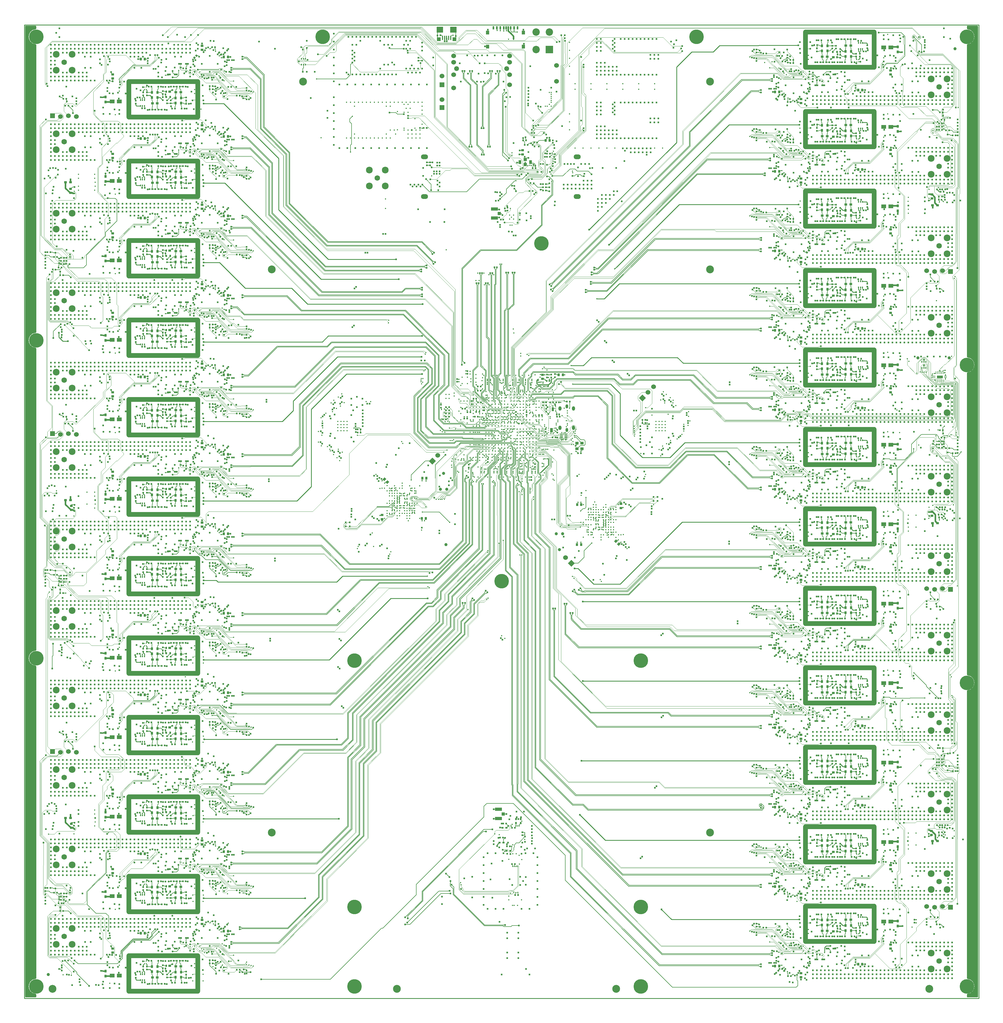
<source format=gbl>
*
*
G04 PADS VX.2.3 Build Number: 9191294 generated Gerber (RS-274-X) file*
G04 PC Version=2.1*
*
%IN "radiant_v3.pcb"*%
*
%MOIN*%
*
%FSLAX35Y35*%
*
*
*
*
G04 PC Standard Apertures*
*
*
G04 Thermal Relief Aperture macro.*
%AMTER*
1,1,$1,0,0*
1,0,$1-$2,0,0*
21,0,$3,$4,0,0,45*
21,0,$3,$4,0,0,135*
%
*
*
G04 Annular Aperture macro.*
%AMANN*
1,1,$1,0,0*
1,0,$2,0,0*
%
*
*
G04 Odd Aperture macro.*
%AMODD*
1,1,$1,0,0*
1,0,$1-0.005,0,0*
%
*
*
G04 PC Custom Aperture Macros*
*
*
*
*
*
*
G04 PC Aperture Table*
*
%ADD010C,0.001*%
%ADD011C,0.069*%
%ADD012C,0.085*%
%ADD015R,0.02X0.024*%
%ADD016C,0.012*%
%ADD017C,0.002*%
%ADD022R,0.024X0.02*%
%ADD023R,0.025X0.02*%
%ADD028R,0.01969X0.01969*%
%ADD036R,0.01969X0.02362*%
%ADD043R,0.035X0.028*%
%ADD044R,0.038X0.03*%
%ADD052R,0.06X0.06*%
%ADD053C,0.06*%
%ADD062R,0.02362X0.01969*%
%ADD066R,0.05906X0.05906*%
%ADD073O,0.09055X0.05906*%
%ADD078R,0.0374X0.04724*%
%ADD079R,0.03937X0.03937*%
%ADD083R,0.012X0.016*%
%ADD084R,0.016X0.012*%
%ADD086R,0.01181X0.01378*%
%ADD087R,0.00945X0.03543*%
%ADD088R,0.03543X0.00945*%
%ADD089R,0.0748X0.03543*%
%ADD098R,0.093X0.093*%
%ADD099C,0.093*%
%ADD102O,0.03937X0.05512*%
%ADD106C,0.183*%
%ADD110C,0.06102*%
%ADD112C,0.039*%
%ADD115C,0.03937*%
%ADD116R,0.08661X0.04134*%
%ADD117R,0.04134X0.03937*%
%ADD125R,0.051X0.024*%
%ADD130C,0.05906*%
%ADD132C,0.006*%
%ADD133C,0.004*%
%ADD134C,0.01*%
%ADD135C,0.007*%
%ADD136C,0.02*%
%ADD137C,0.003*%
%ADD138C,0.024*%
%ADD139C,0.016*%
%ADD140C,0.015*%
%ADD141C,0.009*%
%ADD143R,0.02X0.025*%
%ADD144R,0.028X0.035*%
%ADD145R,0.016X0.024*%
%ADD146R,0.02362X0.0315*%
%ADD147R,0.03543X0.0315*%
%ADD148R,0.06X0.05*%
%ADD149R,0.01063X0.01181*%
%ADD150R,0.03X0.038*%
%ADD151R,0.01654X0.02362*%
%ADD152R,0.01575X0.01024*%
%ADD153R,0.0365X0.05618*%
%ADD154R,0.01575X0.00906*%
%ADD155R,0.0315X0.05118*%
%ADD156R,0.04134X0.04724*%
%ADD157R,0.01969X0.03937*%
%ADD158R,0.01575X0.05315*%
%ADD159R,0.04724X0.05118*%
%ADD160R,0.08465X0.0748*%
%ADD161R,0.00866X0.03307*%
%ADD344C,0.09843*%
%ADD345C,0.0063*%
%ADD348R,0.03937X0.03543*%
%ADD356O,0.03543X0.05118*%
*
*
*
*
G04 PC Circuitry*
G04 Layer Name radiant_v3.pcb - circuitry*
%LPD*%
*
*
G04 PC Custom Flashes*
G04 Layer Name radiant_v3.pcb - flashes*
%LPD*%
*
*
G04 PC Circuitry*
G04 Layer Name radiant_v3.pcb - circuitry*
%LPD*%
*
G54D10*
G54D11*
G01X543650Y1132200D03*
X150000Y178000D03*
Y278000D03*
Y378000D03*
Y478000D03*
Y578000D03*
Y678000D03*
Y778000D03*
Y878000D03*
Y978000D03*
Y1078000D03*
Y1178000D03*
Y1278000D03*
X1250000Y1247000D03*
Y1147000D03*
Y1047000D03*
Y947000D03*
Y847000D03*
Y747000D03*
Y647000D03*
Y547000D03*
Y447000D03*
Y347000D03*
Y247000D03*
Y147000D03*
G54D12*
X533650Y1142200D03*
X553650D03*
X533650Y1122200D03*
X553650D03*
X140000Y188000D03*
X160000D03*
X140000Y168000D03*
X160000D03*
X140000Y288000D03*
X160000D03*
X140000Y268000D03*
X160000D03*
X140000Y388000D03*
X160000D03*
X140000Y368000D03*
X160000D03*
X140000Y488000D03*
X160000D03*
X140000Y468000D03*
X160000D03*
X140000Y588000D03*
X160000D03*
X140000Y568000D03*
X160000D03*
X140000Y688000D03*
X160000D03*
X140000Y668000D03*
X160000D03*
X140000Y788000D03*
X160000D03*
X140000Y768000D03*
X160000D03*
X140000Y888000D03*
X160000D03*
X140000Y868000D03*
X160000D03*
X140000Y988000D03*
X160000D03*
X140000Y968000D03*
X160000D03*
X140000Y1088000D03*
X160000D03*
X140000Y1068000D03*
X160000D03*
X140000Y1188000D03*
X160000D03*
X140000Y1168000D03*
X160000D03*
X140000Y1288000D03*
X160000D03*
X140000Y1268000D03*
X160000D03*
X1260000Y1237000D03*
X1240000D03*
X1260000Y1257000D03*
X1240000D03*
X1260000Y1137000D03*
X1240000D03*
X1260000Y1157000D03*
X1240000D03*
X1260000Y1037000D03*
X1240000D03*
X1260000Y1057000D03*
X1240000D03*
X1260000Y937000D03*
X1240000D03*
X1260000Y957000D03*
X1240000D03*
X1260000Y837000D03*
X1240000D03*
X1260000Y857000D03*
X1240000D03*
X1260000Y737000D03*
X1240000D03*
X1260000Y757000D03*
X1240000D03*
X1260000Y637000D03*
X1240000D03*
X1260000Y657000D03*
X1240000D03*
X1260000Y537000D03*
X1240000D03*
X1260000Y557000D03*
X1240000D03*
X1260000Y437000D03*
X1240000D03*
X1260000Y457000D03*
X1240000D03*
X1260000Y337000D03*
X1240000D03*
X1260000Y357000D03*
X1240000D03*
X1260000Y237000D03*
X1240000D03*
X1260000Y257000D03*
X1240000D03*
X1260000Y137000D03*
X1240000D03*
X1260000Y157000D03*
X1240000D03*
G54D15*
X272826Y218099D03*
X276370D03*
X721828Y823200D03*
X725372D03*
X733528Y810300D03*
X737072D03*
X769728Y832000D03*
X773272D03*
X207272Y155000D03*
X203728D03*
X717228Y230000D03*
X720772D03*
X605672Y1195200D03*
X602128D03*
X1192728Y1270000D03*
X1196272D03*
X207272Y955000D03*
X203728D03*
X207272Y455000D03*
X203728D03*
X207272Y355000D03*
X203728D03*
X207272Y255000D03*
X203728D03*
X339772Y297000D03*
X336228D03*
X339772Y397000D03*
X336228D03*
X339772Y497000D03*
X336228D03*
X340272Y197000D03*
X336728D03*
X331928Y158500D03*
X335472D03*
X264826Y118099D03*
X268370D03*
X268326Y147099D03*
X271870D03*
X272826Y118099D03*
X276370D03*
X260870D03*
X257326D03*
X259870Y147099D03*
X256326D03*
X289370Y119599D03*
X285826D03*
X287870Y147099D03*
X284326D03*
X299326D03*
X302870D03*
X297826Y119599D03*
X301370D03*
X291826Y147099D03*
X295370D03*
X303326Y125599D03*
X306870D03*
X303326Y225599D03*
X306870D03*
X291826Y247099D03*
X295370D03*
X297826Y219599D03*
X301370D03*
X299326Y247099D03*
X302870D03*
X287870D03*
X284326D03*
X289370Y219599D03*
X285826D03*
X268326Y247099D03*
X271870D03*
X260870Y218099D03*
X257326D03*
X259870Y247099D03*
X256326D03*
X264826Y218099D03*
X268370D03*
X291826Y347099D03*
X295370D03*
X303326Y325599D03*
X306870D03*
X297826Y319599D03*
X301370D03*
X299326Y347099D03*
X302870D03*
X287870D03*
X284326D03*
X289370Y319599D03*
X285826D03*
X259870Y347099D03*
X256326D03*
X260870Y318099D03*
X257326D03*
X272826D03*
X276370D03*
X268326Y347099D03*
X271870D03*
X264826Y318099D03*
X268370D03*
X264826Y418099D03*
X268370D03*
X272826D03*
X276370D03*
X260870D03*
X257326D03*
X259870Y447099D03*
X256326D03*
X268326D03*
X271870D03*
X303326Y425599D03*
X306870D03*
X289370Y419599D03*
X285826D03*
X287870Y447099D03*
X284326D03*
X299326D03*
X302870D03*
X297826Y419599D03*
X301370D03*
X291826Y447099D03*
X295370D03*
X331928Y258500D03*
X335472D03*
X331928Y358500D03*
X335472D03*
X331928Y458500D03*
X335472D03*
X331928Y558500D03*
X335472D03*
X340272Y597000D03*
X336728D03*
X287870Y547099D03*
X284326D03*
X289370Y519599D03*
X285826D03*
X291826Y547099D03*
X295370D03*
X268326D03*
X271870D03*
X259870D03*
X256326D03*
X264826Y518099D03*
X268370D03*
X297826Y519599D03*
X301370D03*
X299326Y547099D03*
X302870D03*
X303326Y525599D03*
X306870D03*
X272826Y518099D03*
X276370D03*
X260870D03*
X257326D03*
X339772Y697000D03*
X336228D03*
X331928Y658500D03*
X335472D03*
X299326Y647099D03*
X302870D03*
X287870D03*
X284326D03*
X289370Y619599D03*
X285826D03*
X291826Y647099D03*
X295370D03*
X268326D03*
X271870D03*
X259870D03*
X256326D03*
X264826Y618099D03*
X268370D03*
X297826Y619599D03*
X301370D03*
X303326Y625599D03*
X306870D03*
X272826Y618099D03*
X276370D03*
X260870D03*
X257326D03*
X331928Y758500D03*
X335472D03*
X207272Y555000D03*
X203728D03*
X339772Y797000D03*
X336228D03*
X207272Y655000D03*
X203728D03*
X299326Y747099D03*
X302870D03*
X287870D03*
X284326D03*
X289370Y719599D03*
X285826D03*
X291826Y747099D03*
X295370D03*
X268326D03*
X271870D03*
X259870D03*
X256326D03*
X264826Y718099D03*
X268370D03*
X297826Y719599D03*
X301370D03*
X303326Y725599D03*
X306870D03*
X272826Y718099D03*
X276370D03*
X260870D03*
X257326D03*
X331928Y858500D03*
X335472D03*
X207272Y755000D03*
X203728D03*
X339772Y897000D03*
X336228D03*
X207272Y855000D03*
X203728D03*
X299326Y847099D03*
X302870D03*
X303326Y825599D03*
X306870D03*
X268326Y847099D03*
X271870D03*
X272826Y818099D03*
X276370D03*
X259870Y847099D03*
X256326D03*
X264826Y818099D03*
X268370D03*
X297826Y819599D03*
X301370D03*
X260870Y818099D03*
X257326D03*
X287870Y847099D03*
X284326D03*
X289370Y819599D03*
X285826D03*
X291826Y847099D03*
X295370D03*
X346772Y146000D03*
X343228D03*
X346772Y246000D03*
X343228D03*
X346813Y346000D03*
X343269D03*
X346772Y446000D03*
X343228D03*
X346772Y546000D03*
X343228D03*
X346772Y646000D03*
X343228D03*
X346813Y746000D03*
X343269D03*
X346772Y846000D03*
X343228D03*
X207272Y1055000D03*
X203728D03*
X207272Y1155000D03*
X203728D03*
X331928Y1258500D03*
X335472D03*
X207272Y1255000D03*
X203728D03*
X331928Y1158500D03*
X335472D03*
X331928Y1058500D03*
X335472D03*
X340272Y997000D03*
X336728D03*
X331928Y958500D03*
X335472D03*
X297826Y1219599D03*
X301370D03*
X299326Y1247099D03*
X302870D03*
X287870D03*
X284326D03*
X289370Y1219599D03*
X285826D03*
X291826Y1247099D03*
X295370D03*
X303326Y1225599D03*
X306870D03*
X268326Y1247099D03*
X271870D03*
X272826Y1218099D03*
X276370D03*
X260870D03*
X257326D03*
X259870Y1247099D03*
X256326D03*
X264826Y1218099D03*
X268370D03*
X346772Y1246000D03*
X343228D03*
X339772Y1297000D03*
X336228D03*
X297826Y1119599D03*
X301370D03*
X299326Y1147099D03*
X302870D03*
X287870D03*
X284326D03*
X289370Y1119599D03*
X285826D03*
X291826Y1147099D03*
X295370D03*
X303326Y1125599D03*
X306870D03*
X268326Y1147099D03*
X271870D03*
X272826Y1118099D03*
X276370D03*
X260870D03*
X257326D03*
X259870Y1147099D03*
X256326D03*
X264826Y1118099D03*
X268370D03*
X346813Y1146000D03*
X343269D03*
X339772Y1197000D03*
X336228D03*
X297826Y1019599D03*
X301370D03*
X299326Y1047099D03*
X302870D03*
X287870D03*
X284326D03*
X289370Y1019599D03*
X285826D03*
X291826Y1047099D03*
X295370D03*
X303326Y1025599D03*
X306870D03*
X268326Y1047099D03*
X271870D03*
X272826Y1018099D03*
X276370D03*
X260870D03*
X257326D03*
X259870Y1047099D03*
X256326D03*
X264826Y1018099D03*
X268370D03*
X346772Y1046000D03*
X343228D03*
X339772Y1097000D03*
X336228D03*
X297826Y919599D03*
X301370D03*
X299326Y947099D03*
X302870D03*
X287870D03*
X284326D03*
X289370Y919599D03*
X285826D03*
X291826Y947099D03*
X295370D03*
X303326Y925599D03*
X306870D03*
X268326Y947099D03*
X271870D03*
X272826Y918099D03*
X276370D03*
X260870D03*
X257326D03*
X259870Y947099D03*
X256326D03*
X264826Y918099D03*
X268370D03*
X346772Y946000D03*
X343228D03*
X1254228Y1118000D03*
X1257772D03*
X1053228Y1279000D03*
X1056772D03*
X1059728Y1228000D03*
X1063272D03*
X1068072Y1266500D03*
X1064528D03*
X1102174Y1305401D03*
X1098630D03*
X1100674Y1277901D03*
X1097130D03*
X1112130D03*
X1115674D03*
X1110630Y1305401D03*
X1114174D03*
X1108174Y1277901D03*
X1104630D03*
X1096674Y1299401D03*
X1093130D03*
X1131674Y1277901D03*
X1128130D03*
X1127174Y1306901D03*
X1123630D03*
X1139130D03*
X1142674D03*
X1140130Y1277901D03*
X1143674D03*
X1135174Y1306901D03*
X1131630D03*
X1068072Y1166500D03*
X1064528D03*
X1060228Y1128000D03*
X1063772D03*
X1053228Y1179000D03*
X1056772D03*
X1102174Y1205401D03*
X1098630D03*
X1100674Y1177901D03*
X1097130D03*
X1112130D03*
X1115674D03*
X1110630Y1205401D03*
X1114174D03*
X1108174Y1177901D03*
X1104630D03*
X1096674Y1199401D03*
X1093130D03*
X1131674Y1177901D03*
X1128130D03*
X1127174Y1206901D03*
X1123630D03*
X1139130D03*
X1142674D03*
X1140130Y1177901D03*
X1143674D03*
X1135174Y1206901D03*
X1131630D03*
X1053187Y1079000D03*
X1056731D03*
X1068072Y1066500D03*
X1064528D03*
X1060228Y1028000D03*
X1063772D03*
X1102174Y1105401D03*
X1098630D03*
X1100674Y1077901D03*
X1097130D03*
X1112130D03*
X1115674D03*
X1110630Y1105401D03*
X1114174D03*
X1192728Y1170000D03*
X1196272D03*
X1108174Y1077901D03*
X1104630D03*
X1096674Y1099401D03*
X1093130D03*
X1131674Y1077901D03*
X1128130D03*
X1127174Y1106901D03*
X1123630D03*
X1139130D03*
X1142674D03*
X1140130Y1077901D03*
X1143674D03*
X1135174Y1106901D03*
X1131630D03*
X1053228Y979000D03*
X1056772D03*
X1068072Y966500D03*
X1064528D03*
X1192728Y1070000D03*
X1196272D03*
X1060228Y928000D03*
X1063772D03*
X1192728Y970000D03*
X1196272D03*
X1102174Y1005401D03*
X1098630D03*
X1100674Y977901D03*
X1097130D03*
X1112130D03*
X1115674D03*
X1110630Y1005401D03*
X1114174D03*
X1096674Y999401D03*
X1093130D03*
X1131674Y977901D03*
X1128130D03*
X1127174Y1006901D03*
X1123630D03*
X1139130D03*
X1142674D03*
X1140130Y977901D03*
X1143674D03*
X1108174D03*
X1104630D03*
X1135174Y1006901D03*
X1131630D03*
X1254228Y718000D03*
X1257772D03*
X1068072Y866500D03*
X1064528D03*
X1053228Y879000D03*
X1056772D03*
X1059728Y828000D03*
X1063272D03*
X1102174Y905401D03*
X1098630D03*
X1100674Y877901D03*
X1097130D03*
X1112130D03*
X1115674D03*
X1110630Y905401D03*
X1114174D03*
X1108174Y877901D03*
X1104630D03*
X1096674Y899401D03*
X1093130D03*
X1131674Y877901D03*
X1128130D03*
X1127174Y906901D03*
X1123630D03*
X1139130D03*
X1142674D03*
X1140130Y877901D03*
X1143674D03*
X1135174Y906901D03*
X1131630D03*
X1053228Y779000D03*
X1056772D03*
X1068072Y766500D03*
X1064528D03*
X1060228Y728000D03*
X1063772D03*
X1102174Y805401D03*
X1098630D03*
X1100674Y777901D03*
X1097130D03*
X1112130D03*
X1115674D03*
X1110630Y805401D03*
X1114174D03*
X1108174Y777901D03*
X1104630D03*
X1096674Y799401D03*
X1093130D03*
X1131674Y777901D03*
X1128130D03*
X1127174Y806901D03*
X1123630D03*
X1139130D03*
X1142674D03*
X1140130Y777901D03*
X1143674D03*
X1135174Y806901D03*
X1131630D03*
X1053187Y679000D03*
X1056731D03*
X1068072Y666500D03*
X1064528D03*
X1192728Y870000D03*
X1196272D03*
X1060228Y628000D03*
X1063772D03*
X1102174Y705401D03*
X1098630D03*
X1100674Y677901D03*
X1097130D03*
X1112130D03*
X1115674D03*
X1110630Y705401D03*
X1114174D03*
X1192728Y770000D03*
X1196272D03*
X1108174Y677901D03*
X1104630D03*
X1096674Y699401D03*
X1093130D03*
X1131674Y677901D03*
X1128130D03*
X1127174Y706901D03*
X1123630D03*
X1139130D03*
X1142674D03*
X1140130Y677901D03*
X1143674D03*
X1135174Y706901D03*
X1131630D03*
X1053228Y579000D03*
X1056772D03*
X1068072Y566500D03*
X1064528D03*
X1192728Y670000D03*
X1196272D03*
X1060228Y528000D03*
X1063772D03*
X1102174Y605401D03*
X1098630D03*
X1100674Y577901D03*
X1097130D03*
X1112130D03*
X1115674D03*
X1110630Y605401D03*
X1114174D03*
X1192728Y570000D03*
X1196272D03*
X1108174Y577901D03*
X1104630D03*
X1096674Y599401D03*
X1093130D03*
X1131674Y577901D03*
X1128130D03*
X1127174Y606901D03*
X1123630D03*
X1139130D03*
X1142674D03*
X1140130Y577901D03*
X1143674D03*
X1135174Y606901D03*
X1131630D03*
X1068072Y466500D03*
X1064528D03*
X1053228Y479000D03*
X1056772D03*
X1059728Y428000D03*
X1063272D03*
X1053228Y379000D03*
X1056772D03*
X1068072Y366500D03*
X1064528D03*
X1060228Y328000D03*
X1063772D03*
X1053187Y279000D03*
X1056731D03*
X1068072Y266500D03*
X1064528D03*
X1192728Y470000D03*
X1196272D03*
X1060228Y228000D03*
X1063772D03*
X1053228Y179000D03*
X1056772D03*
X1068072Y166500D03*
X1064528D03*
X1192728Y270000D03*
X1196272D03*
X1060228Y128000D03*
X1063772D03*
X1102174Y505401D03*
X1098630D03*
X1100674Y477901D03*
X1097130D03*
X1112130D03*
X1115674D03*
X1110630Y505401D03*
X1114174D03*
X1108174Y477901D03*
X1104630D03*
X1096674Y499401D03*
X1093130D03*
X1131674Y477901D03*
X1128130D03*
X1127174Y506901D03*
X1123630D03*
X1139130D03*
X1142674D03*
X1140130Y477901D03*
X1143674D03*
X1135174Y506901D03*
X1131630D03*
X1102174Y405401D03*
X1098630D03*
X1100674Y377901D03*
X1097130D03*
X1112130D03*
X1115674D03*
X1110630Y405401D03*
X1114174D03*
X1108174Y377901D03*
X1104630D03*
X1096674Y399401D03*
X1093130D03*
X1131674Y377901D03*
X1128130D03*
X1127174Y406901D03*
X1123630D03*
X1139130D03*
X1142674D03*
X1140130Y377901D03*
X1143674D03*
X1135174Y406901D03*
X1131630D03*
X1102174Y305401D03*
X1098630D03*
X1100674Y277901D03*
X1097130D03*
X1112130D03*
X1115674D03*
X1110630Y305401D03*
X1114174D03*
X1108174Y277901D03*
X1104630D03*
X1096674Y299401D03*
X1093130D03*
X1131674Y277901D03*
X1128130D03*
X1127174Y306901D03*
X1123630D03*
X1139130D03*
X1142674D03*
X1140130Y277901D03*
X1143674D03*
X1135174Y306901D03*
X1131630D03*
X1192728Y370000D03*
X1196272D03*
X1192728Y170000D03*
X1196272D03*
X1102174Y205401D03*
X1098630D03*
X1100674Y177901D03*
X1097130D03*
X1112130D03*
X1115674D03*
X1110630Y205401D03*
X1114174D03*
X1108174Y177901D03*
X1104630D03*
X1096674Y199401D03*
X1093130D03*
X1131674Y177901D03*
X1128130D03*
X1127174Y206901D03*
X1123630D03*
X1139130D03*
X1142674D03*
X1140130Y177901D03*
X1143674D03*
X1135174Y206901D03*
X1131630D03*
X1254228Y318000D03*
X1257772D03*
X705772Y320000D03*
X702228D03*
X698172Y1114300D03*
X694628D03*
X716772Y314500D03*
X713228D03*
X710372Y291100D03*
X706828D03*
X701772Y302100D03*
X698228D03*
X716772Y269000D03*
X713228D03*
X350772Y139000D03*
X347228D03*
X350772Y239000D03*
X347228D03*
X1253272Y1105000D03*
X1249728D03*
X1253772Y705000D03*
X1250228D03*
X1253572Y304800D03*
X1250028D03*
X350772Y539000D03*
X347228D03*
X350772Y639000D03*
X347228D03*
X350772Y739000D03*
X347228D03*
X350772Y839000D03*
X347228D03*
X350772Y939000D03*
X347228D03*
X350772Y1039000D03*
X347228D03*
X350772Y1139000D03*
X347228D03*
X350772Y1239000D03*
X347228D03*
X1049228Y1286000D03*
X1052772D03*
X1049228Y1186000D03*
X1052772D03*
X1049228Y1086000D03*
X1052772D03*
X1049228Y986000D03*
X1052772D03*
X350772Y339000D03*
X347228D03*
X350772Y439000D03*
X347228D03*
X626628Y828600D03*
X630172D03*
X666628Y831800D03*
X670172D03*
X653228Y829500D03*
X656772D03*
X660772Y837500D03*
X657228D03*
X654272Y842000D03*
X650728D03*
X674172Y850000D03*
X670628D03*
X673772Y869700D03*
X670228D03*
X664728Y854500D03*
X668272D03*
X747228Y834000D03*
X750772D03*
X700428Y861400D03*
X703972D03*
X1049228Y886000D03*
X1052772D03*
X1049228Y786000D03*
X1052772D03*
X1049228Y686000D03*
X1052772D03*
X1049228Y586000D03*
X1052772D03*
X1049228Y486000D03*
X1052772D03*
X1049228Y386000D03*
X1052772D03*
X1049228Y286000D03*
X1052772D03*
X1049228Y186000D03*
X1052772D03*
X742772Y1144500D03*
X739228D03*
X727228Y1179500D03*
X730772D03*
X673772Y864500D03*
X670228D03*
X768728Y850000D03*
X772272D03*
X756728Y876700D03*
X760272D03*
X796228Y786000D03*
X799772D03*
X782228Y851000D03*
X785772D03*
G54D16*
X726500Y761000D02*
X722300D01*
X722100*
X749300Y761100D02*
X759000Y770800D01*
Y779000*
X758900Y872095D02*
X759595D01*
X762500Y875000*
Y878000*
X758900Y870000D02*
Y872095D01*
X744400Y873605D02*
Y877400D01*
X746000Y879000*
X744400Y873605D02*
X746005Y872000D01*
X758805*
X758900Y872095*
G54D17*
X612880Y780191D02*
X608779Y776090D01*
X612880Y771989*
X616981Y776090*
X612880Y780191*
X612869Y772000D02*
X612891D01*
X612669Y772200D02*
X613091D01*
X612469Y772400D02*
X613291D01*
X612269Y772600D02*
X613491D01*
X612069Y772800D02*
X613691D01*
X611869Y773000D02*
X613891D01*
X611669Y773200D02*
X614091D01*
X611469Y773400D02*
X614291D01*
X611269Y773600D02*
X614491D01*
X611069Y773800D02*
X614691D01*
X610869Y774000D02*
X614891D01*
X610669Y774200D02*
X615091D01*
X610469Y774400D02*
X615291D01*
X610269Y774600D02*
X615491D01*
X610069Y774800D02*
X615691D01*
X609869Y775000D02*
X615891D01*
X609669Y775200D02*
X616091D01*
X609469Y775400D02*
X616291D01*
X609269Y775600D02*
X616491D01*
X609069Y775800D02*
X616691D01*
X608869Y776000D02*
X616891D01*
X608889Y776200D02*
X616871D01*
X609089Y776400D02*
X616671D01*
X609289Y776600D02*
X616471D01*
X609489Y776800D02*
X616271D01*
X609689Y777000D02*
X616071D01*
X609889Y777200D02*
X615871D01*
X610089Y777400D02*
X615671D01*
X610289Y777600D02*
X615471D01*
X610489Y777800D02*
X615271D01*
X610689Y778000D02*
X615071D01*
X610889Y778200D02*
X614871D01*
X611089Y778400D02*
X614671D01*
X611289Y778600D02*
X614471D01*
X611489Y778800D02*
X614271D01*
X611689Y779000D02*
X614071D01*
X611889Y779200D02*
X613871D01*
X612089Y779400D02*
X613671D01*
X612289Y779600D02*
X613471D01*
X612489Y779800D02*
X613271D01*
X612689Y780000D02*
X613071D01*
X608800Y776069D02*
Y776111D01*
X609000Y775869D02*
Y776311D01*
X609200Y775669D02*
Y776511D01*
X609400Y775469D02*
Y776711D01*
X609600Y775269D02*
Y776911D01*
X609800Y775069D02*
Y777111D01*
X610000Y774869D02*
Y777311D01*
X610200Y774669D02*
Y777511D01*
X610400Y774469D02*
Y777711D01*
X610600Y774269D02*
Y777911D01*
X610800Y774069D02*
Y778111D01*
X611000Y773869D02*
Y778311D01*
X611200Y773669D02*
Y778511D01*
X611400Y773469D02*
Y778711D01*
X611600Y773269D02*
Y778911D01*
X611800Y773069D02*
Y779111D01*
X612000Y772869D02*
Y779311D01*
X612200Y772669D02*
Y779511D01*
X612400Y772469D02*
Y779711D01*
X612600Y772269D02*
Y779911D01*
X612800Y772069D02*
Y780111D01*
X613000Y772109D02*
Y780071D01*
X613200Y772309D02*
Y779871D01*
X613400Y772509D02*
Y779671D01*
X613600Y772709D02*
Y779471D01*
X613800Y772909D02*
Y779271D01*
X614000Y773109D02*
Y779071D01*
X614200Y773309D02*
Y778871D01*
X614400Y773509D02*
Y778671D01*
X614600Y773709D02*
Y778471D01*
X614800Y773909D02*
Y778271D01*
X615000Y774109D02*
Y778071D01*
X615200Y774309D02*
Y777871D01*
X615400Y774509D02*
Y777671D01*
X615600Y774709D02*
Y777471D01*
X615800Y774909D02*
Y777271D01*
X616000Y775109D02*
Y777071D01*
X616200Y775309D02*
Y776871D01*
X616400Y775509D02*
Y776671D01*
X616600Y775709D02*
Y776471D01*
X616800Y775909D02*
Y776271D01*
X787610Y651601D02*
X783509Y647500D01*
X787610Y643399*
X791711Y647500*
X787610Y651601*
X787609Y643400D02*
X787611D01*
X787409Y643600D02*
X787811D01*
X787209Y643800D02*
X788011D01*
X787009Y644000D02*
X788211D01*
X786809Y644200D02*
X788411D01*
X786609Y644400D02*
X788611D01*
X786409Y644600D02*
X788811D01*
X786209Y644800D02*
X789011D01*
X786009Y645000D02*
X789211D01*
X785809Y645200D02*
X789411D01*
X785609Y645400D02*
X789611D01*
X785409Y645600D02*
X789811D01*
X785209Y645800D02*
X790011D01*
X785009Y646000D02*
X790211D01*
X784809Y646200D02*
X790411D01*
X784609Y646400D02*
X790611D01*
X784409Y646600D02*
X790811D01*
X784209Y646800D02*
X791011D01*
X784009Y647000D02*
X791211D01*
X783809Y647200D02*
X791411D01*
X783609Y647400D02*
X791611D01*
X783609Y647600D02*
X791611D01*
X783809Y647800D02*
X791411D01*
X784009Y648000D02*
X791211D01*
X784209Y648200D02*
X791011D01*
X784409Y648400D02*
X790811D01*
X784609Y648600D02*
X790611D01*
X784809Y648800D02*
X790411D01*
X785009Y649000D02*
X790211D01*
X785209Y649200D02*
X790011D01*
X785409Y649400D02*
X789811D01*
X785609Y649600D02*
X789611D01*
X785809Y649800D02*
X789411D01*
X786009Y650000D02*
X789211D01*
X786209Y650200D02*
X789011D01*
X786409Y650400D02*
X788811D01*
X786609Y650600D02*
X788611D01*
X786809Y650800D02*
X788411D01*
X787009Y651000D02*
X788211D01*
X787209Y651200D02*
X788011D01*
X787409Y651400D02*
X787811D01*
X787609Y651600D02*
X787611D01*
X783600Y647409D02*
Y647591D01*
X783800Y647209D02*
Y647791D01*
X784000Y647009D02*
Y647991D01*
X784200Y646809D02*
Y648191D01*
X784400Y646609D02*
Y648391D01*
X784600Y646409D02*
Y648591D01*
X784800Y646209D02*
Y648791D01*
X785000Y646009D02*
Y648991D01*
X785200Y645809D02*
Y649191D01*
X785400Y645609D02*
Y649391D01*
X785600Y645409D02*
Y649591D01*
X785800Y645209D02*
Y649791D01*
X786000Y645009D02*
Y649991D01*
X786200Y644809D02*
Y650191D01*
X786400Y644609D02*
Y650391D01*
X786600Y644409D02*
Y650591D01*
X786800Y644209D02*
Y650791D01*
X787000Y644009D02*
Y650991D01*
X787200Y643809D02*
Y651191D01*
X787400Y643609D02*
Y651391D01*
X787600Y643409D02*
Y651591D01*
X787800Y643589D02*
Y651411D01*
X788000Y643789D02*
Y651211D01*
X788200Y643989D02*
Y651011D01*
X788400Y644189D02*
Y650811D01*
X788600Y644389D02*
Y650611D01*
X788800Y644589D02*
Y650411D01*
X789000Y644789D02*
Y650211D01*
X789200Y644989D02*
Y650011D01*
X789400Y645189D02*
Y649811D01*
X789600Y645389D02*
Y649611D01*
X789800Y645589D02*
Y649411D01*
X790000Y645789D02*
Y649211D01*
X790200Y645989D02*
Y649011D01*
X790400Y646189D02*
Y648811D01*
X790600Y646389D02*
Y648611D01*
X790800Y646589D02*
Y648411D01*
X791000Y646789D02*
Y648211D01*
X791200Y646989D02*
Y648011D01*
X791400Y647189D02*
Y647811D01*
X791600Y647389D02*
Y647611D01*
X776719Y804183D02*
X773612D01*
X773611Y803517*
X776718*
X776719Y804183*
X773611Y803600D02*
X776718D01*
X773611Y803800D02*
X776718D01*
X773612Y804000D02*
X776719D01*
X773800Y803517D02*
Y804183D01*
X774000Y803517D02*
Y804183D01*
X774200Y803517D02*
Y804183D01*
X774400Y803517D02*
Y804183D01*
X774600Y803517D02*
Y804183D01*
X774800Y803517D02*
Y804183D01*
X775000Y803517D02*
Y804183D01*
X775200Y803517D02*
Y804183D01*
X775400Y803517D02*
Y804183D01*
X775600Y803517D02*
Y804183D01*
X775800Y803517D02*
Y804183D01*
X776000Y803517D02*
Y804183D01*
X776200Y803517D02*
Y804183D01*
X776400Y803517D02*
Y804183D01*
X776600Y803517D02*
Y804183D01*
X776719Y805758D02*
X773612D01*
X773611Y805092*
X776718*
X776719Y805758*
X773611Y805200D02*
X776718D01*
X773611Y805400D02*
X776718D01*
X773612Y805600D02*
X776719D01*
X773800Y805092D02*
Y805758D01*
X774000Y805092D02*
Y805758D01*
X774200Y805092D02*
Y805758D01*
X774400Y805092D02*
Y805758D01*
X774600Y805092D02*
Y805758D01*
X774800Y805092D02*
Y805758D01*
X775000Y805092D02*
Y805758D01*
X775200Y805092D02*
Y805758D01*
X775400Y805092D02*
Y805758D01*
X775600Y805092D02*
Y805758D01*
X775800Y805092D02*
Y805758D01*
X776000Y805092D02*
Y805758D01*
X776200Y805092D02*
Y805758D01*
X776400Y805092D02*
Y805758D01*
X776600Y805092D02*
Y805758D01*
X776719Y807333D02*
X773612D01*
X773611Y806667*
X776718*
X776719Y807333*
X773611Y806800D02*
X776718D01*
X773612Y807000D02*
X776718D01*
X773612Y807200D02*
X776719D01*
X773800Y806667D02*
Y807333D01*
X774000Y806667D02*
Y807333D01*
X774200Y806667D02*
Y807333D01*
X774400Y806667D02*
Y807333D01*
X774600Y806667D02*
Y807333D01*
X774800Y806667D02*
Y807333D01*
X775000Y806667D02*
Y807333D01*
X775200Y806667D02*
Y807333D01*
X775400Y806667D02*
Y807333D01*
X775600Y806667D02*
Y807333D01*
X775800Y806667D02*
Y807333D01*
X776000Y806667D02*
Y807333D01*
X776200Y806667D02*
Y807333D01*
X776400Y806667D02*
Y807333D01*
X776600Y806667D02*
Y807333D01*
X776719Y808908D02*
X773612D01*
X773611Y808242*
X776718*
X776719Y808908*
X773611Y808400D02*
X776718D01*
X773612Y808600D02*
X776719D01*
X773612Y808800D02*
X776719D01*
X773800Y808242D02*
Y808908D01*
X774000Y808242D02*
Y808908D01*
X774200Y808242D02*
Y808908D01*
X774400Y808242D02*
Y808908D01*
X774600Y808242D02*
Y808908D01*
X774800Y808242D02*
Y808908D01*
X775000Y808242D02*
Y808908D01*
X775200Y808242D02*
Y808908D01*
X775400Y808242D02*
Y808908D01*
X775600Y808242D02*
Y808908D01*
X775800Y808242D02*
Y808908D01*
X776000Y808242D02*
Y808908D01*
X776200Y808242D02*
Y808908D01*
X776400Y808242D02*
Y808908D01*
X776600Y808242D02*
Y808908D01*
X776719Y810483D02*
X773612D01*
X773611Y809817*
X776718*
X776719Y810483*
X773611Y810000D02*
X776718D01*
X773612Y810200D02*
X776719D01*
X773612Y810400D02*
X776719D01*
X773800Y809817D02*
Y810483D01*
X774000Y809817D02*
Y810483D01*
X774200Y809817D02*
Y810483D01*
X774400Y809817D02*
Y810483D01*
X774600Y809817D02*
Y810483D01*
X774800Y809817D02*
Y810483D01*
X775000Y809817D02*
Y810483D01*
X775200Y809817D02*
Y810483D01*
X775400Y809817D02*
Y810483D01*
X775600Y809817D02*
Y810483D01*
X775800Y809817D02*
Y810483D01*
X776000Y809817D02*
Y810483D01*
X776200Y809817D02*
Y810483D01*
X776400Y809817D02*
Y810483D01*
X776600Y809817D02*
Y810483D01*
X782389D02*
X779282D01*
X779281Y809817*
X782388*
X782389Y810483*
X779281Y810000D02*
X782388D01*
X779282Y810200D02*
X782389D01*
X779282Y810400D02*
X782389D01*
X779400Y809817D02*
Y810483D01*
X779600Y809817D02*
Y810483D01*
X779800Y809817D02*
Y810483D01*
X780000Y809817D02*
Y810483D01*
X780200Y809817D02*
Y810483D01*
X780400Y809817D02*
Y810483D01*
X780600Y809817D02*
Y810483D01*
X780800Y809817D02*
Y810483D01*
X781000Y809817D02*
Y810483D01*
X781200Y809817D02*
Y810483D01*
X781400Y809817D02*
Y810483D01*
X781600Y809817D02*
Y810483D01*
X781800Y809817D02*
Y810483D01*
X782000Y809817D02*
Y810483D01*
X782200Y809817D02*
Y810483D01*
X782389Y808908D02*
X779282D01*
X779281Y808242*
X782388*
X782389Y808908*
X779281Y808400D02*
X782388D01*
X779282Y808600D02*
X782389D01*
X779282Y808800D02*
X782389D01*
X779400Y808242D02*
Y808908D01*
X779600Y808242D02*
Y808908D01*
X779800Y808242D02*
Y808908D01*
X780000Y808242D02*
Y808908D01*
X780200Y808242D02*
Y808908D01*
X780400Y808242D02*
Y808908D01*
X780600Y808242D02*
Y808908D01*
X780800Y808242D02*
Y808908D01*
X781000Y808242D02*
Y808908D01*
X781200Y808242D02*
Y808908D01*
X781400Y808242D02*
Y808908D01*
X781600Y808242D02*
Y808908D01*
X781800Y808242D02*
Y808908D01*
X782000Y808242D02*
Y808908D01*
X782200Y808242D02*
Y808908D01*
X782389Y807333D02*
X779282D01*
X779281Y806667*
X782388*
X782389Y807333*
X779281Y806800D02*
X782388D01*
X779282Y807000D02*
X782388D01*
X779282Y807200D02*
X782389D01*
X779400Y806667D02*
Y807333D01*
X779600Y806667D02*
Y807333D01*
X779800Y806667D02*
Y807333D01*
X780000Y806667D02*
Y807333D01*
X780200Y806667D02*
Y807333D01*
X780400Y806667D02*
Y807333D01*
X780600Y806667D02*
Y807333D01*
X780800Y806667D02*
Y807333D01*
X781000Y806667D02*
Y807333D01*
X781200Y806667D02*
Y807333D01*
X781400Y806667D02*
Y807333D01*
X781600Y806667D02*
Y807333D01*
X781800Y806667D02*
Y807333D01*
X782000Y806667D02*
Y807333D01*
X782200Y806667D02*
Y807333D01*
X782389Y805758D02*
X779282D01*
X779281Y805092*
X782388*
X782389Y805758*
X779281Y805200D02*
X782388D01*
X779281Y805400D02*
X782388D01*
X779282Y805600D02*
X782389D01*
X779400Y805092D02*
Y805758D01*
X779600Y805092D02*
Y805758D01*
X779800Y805092D02*
Y805758D01*
X780000Y805092D02*
Y805758D01*
X780200Y805092D02*
Y805758D01*
X780400Y805092D02*
Y805758D01*
X780600Y805092D02*
Y805758D01*
X780800Y805092D02*
Y805758D01*
X781000Y805092D02*
Y805758D01*
X781200Y805092D02*
Y805758D01*
X781400Y805092D02*
Y805758D01*
X781600Y805092D02*
Y805758D01*
X781800Y805092D02*
Y805758D01*
X782000Y805092D02*
Y805758D01*
X782200Y805092D02*
Y805758D01*
X782389Y804183D02*
X779282D01*
X779281Y803517*
X782388*
X782389Y804183*
X779281Y803600D02*
X782388D01*
X779281Y803800D02*
X782388D01*
X779282Y804000D02*
X782389D01*
X779400Y803517D02*
Y804183D01*
X779600Y803517D02*
Y804183D01*
X779800Y803517D02*
Y804183D01*
X780000Y803517D02*
Y804183D01*
X780200Y803517D02*
Y804183D01*
X780400Y803517D02*
Y804183D01*
X780600Y803517D02*
Y804183D01*
X780800Y803517D02*
Y804183D01*
X781000Y803517D02*
Y804183D01*
X781200Y803517D02*
Y804183D01*
X781400Y803517D02*
Y804183D01*
X781600Y803517D02*
Y804183D01*
X781800Y803517D02*
Y804183D01*
X782000Y803517D02*
Y804183D01*
X782200Y803517D02*
Y804183D01*
X352108Y191359D02*
X350858Y190108D01*
X352108Y188858*
X353359Y190108*
X352108Y191359*
X351966Y189000D02*
X352251D01*
X351766Y189200D02*
X352451D01*
X351566Y189400D02*
X352651D01*
X351366Y189600D02*
X352851D01*
X351166Y189800D02*
X353051D01*
X350966Y190000D02*
X353251D01*
X350949Y190200D02*
X353267D01*
X351149Y190400D02*
X353067D01*
X351349Y190600D02*
X352867D01*
X351549Y190800D02*
X352667D01*
X351749Y191000D02*
X352467D01*
X351949Y191200D02*
X352267D01*
X351000Y189966D02*
Y190251D01*
X351200Y189766D02*
Y190451D01*
X351400Y189566D02*
Y190651D01*
X351600Y189366D02*
Y190851D01*
X351800Y189166D02*
Y191051D01*
X352000Y188966D02*
Y191251D01*
X352200Y188949D02*
Y191267D01*
X352400Y189149D02*
Y191067D01*
X352600Y189349D02*
Y190867D01*
X352800Y189549D02*
Y190667D01*
X353000Y189749D02*
Y190467D01*
X353200Y189949D02*
Y190267D01*
X354892Y194142D02*
X353641Y192892D01*
X354892Y191641*
X356142Y192892*
X354892Y194142*
X354733Y191800D02*
X355051D01*
X354533Y192000D02*
X355251D01*
X354333Y192200D02*
X355451D01*
X354133Y192400D02*
X355651D01*
X353933Y192600D02*
X355851D01*
X353733Y192800D02*
X356051D01*
X353749Y193000D02*
X356034D01*
X353949Y193200D02*
X355834D01*
X354149Y193400D02*
X355634D01*
X354349Y193600D02*
X355434D01*
X354549Y193800D02*
X355234D01*
X354749Y194000D02*
X355034D01*
X353800Y192733D02*
Y193051D01*
X354000Y192533D02*
Y193251D01*
X354200Y192333D02*
Y193451D01*
X354400Y192133D02*
Y193651D01*
X354600Y191933D02*
Y193851D01*
X354800Y191733D02*
Y194051D01*
X355000Y191749D02*
Y194034D01*
X355200Y191949D02*
Y193834D01*
X355400Y192149D02*
Y193634D01*
X355600Y192349D02*
Y193434D01*
X355800Y192549D02*
Y193234D01*
X356000Y192749D02*
Y193034D01*
X347559Y158492D02*
X346308Y159742D01*
X345058Y158492*
X346308Y157241*
X347559Y158492*
X346149Y157400D02*
X346467D01*
X345949Y157600D02*
X346667D01*
X345749Y157800D02*
X346867D01*
X345549Y158000D02*
X347067D01*
X345349Y158200D02*
X347267D01*
X345149Y158400D02*
X347467D01*
X345166Y158600D02*
X347451D01*
X345366Y158800D02*
X347251D01*
X345566Y159000D02*
X347051D01*
X345766Y159200D02*
X346851D01*
X345966Y159400D02*
X346651D01*
X346166Y159600D02*
X346451D01*
X345200Y158349D02*
Y158634D01*
X345400Y158149D02*
Y158834D01*
X345600Y157949D02*
Y159034D01*
X345800Y157749D02*
Y159234D01*
X346000Y157549D02*
Y159434D01*
X346200Y157349D02*
Y159634D01*
X346400Y157333D02*
Y159651D01*
X346600Y157533D02*
Y159451D01*
X346800Y157733D02*
Y159251D01*
X347000Y157933D02*
Y159051D01*
X347200Y158133D02*
Y158851D01*
X347400Y158333D02*
Y158651D01*
X350342Y155708D02*
X349092Y156959D01*
X347841Y155708*
X349092Y154458*
X350342Y155708*
X348949Y154600D02*
X349234D01*
X348749Y154800D02*
X349434D01*
X348549Y155000D02*
X349634D01*
X348349Y155200D02*
X349834D01*
X348149Y155400D02*
X350034D01*
X347949Y155600D02*
X350234D01*
X347933Y155800D02*
X350251D01*
X348133Y156000D02*
X350051D01*
X348333Y156200D02*
X349851D01*
X348533Y156400D02*
X349651D01*
X348733Y156600D02*
X349451D01*
X348933Y156800D02*
X349251D01*
X348000Y155549D02*
Y155867D01*
X348200Y155349D02*
Y156067D01*
X348400Y155149D02*
Y156267D01*
X348600Y154949D02*
Y156467D01*
X348800Y154749D02*
Y156667D01*
X349000Y154549D02*
Y156867D01*
X349200Y154566D02*
Y156851D01*
X349400Y154766D02*
Y156651D01*
X349600Y154966D02*
Y156451D01*
X349800Y155166D02*
Y156251D01*
X350000Y155366D02*
Y156051D01*
X350200Y155566D02*
Y155851D01*
X352108Y291359D02*
X350858Y290108D01*
X352108Y288858*
X353359Y290108*
X352108Y291359*
X351966Y289000D02*
X352251D01*
X351766Y289200D02*
X352451D01*
X351566Y289400D02*
X352651D01*
X351366Y289600D02*
X352851D01*
X351166Y289800D02*
X353051D01*
X350966Y290000D02*
X353251D01*
X350949Y290200D02*
X353267D01*
X351149Y290400D02*
X353067D01*
X351349Y290600D02*
X352867D01*
X351549Y290800D02*
X352667D01*
X351749Y291000D02*
X352467D01*
X351949Y291200D02*
X352267D01*
X351000Y289966D02*
Y290251D01*
X351200Y289766D02*
Y290451D01*
X351400Y289566D02*
Y290651D01*
X351600Y289366D02*
Y290851D01*
X351800Y289166D02*
Y291051D01*
X352000Y288966D02*
Y291251D01*
X352200Y288949D02*
Y291267D01*
X352400Y289149D02*
Y291067D01*
X352600Y289349D02*
Y290867D01*
X352800Y289549D02*
Y290667D01*
X353000Y289749D02*
Y290467D01*
X353200Y289949D02*
Y290267D01*
X354892Y294142D02*
X353641Y292892D01*
X354892Y291641*
X356142Y292892*
X354892Y294142*
X354733Y291800D02*
X355051D01*
X354533Y292000D02*
X355251D01*
X354333Y292200D02*
X355451D01*
X354133Y292400D02*
X355651D01*
X353933Y292600D02*
X355851D01*
X353733Y292800D02*
X356051D01*
X353749Y293000D02*
X356034D01*
X353949Y293200D02*
X355834D01*
X354149Y293400D02*
X355634D01*
X354349Y293600D02*
X355434D01*
X354549Y293800D02*
X355234D01*
X354749Y294000D02*
X355034D01*
X353800Y292733D02*
Y293051D01*
X354000Y292533D02*
Y293251D01*
X354200Y292333D02*
Y293451D01*
X354400Y292133D02*
Y293651D01*
X354600Y291933D02*
Y293851D01*
X354800Y291733D02*
Y294051D01*
X355000Y291749D02*
Y294034D01*
X355200Y291949D02*
Y293834D01*
X355400Y292149D02*
Y293634D01*
X355600Y292349D02*
Y293434D01*
X355800Y292549D02*
Y293234D01*
X356000Y292749D02*
Y293034D01*
X347559Y258492D02*
X346308Y259742D01*
X345058Y258492*
X346308Y257241*
X347559Y258492*
X346149Y257400D02*
X346467D01*
X345949Y257600D02*
X346667D01*
X345749Y257800D02*
X346867D01*
X345549Y258000D02*
X347067D01*
X345349Y258200D02*
X347267D01*
X345149Y258400D02*
X347467D01*
X345166Y258600D02*
X347451D01*
X345366Y258800D02*
X347251D01*
X345566Y259000D02*
X347051D01*
X345766Y259200D02*
X346851D01*
X345966Y259400D02*
X346651D01*
X346166Y259600D02*
X346451D01*
X345200Y258349D02*
Y258634D01*
X345400Y258149D02*
Y258834D01*
X345600Y257949D02*
Y259034D01*
X345800Y257749D02*
Y259234D01*
X346000Y257549D02*
Y259434D01*
X346200Y257349D02*
Y259634D01*
X346400Y257333D02*
Y259651D01*
X346600Y257533D02*
Y259451D01*
X346800Y257733D02*
Y259251D01*
X347000Y257933D02*
Y259051D01*
X347200Y258133D02*
Y258851D01*
X347400Y258333D02*
Y258651D01*
X350342Y255708D02*
X349092Y256959D01*
X347841Y255708*
X349092Y254458*
X350342Y255708*
X348949Y254600D02*
X349234D01*
X348749Y254800D02*
X349434D01*
X348549Y255000D02*
X349634D01*
X348349Y255200D02*
X349834D01*
X348149Y255400D02*
X350034D01*
X347949Y255600D02*
X350234D01*
X347933Y255800D02*
X350251D01*
X348133Y256000D02*
X350051D01*
X348333Y256200D02*
X349851D01*
X348533Y256400D02*
X349651D01*
X348733Y256600D02*
X349451D01*
X348933Y256800D02*
X349251D01*
X348000Y255549D02*
Y255867D01*
X348200Y255349D02*
Y256067D01*
X348400Y255149D02*
Y256267D01*
X348600Y254949D02*
Y256467D01*
X348800Y254749D02*
Y256667D01*
X349000Y254549D02*
Y256867D01*
X349200Y254566D02*
Y256851D01*
X349400Y254766D02*
Y256651D01*
X349600Y254966D02*
Y256451D01*
X349800Y255166D02*
Y256251D01*
X350000Y255366D02*
Y256051D01*
X350200Y255566D02*
Y255851D01*
X352108Y391359D02*
X350858Y390108D01*
X352108Y388858*
X353359Y390108*
X352108Y391359*
X351966Y389000D02*
X352251D01*
X351766Y389200D02*
X352451D01*
X351566Y389400D02*
X352651D01*
X351366Y389600D02*
X352851D01*
X351166Y389800D02*
X353051D01*
X350966Y390000D02*
X353251D01*
X350949Y390200D02*
X353267D01*
X351149Y390400D02*
X353067D01*
X351349Y390600D02*
X352867D01*
X351549Y390800D02*
X352667D01*
X351749Y391000D02*
X352467D01*
X351949Y391200D02*
X352267D01*
X351000Y389966D02*
Y390251D01*
X351200Y389766D02*
Y390451D01*
X351400Y389566D02*
Y390651D01*
X351600Y389366D02*
Y390851D01*
X351800Y389166D02*
Y391051D01*
X352000Y388966D02*
Y391251D01*
X352200Y388949D02*
Y391267D01*
X352400Y389149D02*
Y391067D01*
X352600Y389349D02*
Y390867D01*
X352800Y389549D02*
Y390667D01*
X353000Y389749D02*
Y390467D01*
X353200Y389949D02*
Y390267D01*
X354892Y394142D02*
X353641Y392892D01*
X354892Y391641*
X356142Y392892*
X354892Y394142*
X354733Y391800D02*
X355051D01*
X354533Y392000D02*
X355251D01*
X354333Y392200D02*
X355451D01*
X354133Y392400D02*
X355651D01*
X353933Y392600D02*
X355851D01*
X353733Y392800D02*
X356051D01*
X353749Y393000D02*
X356034D01*
X353949Y393200D02*
X355834D01*
X354149Y393400D02*
X355634D01*
X354349Y393600D02*
X355434D01*
X354549Y393800D02*
X355234D01*
X354749Y394000D02*
X355034D01*
X353800Y392733D02*
Y393051D01*
X354000Y392533D02*
Y393251D01*
X354200Y392333D02*
Y393451D01*
X354400Y392133D02*
Y393651D01*
X354600Y391933D02*
Y393851D01*
X354800Y391733D02*
Y394051D01*
X355000Y391749D02*
Y394034D01*
X355200Y391949D02*
Y393834D01*
X355400Y392149D02*
Y393634D01*
X355600Y392349D02*
Y393434D01*
X355800Y392549D02*
Y393234D01*
X356000Y392749D02*
Y393034D01*
X347559Y358492D02*
X346308Y359742D01*
X345058Y358492*
X346308Y357241*
X347559Y358492*
X346149Y357400D02*
X346467D01*
X345949Y357600D02*
X346667D01*
X345749Y357800D02*
X346867D01*
X345549Y358000D02*
X347067D01*
X345349Y358200D02*
X347267D01*
X345149Y358400D02*
X347467D01*
X345166Y358600D02*
X347451D01*
X345366Y358800D02*
X347251D01*
X345566Y359000D02*
X347051D01*
X345766Y359200D02*
X346851D01*
X345966Y359400D02*
X346651D01*
X346166Y359600D02*
X346451D01*
X345200Y358349D02*
Y358634D01*
X345400Y358149D02*
Y358834D01*
X345600Y357949D02*
Y359034D01*
X345800Y357749D02*
Y359234D01*
X346000Y357549D02*
Y359434D01*
X346200Y357349D02*
Y359634D01*
X346400Y357333D02*
Y359651D01*
X346600Y357533D02*
Y359451D01*
X346800Y357733D02*
Y359251D01*
X347000Y357933D02*
Y359051D01*
X347200Y358133D02*
Y358851D01*
X347400Y358333D02*
Y358651D01*
X350342Y355708D02*
X349092Y356959D01*
X347841Y355708*
X349092Y354458*
X350342Y355708*
X348949Y354600D02*
X349234D01*
X348749Y354800D02*
X349434D01*
X348549Y355000D02*
X349634D01*
X348349Y355200D02*
X349834D01*
X348149Y355400D02*
X350034D01*
X347949Y355600D02*
X350234D01*
X347933Y355800D02*
X350251D01*
X348133Y356000D02*
X350051D01*
X348333Y356200D02*
X349851D01*
X348533Y356400D02*
X349651D01*
X348733Y356600D02*
X349451D01*
X348933Y356800D02*
X349251D01*
X348000Y355549D02*
Y355867D01*
X348200Y355349D02*
Y356067D01*
X348400Y355149D02*
Y356267D01*
X348600Y354949D02*
Y356467D01*
X348800Y354749D02*
Y356667D01*
X349000Y354549D02*
Y356867D01*
X349200Y354566D02*
Y356851D01*
X349400Y354766D02*
Y356651D01*
X349600Y354966D02*
Y356451D01*
X349800Y355166D02*
Y356251D01*
X350000Y355366D02*
Y356051D01*
X350200Y355566D02*
Y355851D01*
X347559Y458492D02*
X346308Y459742D01*
X345058Y458492*
X346308Y457241*
X347559Y458492*
X346149Y457400D02*
X346467D01*
X345949Y457600D02*
X346667D01*
X345749Y457800D02*
X346867D01*
X345549Y458000D02*
X347067D01*
X345349Y458200D02*
X347267D01*
X345149Y458400D02*
X347467D01*
X345166Y458600D02*
X347451D01*
X345366Y458800D02*
X347251D01*
X345566Y459000D02*
X347051D01*
X345766Y459200D02*
X346851D01*
X345966Y459400D02*
X346651D01*
X346166Y459600D02*
X346451D01*
X345200Y458349D02*
Y458634D01*
X345400Y458149D02*
Y458834D01*
X345600Y457949D02*
Y459034D01*
X345800Y457749D02*
Y459234D01*
X346000Y457549D02*
Y459434D01*
X346200Y457349D02*
Y459634D01*
X346400Y457333D02*
Y459651D01*
X346600Y457533D02*
Y459451D01*
X346800Y457733D02*
Y459251D01*
X347000Y457933D02*
Y459051D01*
X347200Y458133D02*
Y458851D01*
X347400Y458333D02*
Y458651D01*
X350342Y455708D02*
X349092Y456959D01*
X347841Y455708*
X349092Y454458*
X350342Y455708*
X348949Y454600D02*
X349234D01*
X348749Y454800D02*
X349434D01*
X348549Y455000D02*
X349634D01*
X348349Y455200D02*
X349834D01*
X348149Y455400D02*
X350034D01*
X347949Y455600D02*
X350234D01*
X347933Y455800D02*
X350251D01*
X348133Y456000D02*
X350051D01*
X348333Y456200D02*
X349851D01*
X348533Y456400D02*
X349651D01*
X348733Y456600D02*
X349451D01*
X348933Y456800D02*
X349251D01*
X348000Y455549D02*
Y455867D01*
X348200Y455349D02*
Y456067D01*
X348400Y455149D02*
Y456267D01*
X348600Y454949D02*
Y456467D01*
X348800Y454749D02*
Y456667D01*
X349000Y454549D02*
Y456867D01*
X349200Y454566D02*
Y456851D01*
X349400Y454766D02*
Y456651D01*
X349600Y454966D02*
Y456451D01*
X349800Y455166D02*
Y456251D01*
X350000Y455366D02*
Y456051D01*
X350200Y455566D02*
Y455851D01*
X344606Y188839D02*
X346161Y190394D01*
X344889Y191667*
X343333Y190111*
X344606Y188839*
X344444Y189000D02*
X344767D01*
X344244Y189200D02*
X344967D01*
X344044Y189400D02*
X345167D01*
X343844Y189600D02*
X345367D01*
X343644Y189800D02*
X345567D01*
X343444Y190000D02*
X345767D01*
X343422Y190200D02*
X345967D01*
X343622Y190400D02*
X346156D01*
X343822Y190600D02*
X345956D01*
X344022Y190800D02*
X345756D01*
X344222Y191000D02*
X345556D01*
X344422Y191200D02*
X345356D01*
X344622Y191400D02*
X345156D01*
X344822Y191600D02*
X344956D01*
X343400Y190044D02*
Y190178D01*
X343600Y189844D02*
Y190378D01*
X343800Y189644D02*
Y190578D01*
X344000Y189444D02*
Y190778D01*
X344200Y189244D02*
Y190978D01*
X344400Y189044D02*
Y191178D01*
X344600Y188844D02*
Y191378D01*
X344800Y189033D02*
Y191578D01*
X345000Y189233D02*
Y191556D01*
X345200Y189433D02*
Y191356D01*
X345400Y189633D02*
Y191156D01*
X345600Y189833D02*
Y190956D01*
X345800Y190033D02*
Y190756D01*
X346000Y190233D02*
Y190556D01*
X347111Y186333D02*
X348667Y187889D01*
X347394Y189161*
X345839Y187606*
X347111Y186333*
X347044Y186400D02*
X347178D01*
X346844Y186600D02*
X347378D01*
X346644Y186800D02*
X347578D01*
X346444Y187000D02*
X347778D01*
X346244Y187200D02*
X347978D01*
X346044Y187400D02*
X348178D01*
X345844Y187600D02*
X348378D01*
X346033Y187800D02*
X348578D01*
X346233Y188000D02*
X348556D01*
X346433Y188200D02*
X348356D01*
X346633Y188400D02*
X348156D01*
X346833Y188600D02*
X347956D01*
X347033Y188800D02*
X347756D01*
X347233Y189000D02*
X347556D01*
X346000Y187444D02*
Y187767D01*
X346200Y187244D02*
Y187967D01*
X346400Y187044D02*
Y188167D01*
X346600Y186844D02*
Y188367D01*
X346800Y186644D02*
Y188567D01*
X347000Y186444D02*
Y188767D01*
X347200Y186422D02*
Y188967D01*
X347400Y186622D02*
Y189156D01*
X347600Y186822D02*
Y188956D01*
X347800Y187022D02*
Y188756D01*
X348000Y187222D02*
Y188556D01*
X348200Y187422D02*
Y188356D01*
X348400Y187622D02*
Y188156D01*
X348600Y187822D02*
Y187956D01*
X314839Y186394D02*
X316394Y184839D01*
X317667Y186111*
X316111Y187667*
X314839Y186394*
X316233Y185000D02*
X316556D01*
X316033Y185200D02*
X316756D01*
X315833Y185400D02*
X316956D01*
X315633Y185600D02*
X317156D01*
X315433Y185800D02*
X317356D01*
X315233Y186000D02*
X317556D01*
X315033Y186200D02*
X317578D01*
X314844Y186400D02*
X317378D01*
X315044Y186600D02*
X317178D01*
X315244Y186800D02*
X316978D01*
X315444Y187000D02*
X316778D01*
X315644Y187200D02*
X316578D01*
X315844Y187400D02*
X316378D01*
X316044Y187600D02*
X316178D01*
X315000Y186233D02*
Y186556D01*
X315200Y186033D02*
Y186756D01*
X315400Y185833D02*
Y186956D01*
X315600Y185633D02*
Y187156D01*
X315800Y185433D02*
Y187356D01*
X316000Y185233D02*
Y187556D01*
X316200Y185033D02*
Y187578D01*
X316400Y184844D02*
Y187378D01*
X316600Y185044D02*
Y187178D01*
X316800Y185244D02*
Y186978D01*
X317000Y185444D02*
Y186778D01*
X317200Y185644D02*
Y186578D01*
X317400Y185844D02*
Y186378D01*
X317600Y186044D02*
Y186178D01*
X312333Y183889D02*
X313889Y182333D01*
X315161Y183606*
X313606Y185161*
X312333Y183889*
X313822Y182400D02*
X313956D01*
X313622Y182600D02*
X314156D01*
X313422Y182800D02*
X314356D01*
X313222Y183000D02*
X314556D01*
X313022Y183200D02*
X314756D01*
X312822Y183400D02*
X314956D01*
X312622Y183600D02*
X315156D01*
X312422Y183800D02*
X314967D01*
X312444Y184000D02*
X314767D01*
X312644Y184200D02*
X314567D01*
X312844Y184400D02*
X314367D01*
X313044Y184600D02*
X314167D01*
X313244Y184800D02*
X313967D01*
X313444Y185000D02*
X313767D01*
X312400Y183822D02*
Y183956D01*
X312600Y183622D02*
Y184156D01*
X312800Y183422D02*
Y184356D01*
X313000Y183222D02*
Y184556D01*
X313200Y183022D02*
Y184756D01*
X313400Y182822D02*
Y184956D01*
X313600Y182622D02*
Y185156D01*
X313800Y182422D02*
Y184967D01*
X314000Y182444D02*
Y184767D01*
X314200Y182644D02*
Y184567D01*
X314400Y182844D02*
Y184367D01*
X314600Y183044D02*
Y184167D01*
X314800Y183244D02*
Y183967D01*
X315000Y183444D02*
Y183767D01*
X314839Y286394D02*
X316394Y284839D01*
X317667Y286111*
X316111Y287667*
X314839Y286394*
X316233Y285000D02*
X316556D01*
X316033Y285200D02*
X316756D01*
X315833Y285400D02*
X316956D01*
X315633Y285600D02*
X317156D01*
X315433Y285800D02*
X317356D01*
X315233Y286000D02*
X317556D01*
X315033Y286200D02*
X317578D01*
X314844Y286400D02*
X317378D01*
X315044Y286600D02*
X317178D01*
X315244Y286800D02*
X316978D01*
X315444Y287000D02*
X316778D01*
X315644Y287200D02*
X316578D01*
X315844Y287400D02*
X316378D01*
X316044Y287600D02*
X316178D01*
X315000Y286233D02*
Y286556D01*
X315200Y286033D02*
Y286756D01*
X315400Y285833D02*
Y286956D01*
X315600Y285633D02*
Y287156D01*
X315800Y285433D02*
Y287356D01*
X316000Y285233D02*
Y287556D01*
X316200Y285033D02*
Y287578D01*
X316400Y284844D02*
Y287378D01*
X316600Y285044D02*
Y287178D01*
X316800Y285244D02*
Y286978D01*
X317000Y285444D02*
Y286778D01*
X317200Y285644D02*
Y286578D01*
X317400Y285844D02*
Y286378D01*
X317600Y286044D02*
Y286178D01*
X312333Y283889D02*
X313889Y282333D01*
X315161Y283606*
X313606Y285161*
X312333Y283889*
X313822Y282400D02*
X313956D01*
X313622Y282600D02*
X314156D01*
X313422Y282800D02*
X314356D01*
X313222Y283000D02*
X314556D01*
X313022Y283200D02*
X314756D01*
X312822Y283400D02*
X314956D01*
X312622Y283600D02*
X315156D01*
X312422Y283800D02*
X314967D01*
X312444Y284000D02*
X314767D01*
X312644Y284200D02*
X314567D01*
X312844Y284400D02*
X314367D01*
X313044Y284600D02*
X314167D01*
X313244Y284800D02*
X313967D01*
X313444Y285000D02*
X313767D01*
X312400Y283822D02*
Y283956D01*
X312600Y283622D02*
Y284156D01*
X312800Y283422D02*
Y284356D01*
X313000Y283222D02*
Y284556D01*
X313200Y283022D02*
Y284756D01*
X313400Y282822D02*
Y284956D01*
X313600Y282622D02*
Y285156D01*
X313800Y282422D02*
Y284967D01*
X314000Y282444D02*
Y284767D01*
X314200Y282644D02*
Y284567D01*
X314400Y282844D02*
Y284367D01*
X314600Y283044D02*
Y284167D01*
X314800Y283244D02*
Y283967D01*
X315000Y283444D02*
Y283767D01*
X344606Y288839D02*
X346161Y290394D01*
X344889Y291667*
X343333Y290111*
X344606Y288839*
X344444Y289000D02*
X344767D01*
X344244Y289200D02*
X344967D01*
X344044Y289400D02*
X345167D01*
X343844Y289600D02*
X345367D01*
X343644Y289800D02*
X345567D01*
X343444Y290000D02*
X345767D01*
X343422Y290200D02*
X345967D01*
X343622Y290400D02*
X346156D01*
X343822Y290600D02*
X345956D01*
X344022Y290800D02*
X345756D01*
X344222Y291000D02*
X345556D01*
X344422Y291200D02*
X345356D01*
X344622Y291400D02*
X345156D01*
X344822Y291600D02*
X344956D01*
X343400Y290044D02*
Y290178D01*
X343600Y289844D02*
Y290378D01*
X343800Y289644D02*
Y290578D01*
X344000Y289444D02*
Y290778D01*
X344200Y289244D02*
Y290978D01*
X344400Y289044D02*
Y291178D01*
X344600Y288844D02*
Y291378D01*
X344800Y289033D02*
Y291578D01*
X345000Y289233D02*
Y291556D01*
X345200Y289433D02*
Y291356D01*
X345400Y289633D02*
Y291156D01*
X345600Y289833D02*
Y290956D01*
X345800Y290033D02*
Y290756D01*
X346000Y290233D02*
Y290556D01*
X347111Y286333D02*
X348667Y287889D01*
X347394Y289161*
X345839Y287606*
X347111Y286333*
X347044Y286400D02*
X347178D01*
X346844Y286600D02*
X347378D01*
X346644Y286800D02*
X347578D01*
X346444Y287000D02*
X347778D01*
X346244Y287200D02*
X347978D01*
X346044Y287400D02*
X348178D01*
X345844Y287600D02*
X348378D01*
X346033Y287800D02*
X348578D01*
X346233Y288000D02*
X348556D01*
X346433Y288200D02*
X348356D01*
X346633Y288400D02*
X348156D01*
X346833Y288600D02*
X347956D01*
X347033Y288800D02*
X347756D01*
X347233Y289000D02*
X347556D01*
X346000Y287444D02*
Y287767D01*
X346200Y287244D02*
Y287967D01*
X346400Y287044D02*
Y288167D01*
X346600Y286844D02*
Y288367D01*
X346800Y286644D02*
Y288567D01*
X347000Y286444D02*
Y288767D01*
X347200Y286422D02*
Y288967D01*
X347400Y286622D02*
Y289156D01*
X347600Y286822D02*
Y288956D01*
X347800Y287022D02*
Y288756D01*
X348000Y287222D02*
Y288556D01*
X348200Y287422D02*
Y288356D01*
X348400Y287622D02*
Y288156D01*
X348600Y287822D02*
Y287956D01*
X344606Y388839D02*
X346161Y390394D01*
X344889Y391667*
X343333Y390111*
X344606Y388839*
X344444Y389000D02*
X344767D01*
X344244Y389200D02*
X344967D01*
X344044Y389400D02*
X345167D01*
X343844Y389600D02*
X345367D01*
X343644Y389800D02*
X345567D01*
X343444Y390000D02*
X345767D01*
X343422Y390200D02*
X345967D01*
X343622Y390400D02*
X346156D01*
X343822Y390600D02*
X345956D01*
X344022Y390800D02*
X345756D01*
X344222Y391000D02*
X345556D01*
X344422Y391200D02*
X345356D01*
X344622Y391400D02*
X345156D01*
X344822Y391600D02*
X344956D01*
X343400Y390044D02*
Y390178D01*
X343600Y389844D02*
Y390378D01*
X343800Y389644D02*
Y390578D01*
X344000Y389444D02*
Y390778D01*
X344200Y389244D02*
Y390978D01*
X344400Y389044D02*
Y391178D01*
X344600Y388844D02*
Y391378D01*
X344800Y389033D02*
Y391578D01*
X345000Y389233D02*
Y391556D01*
X345200Y389433D02*
Y391356D01*
X345400Y389633D02*
Y391156D01*
X345600Y389833D02*
Y390956D01*
X345800Y390033D02*
Y390756D01*
X346000Y390233D02*
Y390556D01*
X347111Y386333D02*
X348667Y387889D01*
X347394Y389161*
X345839Y387606*
X347111Y386333*
X347044Y386400D02*
X347178D01*
X346844Y386600D02*
X347378D01*
X346644Y386800D02*
X347578D01*
X346444Y387000D02*
X347778D01*
X346244Y387200D02*
X347978D01*
X346044Y387400D02*
X348178D01*
X345844Y387600D02*
X348378D01*
X346033Y387800D02*
X348578D01*
X346233Y388000D02*
X348556D01*
X346433Y388200D02*
X348356D01*
X346633Y388400D02*
X348156D01*
X346833Y388600D02*
X347956D01*
X347033Y388800D02*
X347756D01*
X347233Y389000D02*
X347556D01*
X346000Y387444D02*
Y387767D01*
X346200Y387244D02*
Y387967D01*
X346400Y387044D02*
Y388167D01*
X346600Y386844D02*
Y388367D01*
X346800Y386644D02*
Y388567D01*
X347000Y386444D02*
Y388767D01*
X347200Y386422D02*
Y388967D01*
X347400Y386622D02*
Y389156D01*
X347600Y386822D02*
Y388956D01*
X347800Y387022D02*
Y388756D01*
X348000Y387222D02*
Y388556D01*
X348200Y387422D02*
Y388356D01*
X348400Y387622D02*
Y388156D01*
X348600Y387822D02*
Y387956D01*
X314839Y386394D02*
X316394Y384839D01*
X317667Y386111*
X316111Y387667*
X314839Y386394*
X316233Y385000D02*
X316556D01*
X316033Y385200D02*
X316756D01*
X315833Y385400D02*
X316956D01*
X315633Y385600D02*
X317156D01*
X315433Y385800D02*
X317356D01*
X315233Y386000D02*
X317556D01*
X315033Y386200D02*
X317578D01*
X314844Y386400D02*
X317378D01*
X315044Y386600D02*
X317178D01*
X315244Y386800D02*
X316978D01*
X315444Y387000D02*
X316778D01*
X315644Y387200D02*
X316578D01*
X315844Y387400D02*
X316378D01*
X316044Y387600D02*
X316178D01*
X315000Y386233D02*
Y386556D01*
X315200Y386033D02*
Y386756D01*
X315400Y385833D02*
Y386956D01*
X315600Y385633D02*
Y387156D01*
X315800Y385433D02*
Y387356D01*
X316000Y385233D02*
Y387556D01*
X316200Y385033D02*
Y387578D01*
X316400Y384844D02*
Y387378D01*
X316600Y385044D02*
Y387178D01*
X316800Y385244D02*
Y386978D01*
X317000Y385444D02*
Y386778D01*
X317200Y385644D02*
Y386578D01*
X317400Y385844D02*
Y386378D01*
X317600Y386044D02*
Y386178D01*
X312333Y383889D02*
X313889Y382333D01*
X315161Y383606*
X313606Y385161*
X312333Y383889*
X313822Y382400D02*
X313956D01*
X313622Y382600D02*
X314156D01*
X313422Y382800D02*
X314356D01*
X313222Y383000D02*
X314556D01*
X313022Y383200D02*
X314756D01*
X312822Y383400D02*
X314956D01*
X312622Y383600D02*
X315156D01*
X312422Y383800D02*
X314967D01*
X312444Y384000D02*
X314767D01*
X312644Y384200D02*
X314567D01*
X312844Y384400D02*
X314367D01*
X313044Y384600D02*
X314167D01*
X313244Y384800D02*
X313967D01*
X313444Y385000D02*
X313767D01*
X312400Y383822D02*
Y383956D01*
X312600Y383622D02*
Y384156D01*
X312800Y383422D02*
Y384356D01*
X313000Y383222D02*
Y384556D01*
X313200Y383022D02*
Y384756D01*
X313400Y382822D02*
Y384956D01*
X313600Y382622D02*
Y385156D01*
X313800Y382422D02*
Y384967D01*
X314000Y382444D02*
Y384767D01*
X314200Y382644D02*
Y384567D01*
X314400Y382844D02*
Y384367D01*
X314600Y383044D02*
Y384167D01*
X314800Y383244D02*
Y383967D01*
X315000Y383444D02*
Y383767D01*
X314839Y486394D02*
X316394Y484839D01*
X317667Y486111*
X316111Y487667*
X314839Y486394*
X316233Y485000D02*
X316556D01*
X316033Y485200D02*
X316756D01*
X315833Y485400D02*
X316956D01*
X315633Y485600D02*
X317156D01*
X315433Y485800D02*
X317356D01*
X315233Y486000D02*
X317556D01*
X315033Y486200D02*
X317578D01*
X314844Y486400D02*
X317378D01*
X315044Y486600D02*
X317178D01*
X315244Y486800D02*
X316978D01*
X315444Y487000D02*
X316778D01*
X315644Y487200D02*
X316578D01*
X315844Y487400D02*
X316378D01*
X316044Y487600D02*
X316178D01*
X315000Y486233D02*
Y486556D01*
X315200Y486033D02*
Y486756D01*
X315400Y485833D02*
Y486956D01*
X315600Y485633D02*
Y487156D01*
X315800Y485433D02*
Y487356D01*
X316000Y485233D02*
Y487556D01*
X316200Y485033D02*
Y487578D01*
X316400Y484844D02*
Y487378D01*
X316600Y485044D02*
Y487178D01*
X316800Y485244D02*
Y486978D01*
X317000Y485444D02*
Y486778D01*
X317200Y485644D02*
Y486578D01*
X317400Y485844D02*
Y486378D01*
X317600Y486044D02*
Y486178D01*
X312333Y483889D02*
X313889Y482333D01*
X315161Y483606*
X313606Y485161*
X312333Y483889*
X313822Y482400D02*
X313956D01*
X313622Y482600D02*
X314156D01*
X313422Y482800D02*
X314356D01*
X313222Y483000D02*
X314556D01*
X313022Y483200D02*
X314756D01*
X312822Y483400D02*
X314956D01*
X312622Y483600D02*
X315156D01*
X312422Y483800D02*
X314967D01*
X312444Y484000D02*
X314767D01*
X312644Y484200D02*
X314567D01*
X312844Y484400D02*
X314367D01*
X313044Y484600D02*
X314167D01*
X313244Y484800D02*
X313967D01*
X313444Y485000D02*
X313767D01*
X312400Y483822D02*
Y483956D01*
X312600Y483622D02*
Y484156D01*
X312800Y483422D02*
Y484356D01*
X313000Y483222D02*
Y484556D01*
X313200Y483022D02*
Y484756D01*
X313400Y482822D02*
Y484956D01*
X313600Y482622D02*
Y485156D01*
X313800Y482422D02*
Y484967D01*
X314000Y482444D02*
Y484767D01*
X314200Y482644D02*
Y484567D01*
X314400Y482844D02*
Y484367D01*
X314600Y483044D02*
Y484167D01*
X314800Y483244D02*
Y483967D01*
X315000Y483444D02*
Y483767D01*
X344606Y488839D02*
X346161Y490394D01*
X344889Y491667*
X343333Y490111*
X344606Y488839*
X344444Y489000D02*
X344767D01*
X344244Y489200D02*
X344967D01*
X344044Y489400D02*
X345167D01*
X343844Y489600D02*
X345367D01*
X343644Y489800D02*
X345567D01*
X343444Y490000D02*
X345767D01*
X343422Y490200D02*
X345967D01*
X343622Y490400D02*
X346156D01*
X343822Y490600D02*
X345956D01*
X344022Y490800D02*
X345756D01*
X344222Y491000D02*
X345556D01*
X344422Y491200D02*
X345356D01*
X344622Y491400D02*
X345156D01*
X344822Y491600D02*
X344956D01*
X343400Y490044D02*
Y490178D01*
X343600Y489844D02*
Y490378D01*
X343800Y489644D02*
Y490578D01*
X344000Y489444D02*
Y490778D01*
X344200Y489244D02*
Y490978D01*
X344400Y489044D02*
Y491178D01*
X344600Y488844D02*
Y491378D01*
X344800Y489033D02*
Y491578D01*
X345000Y489233D02*
Y491556D01*
X345200Y489433D02*
Y491356D01*
X345400Y489633D02*
Y491156D01*
X345600Y489833D02*
Y490956D01*
X345800Y490033D02*
Y490756D01*
X346000Y490233D02*
Y490556D01*
X347111Y486333D02*
X348667Y487889D01*
X347394Y489161*
X345839Y487606*
X347111Y486333*
X347044Y486400D02*
X347178D01*
X346844Y486600D02*
X347378D01*
X346644Y486800D02*
X347578D01*
X346444Y487000D02*
X347778D01*
X346244Y487200D02*
X347978D01*
X346044Y487400D02*
X348178D01*
X345844Y487600D02*
X348378D01*
X346033Y487800D02*
X348578D01*
X346233Y488000D02*
X348556D01*
X346433Y488200D02*
X348356D01*
X346633Y488400D02*
X348156D01*
X346833Y488600D02*
X347956D01*
X347033Y488800D02*
X347756D01*
X347233Y489000D02*
X347556D01*
X346000Y487444D02*
Y487767D01*
X346200Y487244D02*
Y487967D01*
X346400Y487044D02*
Y488167D01*
X346600Y486844D02*
Y488367D01*
X346800Y486644D02*
Y488567D01*
X347000Y486444D02*
Y488767D01*
X347200Y486422D02*
Y488967D01*
X347400Y486622D02*
Y489156D01*
X347600Y486822D02*
Y488956D01*
X347800Y487022D02*
Y488756D01*
X348000Y487222D02*
Y488556D01*
X348200Y487422D02*
Y488356D01*
X348400Y487622D02*
Y488156D01*
X348600Y487822D02*
Y487956D01*
X352108Y491359D02*
X350858Y490108D01*
X352108Y488858*
X353359Y490108*
X352108Y491359*
X351966Y489000D02*
X352251D01*
X351766Y489200D02*
X352451D01*
X351566Y489400D02*
X352651D01*
X351366Y489600D02*
X352851D01*
X351166Y489800D02*
X353051D01*
X350966Y490000D02*
X353251D01*
X350949Y490200D02*
X353267D01*
X351149Y490400D02*
X353067D01*
X351349Y490600D02*
X352867D01*
X351549Y490800D02*
X352667D01*
X351749Y491000D02*
X352467D01*
X351949Y491200D02*
X352267D01*
X351000Y489966D02*
Y490251D01*
X351200Y489766D02*
Y490451D01*
X351400Y489566D02*
Y490651D01*
X351600Y489366D02*
Y490851D01*
X351800Y489166D02*
Y491051D01*
X352000Y488966D02*
Y491251D01*
X352200Y488949D02*
Y491267D01*
X352400Y489149D02*
Y491067D01*
X352600Y489349D02*
Y490867D01*
X352800Y489549D02*
Y490667D01*
X353000Y489749D02*
Y490467D01*
X353200Y489949D02*
Y490267D01*
X354892Y494142D02*
X353641Y492892D01*
X354892Y491641*
X356142Y492892*
X354892Y494142*
X354733Y491800D02*
X355051D01*
X354533Y492000D02*
X355251D01*
X354333Y492200D02*
X355451D01*
X354133Y492400D02*
X355651D01*
X353933Y492600D02*
X355851D01*
X353733Y492800D02*
X356051D01*
X353749Y493000D02*
X356034D01*
X353949Y493200D02*
X355834D01*
X354149Y493400D02*
X355634D01*
X354349Y493600D02*
X355434D01*
X354549Y493800D02*
X355234D01*
X354749Y494000D02*
X355034D01*
X353800Y492733D02*
Y493051D01*
X354000Y492533D02*
Y493251D01*
X354200Y492333D02*
Y493451D01*
X354400Y492133D02*
Y493651D01*
X354600Y491933D02*
Y493851D01*
X354800Y491733D02*
Y494051D01*
X355000Y491749D02*
Y494034D01*
X355200Y491949D02*
Y493834D01*
X355400Y492149D02*
Y493634D01*
X355600Y492349D02*
Y493434D01*
X355800Y492549D02*
Y493234D01*
X356000Y492749D02*
Y493034D01*
X314839Y586394D02*
X316394Y584839D01*
X317667Y586111*
X316111Y587667*
X314839Y586394*
X316233Y585000D02*
X316556D01*
X316033Y585200D02*
X316756D01*
X315833Y585400D02*
X316956D01*
X315633Y585600D02*
X317156D01*
X315433Y585800D02*
X317356D01*
X315233Y586000D02*
X317556D01*
X315033Y586200D02*
X317578D01*
X314844Y586400D02*
X317378D01*
X315044Y586600D02*
X317178D01*
X315244Y586800D02*
X316978D01*
X315444Y587000D02*
X316778D01*
X315644Y587200D02*
X316578D01*
X315844Y587400D02*
X316378D01*
X316044Y587600D02*
X316178D01*
X315000Y586233D02*
Y586556D01*
X315200Y586033D02*
Y586756D01*
X315400Y585833D02*
Y586956D01*
X315600Y585633D02*
Y587156D01*
X315800Y585433D02*
Y587356D01*
X316000Y585233D02*
Y587556D01*
X316200Y585033D02*
Y587578D01*
X316400Y584844D02*
Y587378D01*
X316600Y585044D02*
Y587178D01*
X316800Y585244D02*
Y586978D01*
X317000Y585444D02*
Y586778D01*
X317200Y585644D02*
Y586578D01*
X317400Y585844D02*
Y586378D01*
X317600Y586044D02*
Y586178D01*
X312333Y583889D02*
X313889Y582333D01*
X315161Y583606*
X313606Y585161*
X312333Y583889*
X313822Y582400D02*
X313956D01*
X313622Y582600D02*
X314156D01*
X313422Y582800D02*
X314356D01*
X313222Y583000D02*
X314556D01*
X313022Y583200D02*
X314756D01*
X312822Y583400D02*
X314956D01*
X312622Y583600D02*
X315156D01*
X312422Y583800D02*
X314967D01*
X312444Y584000D02*
X314767D01*
X312644Y584200D02*
X314567D01*
X312844Y584400D02*
X314367D01*
X313044Y584600D02*
X314167D01*
X313244Y584800D02*
X313967D01*
X313444Y585000D02*
X313767D01*
X312400Y583822D02*
Y583956D01*
X312600Y583622D02*
Y584156D01*
X312800Y583422D02*
Y584356D01*
X313000Y583222D02*
Y584556D01*
X313200Y583022D02*
Y584756D01*
X313400Y582822D02*
Y584956D01*
X313600Y582622D02*
Y585156D01*
X313800Y582422D02*
Y584967D01*
X314000Y582444D02*
Y584767D01*
X314200Y582644D02*
Y584567D01*
X314400Y582844D02*
Y584367D01*
X314600Y583044D02*
Y584167D01*
X314800Y583244D02*
Y583967D01*
X315000Y583444D02*
Y583767D01*
X344606Y588839D02*
X346161Y590394D01*
X344889Y591667*
X343333Y590111*
X344606Y588839*
X344444Y589000D02*
X344767D01*
X344244Y589200D02*
X344967D01*
X344044Y589400D02*
X345167D01*
X343844Y589600D02*
X345367D01*
X343644Y589800D02*
X345567D01*
X343444Y590000D02*
X345767D01*
X343422Y590200D02*
X345967D01*
X343622Y590400D02*
X346156D01*
X343822Y590600D02*
X345956D01*
X344022Y590800D02*
X345756D01*
X344222Y591000D02*
X345556D01*
X344422Y591200D02*
X345356D01*
X344622Y591400D02*
X345156D01*
X344822Y591600D02*
X344956D01*
X343400Y590044D02*
Y590178D01*
X343600Y589844D02*
Y590378D01*
X343800Y589644D02*
Y590578D01*
X344000Y589444D02*
Y590778D01*
X344200Y589244D02*
Y590978D01*
X344400Y589044D02*
Y591178D01*
X344600Y588844D02*
Y591378D01*
X344800Y589033D02*
Y591578D01*
X345000Y589233D02*
Y591556D01*
X345200Y589433D02*
Y591356D01*
X345400Y589633D02*
Y591156D01*
X345600Y589833D02*
Y590956D01*
X345800Y590033D02*
Y590756D01*
X346000Y590233D02*
Y590556D01*
X347111Y586333D02*
X348667Y587889D01*
X347394Y589161*
X345839Y587606*
X347111Y586333*
X347044Y586400D02*
X347178D01*
X346844Y586600D02*
X347378D01*
X346644Y586800D02*
X347578D01*
X346444Y587000D02*
X347778D01*
X346244Y587200D02*
X347978D01*
X346044Y587400D02*
X348178D01*
X345844Y587600D02*
X348378D01*
X346033Y587800D02*
X348578D01*
X346233Y588000D02*
X348556D01*
X346433Y588200D02*
X348356D01*
X346633Y588400D02*
X348156D01*
X346833Y588600D02*
X347956D01*
X347033Y588800D02*
X347756D01*
X347233Y589000D02*
X347556D01*
X346000Y587444D02*
Y587767D01*
X346200Y587244D02*
Y587967D01*
X346400Y587044D02*
Y588167D01*
X346600Y586844D02*
Y588367D01*
X346800Y586644D02*
Y588567D01*
X347000Y586444D02*
Y588767D01*
X347200Y586422D02*
Y588967D01*
X347400Y586622D02*
Y589156D01*
X347600Y586822D02*
Y588956D01*
X347800Y587022D02*
Y588756D01*
X348000Y587222D02*
Y588556D01*
X348200Y587422D02*
Y588356D01*
X348400Y587622D02*
Y588156D01*
X348600Y587822D02*
Y587956D01*
X352108Y591359D02*
X350858Y590108D01*
X352108Y588858*
X353359Y590108*
X352108Y591359*
X351966Y589000D02*
X352251D01*
X351766Y589200D02*
X352451D01*
X351566Y589400D02*
X352651D01*
X351366Y589600D02*
X352851D01*
X351166Y589800D02*
X353051D01*
X350966Y590000D02*
X353251D01*
X350949Y590200D02*
X353267D01*
X351149Y590400D02*
X353067D01*
X351349Y590600D02*
X352867D01*
X351549Y590800D02*
X352667D01*
X351749Y591000D02*
X352467D01*
X351949Y591200D02*
X352267D01*
X351000Y589966D02*
Y590251D01*
X351200Y589766D02*
Y590451D01*
X351400Y589566D02*
Y590651D01*
X351600Y589366D02*
Y590851D01*
X351800Y589166D02*
Y591051D01*
X352000Y588966D02*
Y591251D01*
X352200Y588949D02*
Y591267D01*
X352400Y589149D02*
Y591067D01*
X352600Y589349D02*
Y590867D01*
X352800Y589549D02*
Y590667D01*
X353000Y589749D02*
Y590467D01*
X353200Y589949D02*
Y590267D01*
X354892Y594142D02*
X353641Y592892D01*
X354892Y591641*
X356142Y592892*
X354892Y594142*
X354733Y591800D02*
X355051D01*
X354533Y592000D02*
X355251D01*
X354333Y592200D02*
X355451D01*
X354133Y592400D02*
X355651D01*
X353933Y592600D02*
X355851D01*
X353733Y592800D02*
X356051D01*
X353749Y593000D02*
X356034D01*
X353949Y593200D02*
X355834D01*
X354149Y593400D02*
X355634D01*
X354349Y593600D02*
X355434D01*
X354549Y593800D02*
X355234D01*
X354749Y594000D02*
X355034D01*
X353800Y592733D02*
Y593051D01*
X354000Y592533D02*
Y593251D01*
X354200Y592333D02*
Y593451D01*
X354400Y592133D02*
Y593651D01*
X354600Y591933D02*
Y593851D01*
X354800Y591733D02*
Y594051D01*
X355000Y591749D02*
Y594034D01*
X355200Y591949D02*
Y593834D01*
X355400Y592149D02*
Y593634D01*
X355600Y592349D02*
Y593434D01*
X355800Y592549D02*
Y593234D01*
X356000Y592749D02*
Y593034D01*
X347559Y558492D02*
X346308Y559742D01*
X345058Y558492*
X346308Y557241*
X347559Y558492*
X346149Y557400D02*
X346467D01*
X345949Y557600D02*
X346667D01*
X345749Y557800D02*
X346867D01*
X345549Y558000D02*
X347067D01*
X345349Y558200D02*
X347267D01*
X345149Y558400D02*
X347467D01*
X345166Y558600D02*
X347451D01*
X345366Y558800D02*
X347251D01*
X345566Y559000D02*
X347051D01*
X345766Y559200D02*
X346851D01*
X345966Y559400D02*
X346651D01*
X346166Y559600D02*
X346451D01*
X345200Y558349D02*
Y558634D01*
X345400Y558149D02*
Y558834D01*
X345600Y557949D02*
Y559034D01*
X345800Y557749D02*
Y559234D01*
X346000Y557549D02*
Y559434D01*
X346200Y557349D02*
Y559634D01*
X346400Y557333D02*
Y559651D01*
X346600Y557533D02*
Y559451D01*
X346800Y557733D02*
Y559251D01*
X347000Y557933D02*
Y559051D01*
X347200Y558133D02*
Y558851D01*
X347400Y558333D02*
Y558651D01*
X350342Y555708D02*
X349092Y556959D01*
X347841Y555708*
X349092Y554458*
X350342Y555708*
X348949Y554600D02*
X349234D01*
X348749Y554800D02*
X349434D01*
X348549Y555000D02*
X349634D01*
X348349Y555200D02*
X349834D01*
X348149Y555400D02*
X350034D01*
X347949Y555600D02*
X350234D01*
X347933Y555800D02*
X350251D01*
X348133Y556000D02*
X350051D01*
X348333Y556200D02*
X349851D01*
X348533Y556400D02*
X349651D01*
X348733Y556600D02*
X349451D01*
X348933Y556800D02*
X349251D01*
X348000Y555549D02*
Y555867D01*
X348200Y555349D02*
Y556067D01*
X348400Y555149D02*
Y556267D01*
X348600Y554949D02*
Y556467D01*
X348800Y554749D02*
Y556667D01*
X349000Y554549D02*
Y556867D01*
X349200Y554566D02*
Y556851D01*
X349400Y554766D02*
Y556651D01*
X349600Y554966D02*
Y556451D01*
X349800Y555166D02*
Y556251D01*
X350000Y555366D02*
Y556051D01*
X350200Y555566D02*
Y555851D01*
X314839Y686394D02*
X316394Y684839D01*
X317667Y686111*
X316111Y687667*
X314839Y686394*
X316233Y685000D02*
X316556D01*
X316033Y685200D02*
X316756D01*
X315833Y685400D02*
X316956D01*
X315633Y685600D02*
X317156D01*
X315433Y685800D02*
X317356D01*
X315233Y686000D02*
X317556D01*
X315033Y686200D02*
X317578D01*
X314844Y686400D02*
X317378D01*
X315044Y686600D02*
X317178D01*
X315244Y686800D02*
X316978D01*
X315444Y687000D02*
X316778D01*
X315644Y687200D02*
X316578D01*
X315844Y687400D02*
X316378D01*
X316044Y687600D02*
X316178D01*
X315000Y686233D02*
Y686556D01*
X315200Y686033D02*
Y686756D01*
X315400Y685833D02*
Y686956D01*
X315600Y685633D02*
Y687156D01*
X315800Y685433D02*
Y687356D01*
X316000Y685233D02*
Y687556D01*
X316200Y685033D02*
Y687578D01*
X316400Y684844D02*
Y687378D01*
X316600Y685044D02*
Y687178D01*
X316800Y685244D02*
Y686978D01*
X317000Y685444D02*
Y686778D01*
X317200Y685644D02*
Y686578D01*
X317400Y685844D02*
Y686378D01*
X317600Y686044D02*
Y686178D01*
X312333Y683889D02*
X313889Y682333D01*
X315161Y683606*
X313606Y685161*
X312333Y683889*
X313822Y682400D02*
X313956D01*
X313622Y682600D02*
X314156D01*
X313422Y682800D02*
X314356D01*
X313222Y683000D02*
X314556D01*
X313022Y683200D02*
X314756D01*
X312822Y683400D02*
X314956D01*
X312622Y683600D02*
X315156D01*
X312422Y683800D02*
X314967D01*
X312444Y684000D02*
X314767D01*
X312644Y684200D02*
X314567D01*
X312844Y684400D02*
X314367D01*
X313044Y684600D02*
X314167D01*
X313244Y684800D02*
X313967D01*
X313444Y685000D02*
X313767D01*
X312400Y683822D02*
Y683956D01*
X312600Y683622D02*
Y684156D01*
X312800Y683422D02*
Y684356D01*
X313000Y683222D02*
Y684556D01*
X313200Y683022D02*
Y684756D01*
X313400Y682822D02*
Y684956D01*
X313600Y682622D02*
Y685156D01*
X313800Y682422D02*
Y684967D01*
X314000Y682444D02*
Y684767D01*
X314200Y682644D02*
Y684567D01*
X314400Y682844D02*
Y684367D01*
X314600Y683044D02*
Y684167D01*
X314800Y683244D02*
Y683967D01*
X315000Y683444D02*
Y683767D01*
X344606Y688839D02*
X346161Y690394D01*
X344889Y691667*
X343333Y690111*
X344606Y688839*
X344444Y689000D02*
X344767D01*
X344244Y689200D02*
X344967D01*
X344044Y689400D02*
X345167D01*
X343844Y689600D02*
X345367D01*
X343644Y689800D02*
X345567D01*
X343444Y690000D02*
X345767D01*
X343422Y690200D02*
X345967D01*
X343622Y690400D02*
X346156D01*
X343822Y690600D02*
X345956D01*
X344022Y690800D02*
X345756D01*
X344222Y691000D02*
X345556D01*
X344422Y691200D02*
X345356D01*
X344622Y691400D02*
X345156D01*
X344822Y691600D02*
X344956D01*
X343400Y690044D02*
Y690178D01*
X343600Y689844D02*
Y690378D01*
X343800Y689644D02*
Y690578D01*
X344000Y689444D02*
Y690778D01*
X344200Y689244D02*
Y690978D01*
X344400Y689044D02*
Y691178D01*
X344600Y688844D02*
Y691378D01*
X344800Y689033D02*
Y691578D01*
X345000Y689233D02*
Y691556D01*
X345200Y689433D02*
Y691356D01*
X345400Y689633D02*
Y691156D01*
X345600Y689833D02*
Y690956D01*
X345800Y690033D02*
Y690756D01*
X346000Y690233D02*
Y690556D01*
X347111Y686333D02*
X348667Y687889D01*
X347394Y689161*
X345839Y687606*
X347111Y686333*
X347044Y686400D02*
X347178D01*
X346844Y686600D02*
X347378D01*
X346644Y686800D02*
X347578D01*
X346444Y687000D02*
X347778D01*
X346244Y687200D02*
X347978D01*
X346044Y687400D02*
X348178D01*
X345844Y687600D02*
X348378D01*
X346033Y687800D02*
X348578D01*
X346233Y688000D02*
X348556D01*
X346433Y688200D02*
X348356D01*
X346633Y688400D02*
X348156D01*
X346833Y688600D02*
X347956D01*
X347033Y688800D02*
X347756D01*
X347233Y689000D02*
X347556D01*
X346000Y687444D02*
Y687767D01*
X346200Y687244D02*
Y687967D01*
X346400Y687044D02*
Y688167D01*
X346600Y686844D02*
Y688367D01*
X346800Y686644D02*
Y688567D01*
X347000Y686444D02*
Y688767D01*
X347200Y686422D02*
Y688967D01*
X347400Y686622D02*
Y689156D01*
X347600Y686822D02*
Y688956D01*
X347800Y687022D02*
Y688756D01*
X348000Y687222D02*
Y688556D01*
X348200Y687422D02*
Y688356D01*
X348400Y687622D02*
Y688156D01*
X348600Y687822D02*
Y687956D01*
X347559Y658492D02*
X346308Y659742D01*
X345058Y658492*
X346308Y657241*
X347559Y658492*
X346149Y657400D02*
X346467D01*
X345949Y657600D02*
X346667D01*
X345749Y657800D02*
X346867D01*
X345549Y658000D02*
X347067D01*
X345349Y658200D02*
X347267D01*
X345149Y658400D02*
X347467D01*
X345166Y658600D02*
X347451D01*
X345366Y658800D02*
X347251D01*
X345566Y659000D02*
X347051D01*
X345766Y659200D02*
X346851D01*
X345966Y659400D02*
X346651D01*
X346166Y659600D02*
X346451D01*
X345200Y658349D02*
Y658634D01*
X345400Y658149D02*
Y658834D01*
X345600Y657949D02*
Y659034D01*
X345800Y657749D02*
Y659234D01*
X346000Y657549D02*
Y659434D01*
X346200Y657349D02*
Y659634D01*
X346400Y657333D02*
Y659651D01*
X346600Y657533D02*
Y659451D01*
X346800Y657733D02*
Y659251D01*
X347000Y657933D02*
Y659051D01*
X347200Y658133D02*
Y658851D01*
X347400Y658333D02*
Y658651D01*
X350342Y655708D02*
X349092Y656959D01*
X347841Y655708*
X349092Y654458*
X350342Y655708*
X348949Y654600D02*
X349234D01*
X348749Y654800D02*
X349434D01*
X348549Y655000D02*
X349634D01*
X348349Y655200D02*
X349834D01*
X348149Y655400D02*
X350034D01*
X347949Y655600D02*
X350234D01*
X347933Y655800D02*
X350251D01*
X348133Y656000D02*
X350051D01*
X348333Y656200D02*
X349851D01*
X348533Y656400D02*
X349651D01*
X348733Y656600D02*
X349451D01*
X348933Y656800D02*
X349251D01*
X348000Y655549D02*
Y655867D01*
X348200Y655349D02*
Y656067D01*
X348400Y655149D02*
Y656267D01*
X348600Y654949D02*
Y656467D01*
X348800Y654749D02*
Y656667D01*
X349000Y654549D02*
Y656867D01*
X349200Y654566D02*
Y656851D01*
X349400Y654766D02*
Y656651D01*
X349600Y654966D02*
Y656451D01*
X349800Y655166D02*
Y656251D01*
X350000Y655366D02*
Y656051D01*
X350200Y655566D02*
Y655851D01*
X352108Y691359D02*
X350858Y690108D01*
X352108Y688858*
X353359Y690108*
X352108Y691359*
X351966Y689000D02*
X352251D01*
X351766Y689200D02*
X352451D01*
X351566Y689400D02*
X352651D01*
X351366Y689600D02*
X352851D01*
X351166Y689800D02*
X353051D01*
X350966Y690000D02*
X353251D01*
X350949Y690200D02*
X353267D01*
X351149Y690400D02*
X353067D01*
X351349Y690600D02*
X352867D01*
X351549Y690800D02*
X352667D01*
X351749Y691000D02*
X352467D01*
X351949Y691200D02*
X352267D01*
X351000Y689966D02*
Y690251D01*
X351200Y689766D02*
Y690451D01*
X351400Y689566D02*
Y690651D01*
X351600Y689366D02*
Y690851D01*
X351800Y689166D02*
Y691051D01*
X352000Y688966D02*
Y691251D01*
X352200Y688949D02*
Y691267D01*
X352400Y689149D02*
Y691067D01*
X352600Y689349D02*
Y690867D01*
X352800Y689549D02*
Y690667D01*
X353000Y689749D02*
Y690467D01*
X353200Y689949D02*
Y690267D01*
X354892Y694142D02*
X353641Y692892D01*
X354892Y691641*
X356142Y692892*
X354892Y694142*
X354733Y691800D02*
X355051D01*
X354533Y692000D02*
X355251D01*
X354333Y692200D02*
X355451D01*
X354133Y692400D02*
X355651D01*
X353933Y692600D02*
X355851D01*
X353733Y692800D02*
X356051D01*
X353749Y693000D02*
X356034D01*
X353949Y693200D02*
X355834D01*
X354149Y693400D02*
X355634D01*
X354349Y693600D02*
X355434D01*
X354549Y693800D02*
X355234D01*
X354749Y694000D02*
X355034D01*
X353800Y692733D02*
Y693051D01*
X354000Y692533D02*
Y693251D01*
X354200Y692333D02*
Y693451D01*
X354400Y692133D02*
Y693651D01*
X354600Y691933D02*
Y693851D01*
X354800Y691733D02*
Y694051D01*
X355000Y691749D02*
Y694034D01*
X355200Y691949D02*
Y693834D01*
X355400Y692149D02*
Y693634D01*
X355600Y692349D02*
Y693434D01*
X355800Y692549D02*
Y693234D01*
X356000Y692749D02*
Y693034D01*
X314839Y786394D02*
X316394Y784839D01*
X317667Y786111*
X316111Y787667*
X314839Y786394*
X316233Y785000D02*
X316556D01*
X316033Y785200D02*
X316756D01*
X315833Y785400D02*
X316956D01*
X315633Y785600D02*
X317156D01*
X315433Y785800D02*
X317356D01*
X315233Y786000D02*
X317556D01*
X315033Y786200D02*
X317578D01*
X314844Y786400D02*
X317378D01*
X315044Y786600D02*
X317178D01*
X315244Y786800D02*
X316978D01*
X315444Y787000D02*
X316778D01*
X315644Y787200D02*
X316578D01*
X315844Y787400D02*
X316378D01*
X316044Y787600D02*
X316178D01*
X315000Y786233D02*
Y786556D01*
X315200Y786033D02*
Y786756D01*
X315400Y785833D02*
Y786956D01*
X315600Y785633D02*
Y787156D01*
X315800Y785433D02*
Y787356D01*
X316000Y785233D02*
Y787556D01*
X316200Y785033D02*
Y787578D01*
X316400Y784844D02*
Y787378D01*
X316600Y785044D02*
Y787178D01*
X316800Y785244D02*
Y786978D01*
X317000Y785444D02*
Y786778D01*
X317200Y785644D02*
Y786578D01*
X317400Y785844D02*
Y786378D01*
X317600Y786044D02*
Y786178D01*
X312333Y783889D02*
X313889Y782333D01*
X315161Y783606*
X313606Y785161*
X312333Y783889*
X313822Y782400D02*
X313956D01*
X313622Y782600D02*
X314156D01*
X313422Y782800D02*
X314356D01*
X313222Y783000D02*
X314556D01*
X313022Y783200D02*
X314756D01*
X312822Y783400D02*
X314956D01*
X312622Y783600D02*
X315156D01*
X312422Y783800D02*
X314967D01*
X312444Y784000D02*
X314767D01*
X312644Y784200D02*
X314567D01*
X312844Y784400D02*
X314367D01*
X313044Y784600D02*
X314167D01*
X313244Y784800D02*
X313967D01*
X313444Y785000D02*
X313767D01*
X312400Y783822D02*
Y783956D01*
X312600Y783622D02*
Y784156D01*
X312800Y783422D02*
Y784356D01*
X313000Y783222D02*
Y784556D01*
X313200Y783022D02*
Y784756D01*
X313400Y782822D02*
Y784956D01*
X313600Y782622D02*
Y785156D01*
X313800Y782422D02*
Y784967D01*
X314000Y782444D02*
Y784767D01*
X314200Y782644D02*
Y784567D01*
X314400Y782844D02*
Y784367D01*
X314600Y783044D02*
Y784167D01*
X314800Y783244D02*
Y783967D01*
X315000Y783444D02*
Y783767D01*
X344606Y788839D02*
X346161Y790394D01*
X344889Y791667*
X343333Y790111*
X344606Y788839*
X344444Y789000D02*
X344767D01*
X344244Y789200D02*
X344967D01*
X344044Y789400D02*
X345167D01*
X343844Y789600D02*
X345367D01*
X343644Y789800D02*
X345567D01*
X343444Y790000D02*
X345767D01*
X343422Y790200D02*
X345967D01*
X343622Y790400D02*
X346156D01*
X343822Y790600D02*
X345956D01*
X344022Y790800D02*
X345756D01*
X344222Y791000D02*
X345556D01*
X344422Y791200D02*
X345356D01*
X344622Y791400D02*
X345156D01*
X344822Y791600D02*
X344956D01*
X343400Y790044D02*
Y790178D01*
X343600Y789844D02*
Y790378D01*
X343800Y789644D02*
Y790578D01*
X344000Y789444D02*
Y790778D01*
X344200Y789244D02*
Y790978D01*
X344400Y789044D02*
Y791178D01*
X344600Y788844D02*
Y791378D01*
X344800Y789033D02*
Y791578D01*
X345000Y789233D02*
Y791556D01*
X345200Y789433D02*
Y791356D01*
X345400Y789633D02*
Y791156D01*
X345600Y789833D02*
Y790956D01*
X345800Y790033D02*
Y790756D01*
X346000Y790233D02*
Y790556D01*
X347111Y786333D02*
X348667Y787889D01*
X347394Y789161*
X345839Y787606*
X347111Y786333*
X347044Y786400D02*
X347178D01*
X346844Y786600D02*
X347378D01*
X346644Y786800D02*
X347578D01*
X346444Y787000D02*
X347778D01*
X346244Y787200D02*
X347978D01*
X346044Y787400D02*
X348178D01*
X345844Y787600D02*
X348378D01*
X346033Y787800D02*
X348578D01*
X346233Y788000D02*
X348556D01*
X346433Y788200D02*
X348356D01*
X346633Y788400D02*
X348156D01*
X346833Y788600D02*
X347956D01*
X347033Y788800D02*
X347756D01*
X347233Y789000D02*
X347556D01*
X346000Y787444D02*
Y787767D01*
X346200Y787244D02*
Y787967D01*
X346400Y787044D02*
Y788167D01*
X346600Y786844D02*
Y788367D01*
X346800Y786644D02*
Y788567D01*
X347000Y786444D02*
Y788767D01*
X347200Y786422D02*
Y788967D01*
X347400Y786622D02*
Y789156D01*
X347600Y786822D02*
Y788956D01*
X347800Y787022D02*
Y788756D01*
X348000Y787222D02*
Y788556D01*
X348200Y787422D02*
Y788356D01*
X348400Y787622D02*
Y788156D01*
X348600Y787822D02*
Y787956D01*
X347559Y758492D02*
X346308Y759742D01*
X345058Y758492*
X346308Y757241*
X347559Y758492*
X346149Y757400D02*
X346467D01*
X345949Y757600D02*
X346667D01*
X345749Y757800D02*
X346867D01*
X345549Y758000D02*
X347067D01*
X345349Y758200D02*
X347267D01*
X345149Y758400D02*
X347467D01*
X345166Y758600D02*
X347451D01*
X345366Y758800D02*
X347251D01*
X345566Y759000D02*
X347051D01*
X345766Y759200D02*
X346851D01*
X345966Y759400D02*
X346651D01*
X346166Y759600D02*
X346451D01*
X345200Y758349D02*
Y758634D01*
X345400Y758149D02*
Y758834D01*
X345600Y757949D02*
Y759034D01*
X345800Y757749D02*
Y759234D01*
X346000Y757549D02*
Y759434D01*
X346200Y757349D02*
Y759634D01*
X346400Y757333D02*
Y759651D01*
X346600Y757533D02*
Y759451D01*
X346800Y757733D02*
Y759251D01*
X347000Y757933D02*
Y759051D01*
X347200Y758133D02*
Y758851D01*
X347400Y758333D02*
Y758651D01*
X350342Y755708D02*
X349092Y756959D01*
X347841Y755708*
X349092Y754458*
X350342Y755708*
X348949Y754600D02*
X349234D01*
X348749Y754800D02*
X349434D01*
X348549Y755000D02*
X349634D01*
X348349Y755200D02*
X349834D01*
X348149Y755400D02*
X350034D01*
X347949Y755600D02*
X350234D01*
X347933Y755800D02*
X350251D01*
X348133Y756000D02*
X350051D01*
X348333Y756200D02*
X349851D01*
X348533Y756400D02*
X349651D01*
X348733Y756600D02*
X349451D01*
X348933Y756800D02*
X349251D01*
X348000Y755549D02*
Y755867D01*
X348200Y755349D02*
Y756067D01*
X348400Y755149D02*
Y756267D01*
X348600Y754949D02*
Y756467D01*
X348800Y754749D02*
Y756667D01*
X349000Y754549D02*
Y756867D01*
X349200Y754566D02*
Y756851D01*
X349400Y754766D02*
Y756651D01*
X349600Y754966D02*
Y756451D01*
X349800Y755166D02*
Y756251D01*
X350000Y755366D02*
Y756051D01*
X350200Y755566D02*
Y755851D01*
X352108Y791359D02*
X350858Y790108D01*
X352108Y788858*
X353359Y790108*
X352108Y791359*
X351966Y789000D02*
X352251D01*
X351766Y789200D02*
X352451D01*
X351566Y789400D02*
X352651D01*
X351366Y789600D02*
X352851D01*
X351166Y789800D02*
X353051D01*
X350966Y790000D02*
X353251D01*
X350949Y790200D02*
X353267D01*
X351149Y790400D02*
X353067D01*
X351349Y790600D02*
X352867D01*
X351549Y790800D02*
X352667D01*
X351749Y791000D02*
X352467D01*
X351949Y791200D02*
X352267D01*
X351000Y789966D02*
Y790251D01*
X351200Y789766D02*
Y790451D01*
X351400Y789566D02*
Y790651D01*
X351600Y789366D02*
Y790851D01*
X351800Y789166D02*
Y791051D01*
X352000Y788966D02*
Y791251D01*
X352200Y788949D02*
Y791267D01*
X352400Y789149D02*
Y791067D01*
X352600Y789349D02*
Y790867D01*
X352800Y789549D02*
Y790667D01*
X353000Y789749D02*
Y790467D01*
X353200Y789949D02*
Y790267D01*
X354892Y794142D02*
X353641Y792892D01*
X354892Y791641*
X356142Y792892*
X354892Y794142*
X354733Y791800D02*
X355051D01*
X354533Y792000D02*
X355251D01*
X354333Y792200D02*
X355451D01*
X354133Y792400D02*
X355651D01*
X353933Y792600D02*
X355851D01*
X353733Y792800D02*
X356051D01*
X353749Y793000D02*
X356034D01*
X353949Y793200D02*
X355834D01*
X354149Y793400D02*
X355634D01*
X354349Y793600D02*
X355434D01*
X354549Y793800D02*
X355234D01*
X354749Y794000D02*
X355034D01*
X353800Y792733D02*
Y793051D01*
X354000Y792533D02*
Y793251D01*
X354200Y792333D02*
Y793451D01*
X354400Y792133D02*
Y793651D01*
X354600Y791933D02*
Y793851D01*
X354800Y791733D02*
Y794051D01*
X355000Y791749D02*
Y794034D01*
X355200Y791949D02*
Y793834D01*
X355400Y792149D02*
Y793634D01*
X355600Y792349D02*
Y793434D01*
X355800Y792549D02*
Y793234D01*
X356000Y792749D02*
Y793034D01*
X314839Y886394D02*
X316394Y884839D01*
X317667Y886111*
X316111Y887667*
X314839Y886394*
X316233Y885000D02*
X316556D01*
X316033Y885200D02*
X316756D01*
X315833Y885400D02*
X316956D01*
X315633Y885600D02*
X317156D01*
X315433Y885800D02*
X317356D01*
X315233Y886000D02*
X317556D01*
X315033Y886200D02*
X317578D01*
X314844Y886400D02*
X317378D01*
X315044Y886600D02*
X317178D01*
X315244Y886800D02*
X316978D01*
X315444Y887000D02*
X316778D01*
X315644Y887200D02*
X316578D01*
X315844Y887400D02*
X316378D01*
X316044Y887600D02*
X316178D01*
X315000Y886233D02*
Y886556D01*
X315200Y886033D02*
Y886756D01*
X315400Y885833D02*
Y886956D01*
X315600Y885633D02*
Y887156D01*
X315800Y885433D02*
Y887356D01*
X316000Y885233D02*
Y887556D01*
X316200Y885033D02*
Y887578D01*
X316400Y884844D02*
Y887378D01*
X316600Y885044D02*
Y887178D01*
X316800Y885244D02*
Y886978D01*
X317000Y885444D02*
Y886778D01*
X317200Y885644D02*
Y886578D01*
X317400Y885844D02*
Y886378D01*
X317600Y886044D02*
Y886178D01*
X312333Y883889D02*
X313889Y882333D01*
X315161Y883606*
X313606Y885161*
X312333Y883889*
X313822Y882400D02*
X313956D01*
X313622Y882600D02*
X314156D01*
X313422Y882800D02*
X314356D01*
X313222Y883000D02*
X314556D01*
X313022Y883200D02*
X314756D01*
X312822Y883400D02*
X314956D01*
X312622Y883600D02*
X315156D01*
X312422Y883800D02*
X314967D01*
X312444Y884000D02*
X314767D01*
X312644Y884200D02*
X314567D01*
X312844Y884400D02*
X314367D01*
X313044Y884600D02*
X314167D01*
X313244Y884800D02*
X313967D01*
X313444Y885000D02*
X313767D01*
X312400Y883822D02*
Y883956D01*
X312600Y883622D02*
Y884156D01*
X312800Y883422D02*
Y884356D01*
X313000Y883222D02*
Y884556D01*
X313200Y883022D02*
Y884756D01*
X313400Y882822D02*
Y884956D01*
X313600Y882622D02*
Y885156D01*
X313800Y882422D02*
Y884967D01*
X314000Y882444D02*
Y884767D01*
X314200Y882644D02*
Y884567D01*
X314400Y882844D02*
Y884367D01*
X314600Y883044D02*
Y884167D01*
X314800Y883244D02*
Y883967D01*
X315000Y883444D02*
Y883767D01*
X344606Y888839D02*
X346161Y890394D01*
X344889Y891667*
X343333Y890111*
X344606Y888839*
X344444Y889000D02*
X344767D01*
X344244Y889200D02*
X344967D01*
X344044Y889400D02*
X345167D01*
X343844Y889600D02*
X345367D01*
X343644Y889800D02*
X345567D01*
X343444Y890000D02*
X345767D01*
X343422Y890200D02*
X345967D01*
X343622Y890400D02*
X346156D01*
X343822Y890600D02*
X345956D01*
X344022Y890800D02*
X345756D01*
X344222Y891000D02*
X345556D01*
X344422Y891200D02*
X345356D01*
X344622Y891400D02*
X345156D01*
X344822Y891600D02*
X344956D01*
X343400Y890044D02*
Y890178D01*
X343600Y889844D02*
Y890378D01*
X343800Y889644D02*
Y890578D01*
X344000Y889444D02*
Y890778D01*
X344200Y889244D02*
Y890978D01*
X344400Y889044D02*
Y891178D01*
X344600Y888844D02*
Y891378D01*
X344800Y889033D02*
Y891578D01*
X345000Y889233D02*
Y891556D01*
X345200Y889433D02*
Y891356D01*
X345400Y889633D02*
Y891156D01*
X345600Y889833D02*
Y890956D01*
X345800Y890033D02*
Y890756D01*
X346000Y890233D02*
Y890556D01*
X347111Y886333D02*
X348667Y887889D01*
X347394Y889161*
X345839Y887606*
X347111Y886333*
X347044Y886400D02*
X347178D01*
X346844Y886600D02*
X347378D01*
X346644Y886800D02*
X347578D01*
X346444Y887000D02*
X347778D01*
X346244Y887200D02*
X347978D01*
X346044Y887400D02*
X348178D01*
X345844Y887600D02*
X348378D01*
X346033Y887800D02*
X348578D01*
X346233Y888000D02*
X348556D01*
X346433Y888200D02*
X348356D01*
X346633Y888400D02*
X348156D01*
X346833Y888600D02*
X347956D01*
X347033Y888800D02*
X347756D01*
X347233Y889000D02*
X347556D01*
X346000Y887444D02*
Y887767D01*
X346200Y887244D02*
Y887967D01*
X346400Y887044D02*
Y888167D01*
X346600Y886844D02*
Y888367D01*
X346800Y886644D02*
Y888567D01*
X347000Y886444D02*
Y888767D01*
X347200Y886422D02*
Y888967D01*
X347400Y886622D02*
Y889156D01*
X347600Y886822D02*
Y888956D01*
X347800Y887022D02*
Y888756D01*
X348000Y887222D02*
Y888556D01*
X348200Y887422D02*
Y888356D01*
X348400Y887622D02*
Y888156D01*
X348600Y887822D02*
Y887956D01*
X347559Y858492D02*
X346308Y859742D01*
X345058Y858492*
X346308Y857241*
X347559Y858492*
X346149Y857400D02*
X346467D01*
X345949Y857600D02*
X346667D01*
X345749Y857800D02*
X346867D01*
X345549Y858000D02*
X347067D01*
X345349Y858200D02*
X347267D01*
X345149Y858400D02*
X347467D01*
X345166Y858600D02*
X347451D01*
X345366Y858800D02*
X347251D01*
X345566Y859000D02*
X347051D01*
X345766Y859200D02*
X346851D01*
X345966Y859400D02*
X346651D01*
X346166Y859600D02*
X346451D01*
X345200Y858349D02*
Y858634D01*
X345400Y858149D02*
Y858834D01*
X345600Y857949D02*
Y859034D01*
X345800Y857749D02*
Y859234D01*
X346000Y857549D02*
Y859434D01*
X346200Y857349D02*
Y859634D01*
X346400Y857333D02*
Y859651D01*
X346600Y857533D02*
Y859451D01*
X346800Y857733D02*
Y859251D01*
X347000Y857933D02*
Y859051D01*
X347200Y858133D02*
Y858851D01*
X347400Y858333D02*
Y858651D01*
X350342Y855708D02*
X349092Y856959D01*
X347841Y855708*
X349092Y854458*
X350342Y855708*
X348949Y854600D02*
X349234D01*
X348749Y854800D02*
X349434D01*
X348549Y855000D02*
X349634D01*
X348349Y855200D02*
X349834D01*
X348149Y855400D02*
X350034D01*
X347949Y855600D02*
X350234D01*
X347933Y855800D02*
X350251D01*
X348133Y856000D02*
X350051D01*
X348333Y856200D02*
X349851D01*
X348533Y856400D02*
X349651D01*
X348733Y856600D02*
X349451D01*
X348933Y856800D02*
X349251D01*
X348000Y855549D02*
Y855867D01*
X348200Y855349D02*
Y856067D01*
X348400Y855149D02*
Y856267D01*
X348600Y854949D02*
Y856467D01*
X348800Y854749D02*
Y856667D01*
X349000Y854549D02*
Y856867D01*
X349200Y854566D02*
Y856851D01*
X349400Y854766D02*
Y856651D01*
X349600Y854966D02*
Y856451D01*
X349800Y855166D02*
Y856251D01*
X350000Y855366D02*
Y856051D01*
X350200Y855566D02*
Y855851D01*
X352108Y891359D02*
X350858Y890108D01*
X352108Y888858*
X353359Y890108*
X352108Y891359*
X351966Y889000D02*
X352251D01*
X351766Y889200D02*
X352451D01*
X351566Y889400D02*
X352651D01*
X351366Y889600D02*
X352851D01*
X351166Y889800D02*
X353051D01*
X350966Y890000D02*
X353251D01*
X350949Y890200D02*
X353267D01*
X351149Y890400D02*
X353067D01*
X351349Y890600D02*
X352867D01*
X351549Y890800D02*
X352667D01*
X351749Y891000D02*
X352467D01*
X351949Y891200D02*
X352267D01*
X351000Y889966D02*
Y890251D01*
X351200Y889766D02*
Y890451D01*
X351400Y889566D02*
Y890651D01*
X351600Y889366D02*
Y890851D01*
X351800Y889166D02*
Y891051D01*
X352000Y888966D02*
Y891251D01*
X352200Y888949D02*
Y891267D01*
X352400Y889149D02*
Y891067D01*
X352600Y889349D02*
Y890867D01*
X352800Y889549D02*
Y890667D01*
X353000Y889749D02*
Y890467D01*
X353200Y889949D02*
Y890267D01*
X354892Y894142D02*
X353641Y892892D01*
X354892Y891641*
X356142Y892892*
X354892Y894142*
X354733Y891800D02*
X355051D01*
X354533Y892000D02*
X355251D01*
X354333Y892200D02*
X355451D01*
X354133Y892400D02*
X355651D01*
X353933Y892600D02*
X355851D01*
X353733Y892800D02*
X356051D01*
X353749Y893000D02*
X356034D01*
X353949Y893200D02*
X355834D01*
X354149Y893400D02*
X355634D01*
X354349Y893600D02*
X355434D01*
X354549Y893800D02*
X355234D01*
X354749Y894000D02*
X355034D01*
X353800Y892733D02*
Y893051D01*
X354000Y892533D02*
Y893251D01*
X354200Y892333D02*
Y893451D01*
X354400Y892133D02*
Y893651D01*
X354600Y891933D02*
Y893851D01*
X354800Y891733D02*
Y894051D01*
X355000Y891749D02*
Y894034D01*
X355200Y891949D02*
Y893834D01*
X355400Y892149D02*
Y893634D01*
X355600Y892349D02*
Y893434D01*
X355800Y892549D02*
Y893234D01*
X356000Y892749D02*
Y893034D01*
X347559Y958492D02*
X346308Y959742D01*
X345058Y958492*
X346308Y957241*
X347559Y958492*
X346149Y957400D02*
X346467D01*
X345949Y957600D02*
X346667D01*
X345749Y957800D02*
X346867D01*
X345549Y958000D02*
X347067D01*
X345349Y958200D02*
X347267D01*
X345149Y958400D02*
X347467D01*
X345166Y958600D02*
X347451D01*
X345366Y958800D02*
X347251D01*
X345566Y959000D02*
X347051D01*
X345766Y959200D02*
X346851D01*
X345966Y959400D02*
X346651D01*
X346166Y959600D02*
X346451D01*
X345200Y958349D02*
Y958634D01*
X345400Y958149D02*
Y958834D01*
X345600Y957949D02*
Y959034D01*
X345800Y957749D02*
Y959234D01*
X346000Y957549D02*
Y959434D01*
X346200Y957349D02*
Y959634D01*
X346400Y957333D02*
Y959651D01*
X346600Y957533D02*
Y959451D01*
X346800Y957733D02*
Y959251D01*
X347000Y957933D02*
Y959051D01*
X347200Y958133D02*
Y958851D01*
X347400Y958333D02*
Y958651D01*
X350342Y955708D02*
X349092Y956959D01*
X347841Y955708*
X349092Y954458*
X350342Y955708*
X348949Y954600D02*
X349234D01*
X348749Y954800D02*
X349434D01*
X348549Y955000D02*
X349634D01*
X348349Y955200D02*
X349834D01*
X348149Y955400D02*
X350034D01*
X347949Y955600D02*
X350234D01*
X347933Y955800D02*
X350251D01*
X348133Y956000D02*
X350051D01*
X348333Y956200D02*
X349851D01*
X348533Y956400D02*
X349651D01*
X348733Y956600D02*
X349451D01*
X348933Y956800D02*
X349251D01*
X348000Y955549D02*
Y955867D01*
X348200Y955349D02*
Y956067D01*
X348400Y955149D02*
Y956267D01*
X348600Y954949D02*
Y956467D01*
X348800Y954749D02*
Y956667D01*
X349000Y954549D02*
Y956867D01*
X349200Y954566D02*
Y956851D01*
X349400Y954766D02*
Y956651D01*
X349600Y954966D02*
Y956451D01*
X349800Y955166D02*
Y956251D01*
X350000Y955366D02*
Y956051D01*
X350200Y955566D02*
Y955851D01*
X352108Y991359D02*
X350858Y990108D01*
X352108Y988858*
X353359Y990108*
X352108Y991359*
X351966Y989000D02*
X352251D01*
X351766Y989200D02*
X352451D01*
X351566Y989400D02*
X352651D01*
X351366Y989600D02*
X352851D01*
X351166Y989800D02*
X353051D01*
X350966Y990000D02*
X353251D01*
X350949Y990200D02*
X353267D01*
X351149Y990400D02*
X353067D01*
X351349Y990600D02*
X352867D01*
X351549Y990800D02*
X352667D01*
X351749Y991000D02*
X352467D01*
X351949Y991200D02*
X352267D01*
X351000Y989966D02*
Y990251D01*
X351200Y989766D02*
Y990451D01*
X351400Y989566D02*
Y990651D01*
X351600Y989366D02*
Y990851D01*
X351800Y989166D02*
Y991051D01*
X352000Y988966D02*
Y991251D01*
X352200Y988949D02*
Y991267D01*
X352400Y989149D02*
Y991067D01*
X352600Y989349D02*
Y990867D01*
X352800Y989549D02*
Y990667D01*
X353000Y989749D02*
Y990467D01*
X353200Y989949D02*
Y990267D01*
X354892Y994142D02*
X353641Y992892D01*
X354892Y991641*
X356142Y992892*
X354892Y994142*
X354733Y991800D02*
X355051D01*
X354533Y992000D02*
X355251D01*
X354333Y992200D02*
X355451D01*
X354133Y992400D02*
X355651D01*
X353933Y992600D02*
X355851D01*
X353733Y992800D02*
X356051D01*
X353749Y993000D02*
X356034D01*
X353949Y993200D02*
X355834D01*
X354149Y993400D02*
X355634D01*
X354349Y993600D02*
X355434D01*
X354549Y993800D02*
X355234D01*
X354749Y994000D02*
X355034D01*
X353800Y992733D02*
Y993051D01*
X354000Y992533D02*
Y993251D01*
X354200Y992333D02*
Y993451D01*
X354400Y992133D02*
Y993651D01*
X354600Y991933D02*
Y993851D01*
X354800Y991733D02*
Y994051D01*
X355000Y991749D02*
Y994034D01*
X355200Y991949D02*
Y993834D01*
X355400Y992149D02*
Y993634D01*
X355600Y992349D02*
Y993434D01*
X355800Y992549D02*
Y993234D01*
X356000Y992749D02*
Y993034D01*
X352108Y1191359D02*
X350858Y1190108D01*
X352108Y1188858*
X353359Y1190108*
X352108Y1191359*
X351966Y1189000D02*
X352251D01*
X351766Y1189200D02*
X352451D01*
X351566Y1189400D02*
X352651D01*
X351366Y1189600D02*
X352851D01*
X351166Y1189800D02*
X353051D01*
X350966Y1190000D02*
X353251D01*
X350949Y1190200D02*
X353267D01*
X351149Y1190400D02*
X353067D01*
X351349Y1190600D02*
X352867D01*
X351549Y1190800D02*
X352667D01*
X351749Y1191000D02*
X352467D01*
X351949Y1191200D02*
X352267D01*
X351000Y1189966D02*
Y1190251D01*
X351200Y1189766D02*
Y1190451D01*
X351400Y1189566D02*
Y1190651D01*
X351600Y1189366D02*
Y1190851D01*
X351800Y1189166D02*
Y1191051D01*
X352000Y1188966D02*
Y1191251D01*
X352200Y1188949D02*
Y1191267D01*
X352400Y1189149D02*
Y1191067D01*
X352600Y1189349D02*
Y1190867D01*
X352800Y1189549D02*
Y1190667D01*
X353000Y1189749D02*
Y1190467D01*
X353200Y1189949D02*
Y1190267D01*
X354892Y1194142D02*
X353641Y1192892D01*
X354892Y1191641*
X356142Y1192892*
X354892Y1194142*
X354733Y1191800D02*
X355051D01*
X354533Y1192000D02*
X355251D01*
X354333Y1192200D02*
X355451D01*
X354133Y1192400D02*
X355651D01*
X353933Y1192600D02*
X355851D01*
X353733Y1192800D02*
X356051D01*
X353749Y1193000D02*
X356034D01*
X353949Y1193200D02*
X355834D01*
X354149Y1193400D02*
X355634D01*
X354349Y1193600D02*
X355434D01*
X354549Y1193800D02*
X355234D01*
X354749Y1194000D02*
X355034D01*
X353800Y1192733D02*
Y1193051D01*
X354000Y1192533D02*
Y1193251D01*
X354200Y1192333D02*
Y1193451D01*
X354400Y1192133D02*
Y1193651D01*
X354600Y1191933D02*
Y1193851D01*
X354800Y1191733D02*
Y1194051D01*
X355000Y1191749D02*
Y1194034D01*
X355200Y1191949D02*
Y1193834D01*
X355400Y1192149D02*
Y1193634D01*
X355600Y1192349D02*
Y1193434D01*
X355800Y1192549D02*
Y1193234D01*
X356000Y1192749D02*
Y1193034D01*
X352108Y1091359D02*
X350858Y1090108D01*
X352108Y1088858*
X353359Y1090108*
X352108Y1091359*
X351966Y1089000D02*
X352251D01*
X351766Y1089200D02*
X352451D01*
X351566Y1089400D02*
X352651D01*
X351366Y1089600D02*
X352851D01*
X351166Y1089800D02*
X353051D01*
X350966Y1090000D02*
X353251D01*
X350949Y1090200D02*
X353267D01*
X351149Y1090400D02*
X353067D01*
X351349Y1090600D02*
X352867D01*
X351549Y1090800D02*
X352667D01*
X351749Y1091000D02*
X352467D01*
X351949Y1091200D02*
X352267D01*
X351000Y1089966D02*
Y1090251D01*
X351200Y1089766D02*
Y1090451D01*
X351400Y1089566D02*
Y1090651D01*
X351600Y1089366D02*
Y1090851D01*
X351800Y1089166D02*
Y1091051D01*
X352000Y1088966D02*
Y1091251D01*
X352200Y1088949D02*
Y1091267D01*
X352400Y1089149D02*
Y1091067D01*
X352600Y1089349D02*
Y1090867D01*
X352800Y1089549D02*
Y1090667D01*
X353000Y1089749D02*
Y1090467D01*
X353200Y1089949D02*
Y1090267D01*
X354892Y1094142D02*
X353641Y1092892D01*
X354892Y1091641*
X356142Y1092892*
X354892Y1094142*
X354733Y1091800D02*
X355051D01*
X354533Y1092000D02*
X355251D01*
X354333Y1092200D02*
X355451D01*
X354133Y1092400D02*
X355651D01*
X353933Y1092600D02*
X355851D01*
X353733Y1092800D02*
X356051D01*
X353749Y1093000D02*
X356034D01*
X353949Y1093200D02*
X355834D01*
X354149Y1093400D02*
X355634D01*
X354349Y1093600D02*
X355434D01*
X354549Y1093800D02*
X355234D01*
X354749Y1094000D02*
X355034D01*
X353800Y1092733D02*
Y1093051D01*
X354000Y1092533D02*
Y1093251D01*
X354200Y1092333D02*
Y1093451D01*
X354400Y1092133D02*
Y1093651D01*
X354600Y1091933D02*
Y1093851D01*
X354800Y1091733D02*
Y1094051D01*
X355000Y1091749D02*
Y1094034D01*
X355200Y1091949D02*
Y1093834D01*
X355400Y1092149D02*
Y1093634D01*
X355600Y1092349D02*
Y1093434D01*
X355800Y1092549D02*
Y1093234D01*
X356000Y1092749D02*
Y1093034D01*
X347559Y1058492D02*
X346308Y1059742D01*
X345058Y1058492*
X346308Y1057241*
X347559Y1058492*
X346149Y1057400D02*
X346467D01*
X345949Y1057600D02*
X346667D01*
X345749Y1057800D02*
X346867D01*
X345549Y1058000D02*
X347067D01*
X345349Y1058200D02*
X347267D01*
X345149Y1058400D02*
X347467D01*
X345166Y1058600D02*
X347451D01*
X345366Y1058800D02*
X347251D01*
X345566Y1059000D02*
X347051D01*
X345766Y1059200D02*
X346851D01*
X345966Y1059400D02*
X346651D01*
X346166Y1059600D02*
X346451D01*
X345200Y1058349D02*
Y1058634D01*
X345400Y1058149D02*
Y1058834D01*
X345600Y1057949D02*
Y1059034D01*
X345800Y1057749D02*
Y1059234D01*
X346000Y1057549D02*
Y1059434D01*
X346200Y1057349D02*
Y1059634D01*
X346400Y1057333D02*
Y1059651D01*
X346600Y1057533D02*
Y1059451D01*
X346800Y1057733D02*
Y1059251D01*
X347000Y1057933D02*
Y1059051D01*
X347200Y1058133D02*
Y1058851D01*
X347400Y1058333D02*
Y1058651D01*
X350342Y1055708D02*
X349092Y1056959D01*
X347841Y1055708*
X349092Y1054458*
X350342Y1055708*
X348949Y1054600D02*
X349234D01*
X348749Y1054800D02*
X349434D01*
X348549Y1055000D02*
X349634D01*
X348349Y1055200D02*
X349834D01*
X348149Y1055400D02*
X350034D01*
X347949Y1055600D02*
X350234D01*
X347933Y1055800D02*
X350251D01*
X348133Y1056000D02*
X350051D01*
X348333Y1056200D02*
X349851D01*
X348533Y1056400D02*
X349651D01*
X348733Y1056600D02*
X349451D01*
X348933Y1056800D02*
X349251D01*
X348000Y1055549D02*
Y1055867D01*
X348200Y1055349D02*
Y1056067D01*
X348400Y1055149D02*
Y1056267D01*
X348600Y1054949D02*
Y1056467D01*
X348800Y1054749D02*
Y1056667D01*
X349000Y1054549D02*
Y1056867D01*
X349200Y1054566D02*
Y1056851D01*
X349400Y1054766D02*
Y1056651D01*
X349600Y1054966D02*
Y1056451D01*
X349800Y1055166D02*
Y1056251D01*
X350000Y1055366D02*
Y1056051D01*
X350200Y1055566D02*
Y1055851D01*
X347559Y1158492D02*
X346308Y1159742D01*
X345058Y1158492*
X346308Y1157241*
X347559Y1158492*
X346149Y1157400D02*
X346467D01*
X345949Y1157600D02*
X346667D01*
X345749Y1157800D02*
X346867D01*
X345549Y1158000D02*
X347067D01*
X345349Y1158200D02*
X347267D01*
X345149Y1158400D02*
X347467D01*
X345166Y1158600D02*
X347451D01*
X345366Y1158800D02*
X347251D01*
X345566Y1159000D02*
X347051D01*
X345766Y1159200D02*
X346851D01*
X345966Y1159400D02*
X346651D01*
X346166Y1159600D02*
X346451D01*
X345200Y1158349D02*
Y1158634D01*
X345400Y1158149D02*
Y1158834D01*
X345600Y1157949D02*
Y1159034D01*
X345800Y1157749D02*
Y1159234D01*
X346000Y1157549D02*
Y1159434D01*
X346200Y1157349D02*
Y1159634D01*
X346400Y1157333D02*
Y1159651D01*
X346600Y1157533D02*
Y1159451D01*
X346800Y1157733D02*
Y1159251D01*
X347000Y1157933D02*
Y1159051D01*
X347200Y1158133D02*
Y1158851D01*
X347400Y1158333D02*
Y1158651D01*
X350342Y1155708D02*
X349092Y1156959D01*
X347841Y1155708*
X349092Y1154458*
X350342Y1155708*
X348949Y1154600D02*
X349234D01*
X348749Y1154800D02*
X349434D01*
X348549Y1155000D02*
X349634D01*
X348349Y1155200D02*
X349834D01*
X348149Y1155400D02*
X350034D01*
X347949Y1155600D02*
X350234D01*
X347933Y1155800D02*
X350251D01*
X348133Y1156000D02*
X350051D01*
X348333Y1156200D02*
X349851D01*
X348533Y1156400D02*
X349651D01*
X348733Y1156600D02*
X349451D01*
X348933Y1156800D02*
X349251D01*
X348000Y1155549D02*
Y1155867D01*
X348200Y1155349D02*
Y1156067D01*
X348400Y1155149D02*
Y1156267D01*
X348600Y1154949D02*
Y1156467D01*
X348800Y1154749D02*
Y1156667D01*
X349000Y1154549D02*
Y1156867D01*
X349200Y1154566D02*
Y1156851D01*
X349400Y1154766D02*
Y1156651D01*
X349600Y1154966D02*
Y1156451D01*
X349800Y1155166D02*
Y1156251D01*
X350000Y1155366D02*
Y1156051D01*
X350200Y1155566D02*
Y1155851D01*
X352108Y1291359D02*
X350858Y1290108D01*
X352108Y1288858*
X353359Y1290108*
X352108Y1291359*
X351966Y1289000D02*
X352251D01*
X351766Y1289200D02*
X352451D01*
X351566Y1289400D02*
X352651D01*
X351366Y1289600D02*
X352851D01*
X351166Y1289800D02*
X353051D01*
X350966Y1290000D02*
X353251D01*
X350949Y1290200D02*
X353267D01*
X351149Y1290400D02*
X353067D01*
X351349Y1290600D02*
X352867D01*
X351549Y1290800D02*
X352667D01*
X351749Y1291000D02*
X352467D01*
X351949Y1291200D02*
X352267D01*
X351000Y1289966D02*
Y1290251D01*
X351200Y1289766D02*
Y1290451D01*
X351400Y1289566D02*
Y1290651D01*
X351600Y1289366D02*
Y1290851D01*
X351800Y1289166D02*
Y1291051D01*
X352000Y1288966D02*
Y1291251D01*
X352200Y1288949D02*
Y1291267D01*
X352400Y1289149D02*
Y1291067D01*
X352600Y1289349D02*
Y1290867D01*
X352800Y1289549D02*
Y1290667D01*
X353000Y1289749D02*
Y1290467D01*
X353200Y1289949D02*
Y1290267D01*
X354892Y1294142D02*
X353641Y1292892D01*
X354892Y1291641*
X356142Y1292892*
X354892Y1294142*
X354733Y1291800D02*
X355051D01*
X354533Y1292000D02*
X355251D01*
X354333Y1292200D02*
X355451D01*
X354133Y1292400D02*
X355651D01*
X353933Y1292600D02*
X355851D01*
X353733Y1292800D02*
X356051D01*
X353749Y1293000D02*
X356034D01*
X353949Y1293200D02*
X355834D01*
X354149Y1293400D02*
X355634D01*
X354349Y1293600D02*
X355434D01*
X354549Y1293800D02*
X355234D01*
X354749Y1294000D02*
X355034D01*
X353800Y1292733D02*
Y1293051D01*
X354000Y1292533D02*
Y1293251D01*
X354200Y1292333D02*
Y1293451D01*
X354400Y1292133D02*
Y1293651D01*
X354600Y1291933D02*
Y1293851D01*
X354800Y1291733D02*
Y1294051D01*
X355000Y1291749D02*
Y1294034D01*
X355200Y1291949D02*
Y1293834D01*
X355400Y1292149D02*
Y1293634D01*
X355600Y1292349D02*
Y1293434D01*
X355800Y1292549D02*
Y1293234D01*
X356000Y1292749D02*
Y1293034D01*
X347559Y1258492D02*
X346308Y1259742D01*
X345058Y1258492*
X346308Y1257241*
X347559Y1258492*
X346149Y1257400D02*
X346467D01*
X345949Y1257600D02*
X346667D01*
X345749Y1257800D02*
X346867D01*
X345549Y1258000D02*
X347067D01*
X345349Y1258200D02*
X347267D01*
X345149Y1258400D02*
X347467D01*
X345166Y1258600D02*
X347451D01*
X345366Y1258800D02*
X347251D01*
X345566Y1259000D02*
X347051D01*
X345766Y1259200D02*
X346851D01*
X345966Y1259400D02*
X346651D01*
X346166Y1259600D02*
X346451D01*
X345200Y1258349D02*
Y1258634D01*
X345400Y1258149D02*
Y1258834D01*
X345600Y1257949D02*
Y1259034D01*
X345800Y1257749D02*
Y1259234D01*
X346000Y1257549D02*
Y1259434D01*
X346200Y1257349D02*
Y1259634D01*
X346400Y1257333D02*
Y1259651D01*
X346600Y1257533D02*
Y1259451D01*
X346800Y1257733D02*
Y1259251D01*
X347000Y1257933D02*
Y1259051D01*
X347200Y1258133D02*
Y1258851D01*
X347400Y1258333D02*
Y1258651D01*
X350342Y1255708D02*
X349092Y1256959D01*
X347841Y1255708*
X349092Y1254458*
X350342Y1255708*
X348949Y1254600D02*
X349234D01*
X348749Y1254800D02*
X349434D01*
X348549Y1255000D02*
X349634D01*
X348349Y1255200D02*
X349834D01*
X348149Y1255400D02*
X350034D01*
X347949Y1255600D02*
X350234D01*
X347933Y1255800D02*
X350251D01*
X348133Y1256000D02*
X350051D01*
X348333Y1256200D02*
X349851D01*
X348533Y1256400D02*
X349651D01*
X348733Y1256600D02*
X349451D01*
X348933Y1256800D02*
X349251D01*
X348000Y1255549D02*
Y1255867D01*
X348200Y1255349D02*
Y1256067D01*
X348400Y1255149D02*
Y1256267D01*
X348600Y1254949D02*
Y1256467D01*
X348800Y1254749D02*
Y1256667D01*
X349000Y1254549D02*
Y1256867D01*
X349200Y1254566D02*
Y1256851D01*
X349400Y1254766D02*
Y1256651D01*
X349600Y1254966D02*
Y1256451D01*
X349800Y1255166D02*
Y1256251D01*
X350000Y1255366D02*
Y1256051D01*
X350200Y1255566D02*
Y1255851D01*
X344606Y1288839D02*
X346161Y1290394D01*
X344889Y1291667*
X343333Y1290111*
X344606Y1288839*
X344444Y1289000D02*
X344767D01*
X344244Y1289200D02*
X344967D01*
X344044Y1289400D02*
X345167D01*
X343844Y1289600D02*
X345367D01*
X343644Y1289800D02*
X345567D01*
X343444Y1290000D02*
X345767D01*
X343422Y1290200D02*
X345967D01*
X343622Y1290400D02*
X346156D01*
X343822Y1290600D02*
X345956D01*
X344022Y1290800D02*
X345756D01*
X344222Y1291000D02*
X345556D01*
X344422Y1291200D02*
X345356D01*
X344622Y1291400D02*
X345156D01*
X344822Y1291600D02*
X344956D01*
X343400Y1290044D02*
Y1290178D01*
X343600Y1289844D02*
Y1290378D01*
X343800Y1289644D02*
Y1290578D01*
X344000Y1289444D02*
Y1290778D01*
X344200Y1289244D02*
Y1290978D01*
X344400Y1289044D02*
Y1291178D01*
X344600Y1288844D02*
Y1291378D01*
X344800Y1289033D02*
Y1291578D01*
X345000Y1289233D02*
Y1291556D01*
X345200Y1289433D02*
Y1291356D01*
X345400Y1289633D02*
Y1291156D01*
X345600Y1289833D02*
Y1290956D01*
X345800Y1290033D02*
Y1290756D01*
X346000Y1290233D02*
Y1290556D01*
X347111Y1286333D02*
X348667Y1287889D01*
X347394Y1289161*
X345839Y1287606*
X347111Y1286333*
X347044Y1286400D02*
X347178D01*
X346844Y1286600D02*
X347378D01*
X346644Y1286800D02*
X347578D01*
X346444Y1287000D02*
X347778D01*
X346244Y1287200D02*
X347978D01*
X346044Y1287400D02*
X348178D01*
X345844Y1287600D02*
X348378D01*
X346033Y1287800D02*
X348578D01*
X346233Y1288000D02*
X348556D01*
X346433Y1288200D02*
X348356D01*
X346633Y1288400D02*
X348156D01*
X346833Y1288600D02*
X347956D01*
X347033Y1288800D02*
X347756D01*
X347233Y1289000D02*
X347556D01*
X346000Y1287444D02*
Y1287767D01*
X346200Y1287244D02*
Y1287967D01*
X346400Y1287044D02*
Y1288167D01*
X346600Y1286844D02*
Y1288367D01*
X346800Y1286644D02*
Y1288567D01*
X347000Y1286444D02*
Y1288767D01*
X347200Y1286422D02*
Y1288967D01*
X347400Y1286622D02*
Y1289156D01*
X347600Y1286822D02*
Y1288956D01*
X347800Y1287022D02*
Y1288756D01*
X348000Y1287222D02*
Y1288556D01*
X348200Y1287422D02*
Y1288356D01*
X348400Y1287622D02*
Y1288156D01*
X348600Y1287822D02*
Y1287956D01*
X314839Y1286394D02*
X316394Y1284839D01*
X317667Y1286111*
X316111Y1287667*
X314839Y1286394*
X316233Y1285000D02*
X316556D01*
X316033Y1285200D02*
X316756D01*
X315833Y1285400D02*
X316956D01*
X315633Y1285600D02*
X317156D01*
X315433Y1285800D02*
X317356D01*
X315233Y1286000D02*
X317556D01*
X315033Y1286200D02*
X317578D01*
X314844Y1286400D02*
X317378D01*
X315044Y1286600D02*
X317178D01*
X315244Y1286800D02*
X316978D01*
X315444Y1287000D02*
X316778D01*
X315644Y1287200D02*
X316578D01*
X315844Y1287400D02*
X316378D01*
X316044Y1287600D02*
X316178D01*
X315000Y1286233D02*
Y1286556D01*
X315200Y1286033D02*
Y1286756D01*
X315400Y1285833D02*
Y1286956D01*
X315600Y1285633D02*
Y1287156D01*
X315800Y1285433D02*
Y1287356D01*
X316000Y1285233D02*
Y1287556D01*
X316200Y1285033D02*
Y1287578D01*
X316400Y1284844D02*
Y1287378D01*
X316600Y1285044D02*
Y1287178D01*
X316800Y1285244D02*
Y1286978D01*
X317000Y1285444D02*
Y1286778D01*
X317200Y1285644D02*
Y1286578D01*
X317400Y1285844D02*
Y1286378D01*
X317600Y1286044D02*
Y1286178D01*
X312333Y1283889D02*
X313889Y1282333D01*
X315161Y1283606*
X313606Y1285161*
X312333Y1283889*
X313822Y1282400D02*
X313956D01*
X313622Y1282600D02*
X314156D01*
X313422Y1282800D02*
X314356D01*
X313222Y1283000D02*
X314556D01*
X313022Y1283200D02*
X314756D01*
X312822Y1283400D02*
X314956D01*
X312622Y1283600D02*
X315156D01*
X312422Y1283800D02*
X314967D01*
X312444Y1284000D02*
X314767D01*
X312644Y1284200D02*
X314567D01*
X312844Y1284400D02*
X314367D01*
X313044Y1284600D02*
X314167D01*
X313244Y1284800D02*
X313967D01*
X313444Y1285000D02*
X313767D01*
X312400Y1283822D02*
Y1283956D01*
X312600Y1283622D02*
Y1284156D01*
X312800Y1283422D02*
Y1284356D01*
X313000Y1283222D02*
Y1284556D01*
X313200Y1283022D02*
Y1284756D01*
X313400Y1282822D02*
Y1284956D01*
X313600Y1282622D02*
Y1285156D01*
X313800Y1282422D02*
Y1284967D01*
X314000Y1282444D02*
Y1284767D01*
X314200Y1282644D02*
Y1284567D01*
X314400Y1282844D02*
Y1284367D01*
X314600Y1283044D02*
Y1284167D01*
X314800Y1283244D02*
Y1283967D01*
X315000Y1283444D02*
Y1283767D01*
X314839Y1186394D02*
X316394Y1184839D01*
X317667Y1186111*
X316111Y1187667*
X314839Y1186394*
X316233Y1185000D02*
X316556D01*
X316033Y1185200D02*
X316756D01*
X315833Y1185400D02*
X316956D01*
X315633Y1185600D02*
X317156D01*
X315433Y1185800D02*
X317356D01*
X315233Y1186000D02*
X317556D01*
X315033Y1186200D02*
X317578D01*
X314844Y1186400D02*
X317378D01*
X315044Y1186600D02*
X317178D01*
X315244Y1186800D02*
X316978D01*
X315444Y1187000D02*
X316778D01*
X315644Y1187200D02*
X316578D01*
X315844Y1187400D02*
X316378D01*
X316044Y1187600D02*
X316178D01*
X315000Y1186233D02*
Y1186556D01*
X315200Y1186033D02*
Y1186756D01*
X315400Y1185833D02*
Y1186956D01*
X315600Y1185633D02*
Y1187156D01*
X315800Y1185433D02*
Y1187356D01*
X316000Y1185233D02*
Y1187556D01*
X316200Y1185033D02*
Y1187578D01*
X316400Y1184844D02*
Y1187378D01*
X316600Y1185044D02*
Y1187178D01*
X316800Y1185244D02*
Y1186978D01*
X317000Y1185444D02*
Y1186778D01*
X317200Y1185644D02*
Y1186578D01*
X317400Y1185844D02*
Y1186378D01*
X317600Y1186044D02*
Y1186178D01*
X312333Y1183889D02*
X313889Y1182333D01*
X315161Y1183606*
X313606Y1185161*
X312333Y1183889*
X313822Y1182400D02*
X313956D01*
X313622Y1182600D02*
X314156D01*
X313422Y1182800D02*
X314356D01*
X313222Y1183000D02*
X314556D01*
X313022Y1183200D02*
X314756D01*
X312822Y1183400D02*
X314956D01*
X312622Y1183600D02*
X315156D01*
X312422Y1183800D02*
X314967D01*
X312444Y1184000D02*
X314767D01*
X312644Y1184200D02*
X314567D01*
X312844Y1184400D02*
X314367D01*
X313044Y1184600D02*
X314167D01*
X313244Y1184800D02*
X313967D01*
X313444Y1185000D02*
X313767D01*
X312400Y1183822D02*
Y1183956D01*
X312600Y1183622D02*
Y1184156D01*
X312800Y1183422D02*
Y1184356D01*
X313000Y1183222D02*
Y1184556D01*
X313200Y1183022D02*
Y1184756D01*
X313400Y1182822D02*
Y1184956D01*
X313600Y1182622D02*
Y1185156D01*
X313800Y1182422D02*
Y1184967D01*
X314000Y1182444D02*
Y1184767D01*
X314200Y1182644D02*
Y1184567D01*
X314400Y1182844D02*
Y1184367D01*
X314600Y1183044D02*
Y1184167D01*
X314800Y1183244D02*
Y1183967D01*
X315000Y1183444D02*
Y1183767D01*
X344606Y1188839D02*
X346161Y1190394D01*
X344889Y1191667*
X343333Y1190111*
X344606Y1188839*
X344444Y1189000D02*
X344767D01*
X344244Y1189200D02*
X344967D01*
X344044Y1189400D02*
X345167D01*
X343844Y1189600D02*
X345367D01*
X343644Y1189800D02*
X345567D01*
X343444Y1190000D02*
X345767D01*
X343422Y1190200D02*
X345967D01*
X343622Y1190400D02*
X346156D01*
X343822Y1190600D02*
X345956D01*
X344022Y1190800D02*
X345756D01*
X344222Y1191000D02*
X345556D01*
X344422Y1191200D02*
X345356D01*
X344622Y1191400D02*
X345156D01*
X344822Y1191600D02*
X344956D01*
X343400Y1190044D02*
Y1190178D01*
X343600Y1189844D02*
Y1190378D01*
X343800Y1189644D02*
Y1190578D01*
X344000Y1189444D02*
Y1190778D01*
X344200Y1189244D02*
Y1190978D01*
X344400Y1189044D02*
Y1191178D01*
X344600Y1188844D02*
Y1191378D01*
X344800Y1189033D02*
Y1191578D01*
X345000Y1189233D02*
Y1191556D01*
X345200Y1189433D02*
Y1191356D01*
X345400Y1189633D02*
Y1191156D01*
X345600Y1189833D02*
Y1190956D01*
X345800Y1190033D02*
Y1190756D01*
X346000Y1190233D02*
Y1190556D01*
X347111Y1186333D02*
X348667Y1187889D01*
X347394Y1189161*
X345839Y1187606*
X347111Y1186333*
X347044Y1186400D02*
X347178D01*
X346844Y1186600D02*
X347378D01*
X346644Y1186800D02*
X347578D01*
X346444Y1187000D02*
X347778D01*
X346244Y1187200D02*
X347978D01*
X346044Y1187400D02*
X348178D01*
X345844Y1187600D02*
X348378D01*
X346033Y1187800D02*
X348578D01*
X346233Y1188000D02*
X348556D01*
X346433Y1188200D02*
X348356D01*
X346633Y1188400D02*
X348156D01*
X346833Y1188600D02*
X347956D01*
X347033Y1188800D02*
X347756D01*
X347233Y1189000D02*
X347556D01*
X346000Y1187444D02*
Y1187767D01*
X346200Y1187244D02*
Y1187967D01*
X346400Y1187044D02*
Y1188167D01*
X346600Y1186844D02*
Y1188367D01*
X346800Y1186644D02*
Y1188567D01*
X347000Y1186444D02*
Y1188767D01*
X347200Y1186422D02*
Y1188967D01*
X347400Y1186622D02*
Y1189156D01*
X347600Y1186822D02*
Y1188956D01*
X347800Y1187022D02*
Y1188756D01*
X348000Y1187222D02*
Y1188556D01*
X348200Y1187422D02*
Y1188356D01*
X348400Y1187622D02*
Y1188156D01*
X348600Y1187822D02*
Y1187956D01*
X314839Y1086394D02*
X316394Y1084839D01*
X317667Y1086111*
X316111Y1087667*
X314839Y1086394*
X316233Y1085000D02*
X316556D01*
X316033Y1085200D02*
X316756D01*
X315833Y1085400D02*
X316956D01*
X315633Y1085600D02*
X317156D01*
X315433Y1085800D02*
X317356D01*
X315233Y1086000D02*
X317556D01*
X315033Y1086200D02*
X317578D01*
X314844Y1086400D02*
X317378D01*
X315044Y1086600D02*
X317178D01*
X315244Y1086800D02*
X316978D01*
X315444Y1087000D02*
X316778D01*
X315644Y1087200D02*
X316578D01*
X315844Y1087400D02*
X316378D01*
X316044Y1087600D02*
X316178D01*
X315000Y1086233D02*
Y1086556D01*
X315200Y1086033D02*
Y1086756D01*
X315400Y1085833D02*
Y1086956D01*
X315600Y1085633D02*
Y1087156D01*
X315800Y1085433D02*
Y1087356D01*
X316000Y1085233D02*
Y1087556D01*
X316200Y1085033D02*
Y1087578D01*
X316400Y1084844D02*
Y1087378D01*
X316600Y1085044D02*
Y1087178D01*
X316800Y1085244D02*
Y1086978D01*
X317000Y1085444D02*
Y1086778D01*
X317200Y1085644D02*
Y1086578D01*
X317400Y1085844D02*
Y1086378D01*
X317600Y1086044D02*
Y1086178D01*
X312333Y1083889D02*
X313889Y1082333D01*
X315161Y1083606*
X313606Y1085161*
X312333Y1083889*
X313822Y1082400D02*
X313956D01*
X313622Y1082600D02*
X314156D01*
X313422Y1082800D02*
X314356D01*
X313222Y1083000D02*
X314556D01*
X313022Y1083200D02*
X314756D01*
X312822Y1083400D02*
X314956D01*
X312622Y1083600D02*
X315156D01*
X312422Y1083800D02*
X314967D01*
X312444Y1084000D02*
X314767D01*
X312644Y1084200D02*
X314567D01*
X312844Y1084400D02*
X314367D01*
X313044Y1084600D02*
X314167D01*
X313244Y1084800D02*
X313967D01*
X313444Y1085000D02*
X313767D01*
X312400Y1083822D02*
Y1083956D01*
X312600Y1083622D02*
Y1084156D01*
X312800Y1083422D02*
Y1084356D01*
X313000Y1083222D02*
Y1084556D01*
X313200Y1083022D02*
Y1084756D01*
X313400Y1082822D02*
Y1084956D01*
X313600Y1082622D02*
Y1085156D01*
X313800Y1082422D02*
Y1084967D01*
X314000Y1082444D02*
Y1084767D01*
X314200Y1082644D02*
Y1084567D01*
X314400Y1082844D02*
Y1084367D01*
X314600Y1083044D02*
Y1084167D01*
X314800Y1083244D02*
Y1083967D01*
X315000Y1083444D02*
Y1083767D01*
X344606Y1088839D02*
X346161Y1090394D01*
X344889Y1091667*
X343333Y1090111*
X344606Y1088839*
X344444Y1089000D02*
X344767D01*
X344244Y1089200D02*
X344967D01*
X344044Y1089400D02*
X345167D01*
X343844Y1089600D02*
X345367D01*
X343644Y1089800D02*
X345567D01*
X343444Y1090000D02*
X345767D01*
X343422Y1090200D02*
X345967D01*
X343622Y1090400D02*
X346156D01*
X343822Y1090600D02*
X345956D01*
X344022Y1090800D02*
X345756D01*
X344222Y1091000D02*
X345556D01*
X344422Y1091200D02*
X345356D01*
X344622Y1091400D02*
X345156D01*
X344822Y1091600D02*
X344956D01*
X343400Y1090044D02*
Y1090178D01*
X343600Y1089844D02*
Y1090378D01*
X343800Y1089644D02*
Y1090578D01*
X344000Y1089444D02*
Y1090778D01*
X344200Y1089244D02*
Y1090978D01*
X344400Y1089044D02*
Y1091178D01*
X344600Y1088844D02*
Y1091378D01*
X344800Y1089033D02*
Y1091578D01*
X345000Y1089233D02*
Y1091556D01*
X345200Y1089433D02*
Y1091356D01*
X345400Y1089633D02*
Y1091156D01*
X345600Y1089833D02*
Y1090956D01*
X345800Y1090033D02*
Y1090756D01*
X346000Y1090233D02*
Y1090556D01*
X347111Y1086333D02*
X348667Y1087889D01*
X347394Y1089161*
X345839Y1087606*
X347111Y1086333*
X347044Y1086400D02*
X347178D01*
X346844Y1086600D02*
X347378D01*
X346644Y1086800D02*
X347578D01*
X346444Y1087000D02*
X347778D01*
X346244Y1087200D02*
X347978D01*
X346044Y1087400D02*
X348178D01*
X345844Y1087600D02*
X348378D01*
X346033Y1087800D02*
X348578D01*
X346233Y1088000D02*
X348556D01*
X346433Y1088200D02*
X348356D01*
X346633Y1088400D02*
X348156D01*
X346833Y1088600D02*
X347956D01*
X347033Y1088800D02*
X347756D01*
X347233Y1089000D02*
X347556D01*
X346000Y1087444D02*
Y1087767D01*
X346200Y1087244D02*
Y1087967D01*
X346400Y1087044D02*
Y1088167D01*
X346600Y1086844D02*
Y1088367D01*
X346800Y1086644D02*
Y1088567D01*
X347000Y1086444D02*
Y1088767D01*
X347200Y1086422D02*
Y1088967D01*
X347400Y1086622D02*
Y1089156D01*
X347600Y1086822D02*
Y1088956D01*
X347800Y1087022D02*
Y1088756D01*
X348000Y1087222D02*
Y1088556D01*
X348200Y1087422D02*
Y1088356D01*
X348400Y1087622D02*
Y1088156D01*
X348600Y1087822D02*
Y1087956D01*
X314839Y986394D02*
X316394Y984839D01*
X317667Y986111*
X316111Y987667*
X314839Y986394*
X316233Y985000D02*
X316556D01*
X316033Y985200D02*
X316756D01*
X315833Y985400D02*
X316956D01*
X315633Y985600D02*
X317156D01*
X315433Y985800D02*
X317356D01*
X315233Y986000D02*
X317556D01*
X315033Y986200D02*
X317578D01*
X314844Y986400D02*
X317378D01*
X315044Y986600D02*
X317178D01*
X315244Y986800D02*
X316978D01*
X315444Y987000D02*
X316778D01*
X315644Y987200D02*
X316578D01*
X315844Y987400D02*
X316378D01*
X316044Y987600D02*
X316178D01*
X315000Y986233D02*
Y986556D01*
X315200Y986033D02*
Y986756D01*
X315400Y985833D02*
Y986956D01*
X315600Y985633D02*
Y987156D01*
X315800Y985433D02*
Y987356D01*
X316000Y985233D02*
Y987556D01*
X316200Y985033D02*
Y987578D01*
X316400Y984844D02*
Y987378D01*
X316600Y985044D02*
Y987178D01*
X316800Y985244D02*
Y986978D01*
X317000Y985444D02*
Y986778D01*
X317200Y985644D02*
Y986578D01*
X317400Y985844D02*
Y986378D01*
X317600Y986044D02*
Y986178D01*
X312333Y983889D02*
X313889Y982333D01*
X315161Y983606*
X313606Y985161*
X312333Y983889*
X313822Y982400D02*
X313956D01*
X313622Y982600D02*
X314156D01*
X313422Y982800D02*
X314356D01*
X313222Y983000D02*
X314556D01*
X313022Y983200D02*
X314756D01*
X312822Y983400D02*
X314956D01*
X312622Y983600D02*
X315156D01*
X312422Y983800D02*
X314967D01*
X312444Y984000D02*
X314767D01*
X312644Y984200D02*
X314567D01*
X312844Y984400D02*
X314367D01*
X313044Y984600D02*
X314167D01*
X313244Y984800D02*
X313967D01*
X313444Y985000D02*
X313767D01*
X312400Y983822D02*
Y983956D01*
X312600Y983622D02*
Y984156D01*
X312800Y983422D02*
Y984356D01*
X313000Y983222D02*
Y984556D01*
X313200Y983022D02*
Y984756D01*
X313400Y982822D02*
Y984956D01*
X313600Y982622D02*
Y985156D01*
X313800Y982422D02*
Y984967D01*
X314000Y982444D02*
Y984767D01*
X314200Y982644D02*
Y984567D01*
X314400Y982844D02*
Y984367D01*
X314600Y983044D02*
Y984167D01*
X314800Y983244D02*
Y983967D01*
X315000Y983444D02*
Y983767D01*
X344606Y988839D02*
X346161Y990394D01*
X344889Y991667*
X343333Y990111*
X344606Y988839*
X344444Y989000D02*
X344767D01*
X344244Y989200D02*
X344967D01*
X344044Y989400D02*
X345167D01*
X343844Y989600D02*
X345367D01*
X343644Y989800D02*
X345567D01*
X343444Y990000D02*
X345767D01*
X343422Y990200D02*
X345967D01*
X343622Y990400D02*
X346156D01*
X343822Y990600D02*
X345956D01*
X344022Y990800D02*
X345756D01*
X344222Y991000D02*
X345556D01*
X344422Y991200D02*
X345356D01*
X344622Y991400D02*
X345156D01*
X344822Y991600D02*
X344956D01*
X343400Y990044D02*
Y990178D01*
X343600Y989844D02*
Y990378D01*
X343800Y989644D02*
Y990578D01*
X344000Y989444D02*
Y990778D01*
X344200Y989244D02*
Y990978D01*
X344400Y989044D02*
Y991178D01*
X344600Y988844D02*
Y991378D01*
X344800Y989033D02*
Y991578D01*
X345000Y989233D02*
Y991556D01*
X345200Y989433D02*
Y991356D01*
X345400Y989633D02*
Y991156D01*
X345600Y989833D02*
Y990956D01*
X345800Y990033D02*
Y990756D01*
X346000Y990233D02*
Y990556D01*
X347111Y986333D02*
X348667Y987889D01*
X347394Y989161*
X345839Y987606*
X347111Y986333*
X347044Y986400D02*
X347178D01*
X346844Y986600D02*
X347378D01*
X346644Y986800D02*
X347578D01*
X346444Y987000D02*
X347778D01*
X346244Y987200D02*
X347978D01*
X346044Y987400D02*
X348178D01*
X345844Y987600D02*
X348378D01*
X346033Y987800D02*
X348578D01*
X346233Y988000D02*
X348556D01*
X346433Y988200D02*
X348356D01*
X346633Y988400D02*
X348156D01*
X346833Y988600D02*
X347956D01*
X347033Y988800D02*
X347756D01*
X347233Y989000D02*
X347556D01*
X346000Y987444D02*
Y987767D01*
X346200Y987244D02*
Y987967D01*
X346400Y987044D02*
Y988167D01*
X346600Y986844D02*
Y988367D01*
X346800Y986644D02*
Y988567D01*
X347000Y986444D02*
Y988767D01*
X347200Y986422D02*
Y988967D01*
X347400Y986622D02*
Y989156D01*
X347600Y986822D02*
Y988956D01*
X347800Y987022D02*
Y988756D01*
X348000Y987222D02*
Y988556D01*
X348200Y987422D02*
Y988356D01*
X348400Y987622D02*
Y988156D01*
X348600Y987822D02*
Y987956D01*
X1052441Y1266508D02*
X1053692Y1265258D01*
X1054942Y1266508*
X1053692Y1267759*
X1052441Y1266508*
X1053549Y1265400D02*
X1053834D01*
X1053349Y1265600D02*
X1054034D01*
X1053149Y1265800D02*
X1054234D01*
X1052949Y1266000D02*
X1054434D01*
X1052749Y1266200D02*
X1054634D01*
X1052549Y1266400D02*
X1054834D01*
X1052533Y1266600D02*
X1054851D01*
X1052733Y1266800D02*
X1054651D01*
X1052933Y1267000D02*
X1054451D01*
X1053133Y1267200D02*
X1054251D01*
X1053333Y1267400D02*
X1054051D01*
X1053533Y1267600D02*
X1053851D01*
X1052600Y1266349D02*
Y1266667D01*
X1052800Y1266149D02*
Y1266867D01*
X1053000Y1265949D02*
Y1267067D01*
X1053200Y1265749D02*
Y1267267D01*
X1053400Y1265549D02*
Y1267467D01*
X1053600Y1265349D02*
Y1267667D01*
X1053800Y1265366D02*
Y1267651D01*
X1054000Y1265566D02*
Y1267451D01*
X1054200Y1265766D02*
Y1267251D01*
X1054400Y1265966D02*
Y1267051D01*
X1054600Y1266166D02*
Y1266851D01*
X1054800Y1266366D02*
Y1266651D01*
X1049658Y1269292D02*
X1050908Y1268041D01*
X1052159Y1269292*
X1050908Y1270542*
X1049658Y1269292*
X1050749Y1268200D02*
X1051067D01*
X1050549Y1268400D02*
X1051267D01*
X1050349Y1268600D02*
X1051467D01*
X1050149Y1268800D02*
X1051667D01*
X1049949Y1269000D02*
X1051867D01*
X1049749Y1269200D02*
X1052067D01*
X1049766Y1269400D02*
X1052051D01*
X1049966Y1269600D02*
X1051851D01*
X1050166Y1269800D02*
X1051651D01*
X1050366Y1270000D02*
X1051451D01*
X1050566Y1270200D02*
X1051251D01*
X1050766Y1270400D02*
X1051051D01*
X1049800Y1269149D02*
Y1269434D01*
X1050000Y1268949D02*
Y1269634D01*
X1050200Y1268749D02*
Y1269834D01*
X1050400Y1268549D02*
Y1270034D01*
X1050600Y1268349D02*
Y1270234D01*
X1050800Y1268149D02*
Y1270434D01*
X1051000Y1268133D02*
Y1270451D01*
X1051200Y1268333D02*
Y1270251D01*
X1051400Y1268533D02*
Y1270051D01*
X1051600Y1268733D02*
Y1269851D01*
X1051800Y1268933D02*
Y1269651D01*
X1052000Y1269133D02*
Y1269451D01*
X1047892Y1233641D02*
X1049142Y1234892D01*
X1047892Y1236142*
X1046641Y1234892*
X1047892Y1233641*
X1047733Y1233800D02*
X1048051D01*
X1047533Y1234000D02*
X1048251D01*
X1047333Y1234200D02*
X1048451D01*
X1047133Y1234400D02*
X1048651D01*
X1046933Y1234600D02*
X1048851D01*
X1046733Y1234800D02*
X1049051D01*
X1046749Y1235000D02*
X1049034D01*
X1046949Y1235200D02*
X1048834D01*
X1047149Y1235400D02*
X1048634D01*
X1047349Y1235600D02*
X1048434D01*
X1047549Y1235800D02*
X1048234D01*
X1047749Y1236000D02*
X1048034D01*
X1046800Y1234733D02*
Y1235051D01*
X1047000Y1234533D02*
Y1235251D01*
X1047200Y1234333D02*
Y1235451D01*
X1047400Y1234133D02*
Y1235651D01*
X1047600Y1233933D02*
Y1235851D01*
X1047800Y1233733D02*
Y1236051D01*
X1048000Y1233749D02*
Y1236034D01*
X1048200Y1233949D02*
Y1235834D01*
X1048400Y1234149D02*
Y1235634D01*
X1048600Y1234349D02*
Y1235434D01*
X1048800Y1234549D02*
Y1235234D01*
X1049000Y1234749D02*
Y1235034D01*
X1045108Y1230858D02*
X1046359Y1232108D01*
X1045108Y1233359*
X1043858Y1232108*
X1045108Y1230858*
X1044966Y1231000D02*
X1045251D01*
X1044766Y1231200D02*
X1045451D01*
X1044566Y1231400D02*
X1045651D01*
X1044366Y1231600D02*
X1045851D01*
X1044166Y1231800D02*
X1046051D01*
X1043966Y1232000D02*
X1046251D01*
X1043949Y1232200D02*
X1046267D01*
X1044149Y1232400D02*
X1046067D01*
X1044349Y1232600D02*
X1045867D01*
X1044549Y1232800D02*
X1045667D01*
X1044749Y1233000D02*
X1045467D01*
X1044949Y1233200D02*
X1045267D01*
X1044000Y1231966D02*
Y1232251D01*
X1044200Y1231766D02*
Y1232451D01*
X1044400Y1231566D02*
Y1232651D01*
X1044600Y1231366D02*
Y1232851D01*
X1044800Y1231166D02*
Y1233051D01*
X1045000Y1230966D02*
Y1233251D01*
X1045200Y1230949D02*
Y1233267D01*
X1045400Y1231149D02*
Y1233067D01*
X1045600Y1231349D02*
Y1232867D01*
X1045800Y1231549D02*
Y1232667D01*
X1046000Y1231749D02*
Y1232467D01*
X1046200Y1231949D02*
Y1232267D01*
X1085161Y1238606D02*
X1083606Y1240161D01*
X1082333Y1238889*
X1083889Y1237333*
X1085161Y1238606*
X1083822Y1237400D02*
X1083956D01*
X1083622Y1237600D02*
X1084156D01*
X1083422Y1237800D02*
X1084356D01*
X1083222Y1238000D02*
X1084556D01*
X1083022Y1238200D02*
X1084756D01*
X1082822Y1238400D02*
X1084956D01*
X1082622Y1238600D02*
X1085156D01*
X1082422Y1238800D02*
X1084967D01*
X1082444Y1239000D02*
X1084767D01*
X1082644Y1239200D02*
X1084567D01*
X1082844Y1239400D02*
X1084367D01*
X1083044Y1239600D02*
X1084167D01*
X1083244Y1239800D02*
X1083967D01*
X1083444Y1240000D02*
X1083767D01*
X1082400Y1238822D02*
Y1238956D01*
X1082600Y1238622D02*
Y1239156D01*
X1082800Y1238422D02*
Y1239356D01*
X1083000Y1238222D02*
Y1239556D01*
X1083200Y1238022D02*
Y1239756D01*
X1083400Y1237822D02*
Y1239956D01*
X1083600Y1237622D02*
Y1240156D01*
X1083800Y1237422D02*
Y1239967D01*
X1084000Y1237444D02*
Y1239767D01*
X1084200Y1237644D02*
Y1239567D01*
X1084400Y1237844D02*
Y1239367D01*
X1084600Y1238044D02*
Y1239167D01*
X1084800Y1238244D02*
Y1238967D01*
X1085000Y1238444D02*
Y1238767D01*
X1087667Y1241111D02*
X1086111Y1242667D01*
X1084839Y1241394*
X1086394Y1239839*
X1087667Y1241111*
X1086233Y1240000D02*
X1086556D01*
X1086033Y1240200D02*
X1086756D01*
X1085833Y1240400D02*
X1086956D01*
X1085633Y1240600D02*
X1087156D01*
X1085433Y1240800D02*
X1087356D01*
X1085233Y1241000D02*
X1087556D01*
X1085033Y1241200D02*
X1087578D01*
X1084844Y1241400D02*
X1087378D01*
X1085044Y1241600D02*
X1087178D01*
X1085244Y1241800D02*
X1086978D01*
X1085444Y1242000D02*
X1086778D01*
X1085644Y1242200D02*
X1086578D01*
X1085844Y1242400D02*
X1086378D01*
X1086044Y1242600D02*
X1086178D01*
X1085000Y1241233D02*
Y1241556D01*
X1085200Y1241033D02*
Y1241756D01*
X1085400Y1240833D02*
Y1241956D01*
X1085600Y1240633D02*
Y1242156D01*
X1085800Y1240433D02*
Y1242356D01*
X1086000Y1240233D02*
Y1242556D01*
X1086200Y1240033D02*
Y1242578D01*
X1086400Y1239844D02*
Y1242378D01*
X1086600Y1240044D02*
Y1242178D01*
X1086800Y1240244D02*
Y1241978D01*
X1087000Y1240444D02*
Y1241778D01*
X1087200Y1240644D02*
Y1241578D01*
X1087400Y1240844D02*
Y1241378D01*
X1087600Y1241044D02*
Y1241178D01*
X1055394Y1236161D02*
X1053839Y1234606D01*
X1055111Y1233333*
X1056667Y1234889*
X1055394Y1236161*
X1055044Y1233400D02*
X1055178D01*
X1054844Y1233600D02*
X1055378D01*
X1054644Y1233800D02*
X1055578D01*
X1054444Y1234000D02*
X1055778D01*
X1054244Y1234200D02*
X1055978D01*
X1054044Y1234400D02*
X1056178D01*
X1053844Y1234600D02*
X1056378D01*
X1054033Y1234800D02*
X1056578D01*
X1054233Y1235000D02*
X1056556D01*
X1054433Y1235200D02*
X1056356D01*
X1054633Y1235400D02*
X1056156D01*
X1054833Y1235600D02*
X1055956D01*
X1055033Y1235800D02*
X1055756D01*
X1055233Y1236000D02*
X1055556D01*
X1054000Y1234444D02*
Y1234767D01*
X1054200Y1234244D02*
Y1234967D01*
X1054400Y1234044D02*
Y1235167D01*
X1054600Y1233844D02*
Y1235367D01*
X1054800Y1233644D02*
Y1235567D01*
X1055000Y1233444D02*
Y1235767D01*
X1055200Y1233422D02*
Y1235967D01*
X1055400Y1233622D02*
Y1236156D01*
X1055600Y1233822D02*
Y1235956D01*
X1055800Y1234022D02*
Y1235756D01*
X1056000Y1234222D02*
Y1235556D01*
X1056200Y1234422D02*
Y1235356D01*
X1056400Y1234622D02*
Y1235156D01*
X1056600Y1234822D02*
Y1234956D01*
X1052889Y1238667D02*
X1051333Y1237111D01*
X1052606Y1235839*
X1054161Y1237394*
X1052889Y1238667*
X1052444Y1236000D02*
X1052767D01*
X1052244Y1236200D02*
X1052967D01*
X1052044Y1236400D02*
X1053167D01*
X1051844Y1236600D02*
X1053367D01*
X1051644Y1236800D02*
X1053567D01*
X1051444Y1237000D02*
X1053767D01*
X1051422Y1237200D02*
X1053967D01*
X1051622Y1237400D02*
X1054156D01*
X1051822Y1237600D02*
X1053956D01*
X1052022Y1237800D02*
X1053756D01*
X1052222Y1238000D02*
X1053556D01*
X1052422Y1238200D02*
X1053356D01*
X1052622Y1238400D02*
X1053156D01*
X1052822Y1238600D02*
X1052956D01*
X1051400Y1237044D02*
Y1237178D01*
X1051600Y1236844D02*
Y1237378D01*
X1051800Y1236644D02*
Y1237578D01*
X1052000Y1236444D02*
Y1237778D01*
X1052200Y1236244D02*
Y1237978D01*
X1052400Y1236044D02*
Y1238178D01*
X1052600Y1235844D02*
Y1238378D01*
X1052800Y1236033D02*
Y1238578D01*
X1053000Y1236233D02*
Y1238556D01*
X1053200Y1236433D02*
Y1238356D01*
X1053400Y1236633D02*
Y1238156D01*
X1053600Y1236833D02*
Y1237956D01*
X1053800Y1237033D02*
Y1237756D01*
X1054000Y1237233D02*
Y1237556D01*
X1047892Y1133641D02*
X1049142Y1134892D01*
X1047892Y1136142*
X1046641Y1134892*
X1047892Y1133641*
X1047733Y1133800D02*
X1048051D01*
X1047533Y1134000D02*
X1048251D01*
X1047333Y1134200D02*
X1048451D01*
X1047133Y1134400D02*
X1048651D01*
X1046933Y1134600D02*
X1048851D01*
X1046733Y1134800D02*
X1049051D01*
X1046749Y1135000D02*
X1049034D01*
X1046949Y1135200D02*
X1048834D01*
X1047149Y1135400D02*
X1048634D01*
X1047349Y1135600D02*
X1048434D01*
X1047549Y1135800D02*
X1048234D01*
X1047749Y1136000D02*
X1048034D01*
X1046800Y1134733D02*
Y1135051D01*
X1047000Y1134533D02*
Y1135251D01*
X1047200Y1134333D02*
Y1135451D01*
X1047400Y1134133D02*
Y1135651D01*
X1047600Y1133933D02*
Y1135851D01*
X1047800Y1133733D02*
Y1136051D01*
X1048000Y1133749D02*
Y1136034D01*
X1048200Y1133949D02*
Y1135834D01*
X1048400Y1134149D02*
Y1135634D01*
X1048600Y1134349D02*
Y1135434D01*
X1048800Y1134549D02*
Y1135234D01*
X1049000Y1134749D02*
Y1135034D01*
X1045108Y1130858D02*
X1046359Y1132108D01*
X1045108Y1133359*
X1043858Y1132108*
X1045108Y1130858*
X1044966Y1131000D02*
X1045251D01*
X1044766Y1131200D02*
X1045451D01*
X1044566Y1131400D02*
X1045651D01*
X1044366Y1131600D02*
X1045851D01*
X1044166Y1131800D02*
X1046051D01*
X1043966Y1132000D02*
X1046251D01*
X1043949Y1132200D02*
X1046267D01*
X1044149Y1132400D02*
X1046067D01*
X1044349Y1132600D02*
X1045867D01*
X1044549Y1132800D02*
X1045667D01*
X1044749Y1133000D02*
X1045467D01*
X1044949Y1133200D02*
X1045267D01*
X1044000Y1131966D02*
Y1132251D01*
X1044200Y1131766D02*
Y1132451D01*
X1044400Y1131566D02*
Y1132651D01*
X1044600Y1131366D02*
Y1132851D01*
X1044800Y1131166D02*
Y1133051D01*
X1045000Y1130966D02*
Y1133251D01*
X1045200Y1130949D02*
Y1133267D01*
X1045400Y1131149D02*
Y1133067D01*
X1045600Y1131349D02*
Y1132867D01*
X1045800Y1131549D02*
Y1132667D01*
X1046000Y1131749D02*
Y1132467D01*
X1046200Y1131949D02*
Y1132267D01*
X1052441Y1166508D02*
X1053692Y1165258D01*
X1054942Y1166508*
X1053692Y1167759*
X1052441Y1166508*
X1053549Y1165400D02*
X1053834D01*
X1053349Y1165600D02*
X1054034D01*
X1053149Y1165800D02*
X1054234D01*
X1052949Y1166000D02*
X1054434D01*
X1052749Y1166200D02*
X1054634D01*
X1052549Y1166400D02*
X1054834D01*
X1052533Y1166600D02*
X1054851D01*
X1052733Y1166800D02*
X1054651D01*
X1052933Y1167000D02*
X1054451D01*
X1053133Y1167200D02*
X1054251D01*
X1053333Y1167400D02*
X1054051D01*
X1053533Y1167600D02*
X1053851D01*
X1052600Y1166349D02*
Y1166667D01*
X1052800Y1166149D02*
Y1166867D01*
X1053000Y1165949D02*
Y1167067D01*
X1053200Y1165749D02*
Y1167267D01*
X1053400Y1165549D02*
Y1167467D01*
X1053600Y1165349D02*
Y1167667D01*
X1053800Y1165366D02*
Y1167651D01*
X1054000Y1165566D02*
Y1167451D01*
X1054200Y1165766D02*
Y1167251D01*
X1054400Y1165966D02*
Y1167051D01*
X1054600Y1166166D02*
Y1166851D01*
X1054800Y1166366D02*
Y1166651D01*
X1049658Y1169292D02*
X1050908Y1168041D01*
X1052159Y1169292*
X1050908Y1170542*
X1049658Y1169292*
X1050749Y1168200D02*
X1051067D01*
X1050549Y1168400D02*
X1051267D01*
X1050349Y1168600D02*
X1051467D01*
X1050149Y1168800D02*
X1051667D01*
X1049949Y1169000D02*
X1051867D01*
X1049749Y1169200D02*
X1052067D01*
X1049766Y1169400D02*
X1052051D01*
X1049966Y1169600D02*
X1051851D01*
X1050166Y1169800D02*
X1051651D01*
X1050366Y1170000D02*
X1051451D01*
X1050566Y1170200D02*
X1051251D01*
X1050766Y1170400D02*
X1051051D01*
X1049800Y1169149D02*
Y1169434D01*
X1050000Y1168949D02*
Y1169634D01*
X1050200Y1168749D02*
Y1169834D01*
X1050400Y1168549D02*
Y1170034D01*
X1050600Y1168349D02*
Y1170234D01*
X1050800Y1168149D02*
Y1170434D01*
X1051000Y1168133D02*
Y1170451D01*
X1051200Y1168333D02*
Y1170251D01*
X1051400Y1168533D02*
Y1170051D01*
X1051600Y1168733D02*
Y1169851D01*
X1051800Y1168933D02*
Y1169651D01*
X1052000Y1169133D02*
Y1169451D01*
X1055394Y1136161D02*
X1053839Y1134606D01*
X1055111Y1133333*
X1056667Y1134889*
X1055394Y1136161*
X1055044Y1133400D02*
X1055178D01*
X1054844Y1133600D02*
X1055378D01*
X1054644Y1133800D02*
X1055578D01*
X1054444Y1134000D02*
X1055778D01*
X1054244Y1134200D02*
X1055978D01*
X1054044Y1134400D02*
X1056178D01*
X1053844Y1134600D02*
X1056378D01*
X1054033Y1134800D02*
X1056578D01*
X1054233Y1135000D02*
X1056556D01*
X1054433Y1135200D02*
X1056356D01*
X1054633Y1135400D02*
X1056156D01*
X1054833Y1135600D02*
X1055956D01*
X1055033Y1135800D02*
X1055756D01*
X1055233Y1136000D02*
X1055556D01*
X1054000Y1134444D02*
Y1134767D01*
X1054200Y1134244D02*
Y1134967D01*
X1054400Y1134044D02*
Y1135167D01*
X1054600Y1133844D02*
Y1135367D01*
X1054800Y1133644D02*
Y1135567D01*
X1055000Y1133444D02*
Y1135767D01*
X1055200Y1133422D02*
Y1135967D01*
X1055400Y1133622D02*
Y1136156D01*
X1055600Y1133822D02*
Y1135956D01*
X1055800Y1134022D02*
Y1135756D01*
X1056000Y1134222D02*
Y1135556D01*
X1056200Y1134422D02*
Y1135356D01*
X1056400Y1134622D02*
Y1135156D01*
X1056600Y1134822D02*
Y1134956D01*
X1052889Y1138667D02*
X1051333Y1137111D01*
X1052606Y1135839*
X1054161Y1137394*
X1052889Y1138667*
X1052444Y1136000D02*
X1052767D01*
X1052244Y1136200D02*
X1052967D01*
X1052044Y1136400D02*
X1053167D01*
X1051844Y1136600D02*
X1053367D01*
X1051644Y1136800D02*
X1053567D01*
X1051444Y1137000D02*
X1053767D01*
X1051422Y1137200D02*
X1053967D01*
X1051622Y1137400D02*
X1054156D01*
X1051822Y1137600D02*
X1053956D01*
X1052022Y1137800D02*
X1053756D01*
X1052222Y1138000D02*
X1053556D01*
X1052422Y1138200D02*
X1053356D01*
X1052622Y1138400D02*
X1053156D01*
X1052822Y1138600D02*
X1052956D01*
X1051400Y1137044D02*
Y1137178D01*
X1051600Y1136844D02*
Y1137378D01*
X1051800Y1136644D02*
Y1137578D01*
X1052000Y1136444D02*
Y1137778D01*
X1052200Y1136244D02*
Y1137978D01*
X1052400Y1136044D02*
Y1138178D01*
X1052600Y1135844D02*
Y1138378D01*
X1052800Y1136033D02*
Y1138578D01*
X1053000Y1136233D02*
Y1138556D01*
X1053200Y1136433D02*
Y1138356D01*
X1053400Y1136633D02*
Y1138156D01*
X1053600Y1136833D02*
Y1137956D01*
X1053800Y1137033D02*
Y1137756D01*
X1054000Y1137233D02*
Y1137556D01*
X1085161Y1138606D02*
X1083606Y1140161D01*
X1082333Y1138889*
X1083889Y1137333*
X1085161Y1138606*
X1083822Y1137400D02*
X1083956D01*
X1083622Y1137600D02*
X1084156D01*
X1083422Y1137800D02*
X1084356D01*
X1083222Y1138000D02*
X1084556D01*
X1083022Y1138200D02*
X1084756D01*
X1082822Y1138400D02*
X1084956D01*
X1082622Y1138600D02*
X1085156D01*
X1082422Y1138800D02*
X1084967D01*
X1082444Y1139000D02*
X1084767D01*
X1082644Y1139200D02*
X1084567D01*
X1082844Y1139400D02*
X1084367D01*
X1083044Y1139600D02*
X1084167D01*
X1083244Y1139800D02*
X1083967D01*
X1083444Y1140000D02*
X1083767D01*
X1082400Y1138822D02*
Y1138956D01*
X1082600Y1138622D02*
Y1139156D01*
X1082800Y1138422D02*
Y1139356D01*
X1083000Y1138222D02*
Y1139556D01*
X1083200Y1138022D02*
Y1139756D01*
X1083400Y1137822D02*
Y1139956D01*
X1083600Y1137622D02*
Y1140156D01*
X1083800Y1137422D02*
Y1139967D01*
X1084000Y1137444D02*
Y1139767D01*
X1084200Y1137644D02*
Y1139567D01*
X1084400Y1137844D02*
Y1139367D01*
X1084600Y1138044D02*
Y1139167D01*
X1084800Y1138244D02*
Y1138967D01*
X1085000Y1138444D02*
Y1138767D01*
X1087667Y1141111D02*
X1086111Y1142667D01*
X1084839Y1141394*
X1086394Y1139839*
X1087667Y1141111*
X1086233Y1140000D02*
X1086556D01*
X1086033Y1140200D02*
X1086756D01*
X1085833Y1140400D02*
X1086956D01*
X1085633Y1140600D02*
X1087156D01*
X1085433Y1140800D02*
X1087356D01*
X1085233Y1141000D02*
X1087556D01*
X1085033Y1141200D02*
X1087578D01*
X1084844Y1141400D02*
X1087378D01*
X1085044Y1141600D02*
X1087178D01*
X1085244Y1141800D02*
X1086978D01*
X1085444Y1142000D02*
X1086778D01*
X1085644Y1142200D02*
X1086578D01*
X1085844Y1142400D02*
X1086378D01*
X1086044Y1142600D02*
X1086178D01*
X1085000Y1141233D02*
Y1141556D01*
X1085200Y1141033D02*
Y1141756D01*
X1085400Y1140833D02*
Y1141956D01*
X1085600Y1140633D02*
Y1142156D01*
X1085800Y1140433D02*
Y1142356D01*
X1086000Y1140233D02*
Y1142556D01*
X1086200Y1140033D02*
Y1142578D01*
X1086400Y1139844D02*
Y1142378D01*
X1086600Y1140044D02*
Y1142178D01*
X1086800Y1140244D02*
Y1141978D01*
X1087000Y1140444D02*
Y1141778D01*
X1087200Y1140644D02*
Y1141578D01*
X1087400Y1140844D02*
Y1141378D01*
X1087600Y1141044D02*
Y1141178D01*
X1085161Y1038606D02*
X1083606Y1040161D01*
X1082333Y1038889*
X1083889Y1037333*
X1085161Y1038606*
X1083822Y1037400D02*
X1083956D01*
X1083622Y1037600D02*
X1084156D01*
X1083422Y1037800D02*
X1084356D01*
X1083222Y1038000D02*
X1084556D01*
X1083022Y1038200D02*
X1084756D01*
X1082822Y1038400D02*
X1084956D01*
X1082622Y1038600D02*
X1085156D01*
X1082422Y1038800D02*
X1084967D01*
X1082444Y1039000D02*
X1084767D01*
X1082644Y1039200D02*
X1084567D01*
X1082844Y1039400D02*
X1084367D01*
X1083044Y1039600D02*
X1084167D01*
X1083244Y1039800D02*
X1083967D01*
X1083444Y1040000D02*
X1083767D01*
X1082400Y1038822D02*
Y1038956D01*
X1082600Y1038622D02*
Y1039156D01*
X1082800Y1038422D02*
Y1039356D01*
X1083000Y1038222D02*
Y1039556D01*
X1083200Y1038022D02*
Y1039756D01*
X1083400Y1037822D02*
Y1039956D01*
X1083600Y1037622D02*
Y1040156D01*
X1083800Y1037422D02*
Y1039967D01*
X1084000Y1037444D02*
Y1039767D01*
X1084200Y1037644D02*
Y1039567D01*
X1084400Y1037844D02*
Y1039367D01*
X1084600Y1038044D02*
Y1039167D01*
X1084800Y1038244D02*
Y1038967D01*
X1085000Y1038444D02*
Y1038767D01*
X1087667Y1041111D02*
X1086111Y1042667D01*
X1084839Y1041394*
X1086394Y1039839*
X1087667Y1041111*
X1086233Y1040000D02*
X1086556D01*
X1086033Y1040200D02*
X1086756D01*
X1085833Y1040400D02*
X1086956D01*
X1085633Y1040600D02*
X1087156D01*
X1085433Y1040800D02*
X1087356D01*
X1085233Y1041000D02*
X1087556D01*
X1085033Y1041200D02*
X1087578D01*
X1084844Y1041400D02*
X1087378D01*
X1085044Y1041600D02*
X1087178D01*
X1085244Y1041800D02*
X1086978D01*
X1085444Y1042000D02*
X1086778D01*
X1085644Y1042200D02*
X1086578D01*
X1085844Y1042400D02*
X1086378D01*
X1086044Y1042600D02*
X1086178D01*
X1085000Y1041233D02*
Y1041556D01*
X1085200Y1041033D02*
Y1041756D01*
X1085400Y1040833D02*
Y1041956D01*
X1085600Y1040633D02*
Y1042156D01*
X1085800Y1040433D02*
Y1042356D01*
X1086000Y1040233D02*
Y1042556D01*
X1086200Y1040033D02*
Y1042578D01*
X1086400Y1039844D02*
Y1042378D01*
X1086600Y1040044D02*
Y1042178D01*
X1086800Y1040244D02*
Y1041978D01*
X1087000Y1040444D02*
Y1041778D01*
X1087200Y1040644D02*
Y1041578D01*
X1087400Y1040844D02*
Y1041378D01*
X1087600Y1041044D02*
Y1041178D01*
X1055394Y1036161D02*
X1053839Y1034606D01*
X1055111Y1033333*
X1056667Y1034889*
X1055394Y1036161*
X1055044Y1033400D02*
X1055178D01*
X1054844Y1033600D02*
X1055378D01*
X1054644Y1033800D02*
X1055578D01*
X1054444Y1034000D02*
X1055778D01*
X1054244Y1034200D02*
X1055978D01*
X1054044Y1034400D02*
X1056178D01*
X1053844Y1034600D02*
X1056378D01*
X1054033Y1034800D02*
X1056578D01*
X1054233Y1035000D02*
X1056556D01*
X1054433Y1035200D02*
X1056356D01*
X1054633Y1035400D02*
X1056156D01*
X1054833Y1035600D02*
X1055956D01*
X1055033Y1035800D02*
X1055756D01*
X1055233Y1036000D02*
X1055556D01*
X1054000Y1034444D02*
Y1034767D01*
X1054200Y1034244D02*
Y1034967D01*
X1054400Y1034044D02*
Y1035167D01*
X1054600Y1033844D02*
Y1035367D01*
X1054800Y1033644D02*
Y1035567D01*
X1055000Y1033444D02*
Y1035767D01*
X1055200Y1033422D02*
Y1035967D01*
X1055400Y1033622D02*
Y1036156D01*
X1055600Y1033822D02*
Y1035956D01*
X1055800Y1034022D02*
Y1035756D01*
X1056000Y1034222D02*
Y1035556D01*
X1056200Y1034422D02*
Y1035356D01*
X1056400Y1034622D02*
Y1035156D01*
X1056600Y1034822D02*
Y1034956D01*
X1052889Y1038667D02*
X1051333Y1037111D01*
X1052606Y1035839*
X1054161Y1037394*
X1052889Y1038667*
X1052444Y1036000D02*
X1052767D01*
X1052244Y1036200D02*
X1052967D01*
X1052044Y1036400D02*
X1053167D01*
X1051844Y1036600D02*
X1053367D01*
X1051644Y1036800D02*
X1053567D01*
X1051444Y1037000D02*
X1053767D01*
X1051422Y1037200D02*
X1053967D01*
X1051622Y1037400D02*
X1054156D01*
X1051822Y1037600D02*
X1053956D01*
X1052022Y1037800D02*
X1053756D01*
X1052222Y1038000D02*
X1053556D01*
X1052422Y1038200D02*
X1053356D01*
X1052622Y1038400D02*
X1053156D01*
X1052822Y1038600D02*
X1052956D01*
X1051400Y1037044D02*
Y1037178D01*
X1051600Y1036844D02*
Y1037378D01*
X1051800Y1036644D02*
Y1037578D01*
X1052000Y1036444D02*
Y1037778D01*
X1052200Y1036244D02*
Y1037978D01*
X1052400Y1036044D02*
Y1038178D01*
X1052600Y1035844D02*
Y1038378D01*
X1052800Y1036033D02*
Y1038578D01*
X1053000Y1036233D02*
Y1038556D01*
X1053200Y1036433D02*
Y1038356D01*
X1053400Y1036633D02*
Y1038156D01*
X1053600Y1036833D02*
Y1037956D01*
X1053800Y1037033D02*
Y1037756D01*
X1054000Y1037233D02*
Y1037556D01*
X1047892Y1033641D02*
X1049142Y1034892D01*
X1047892Y1036142*
X1046641Y1034892*
X1047892Y1033641*
X1047733Y1033800D02*
X1048051D01*
X1047533Y1034000D02*
X1048251D01*
X1047333Y1034200D02*
X1048451D01*
X1047133Y1034400D02*
X1048651D01*
X1046933Y1034600D02*
X1048851D01*
X1046733Y1034800D02*
X1049051D01*
X1046749Y1035000D02*
X1049034D01*
X1046949Y1035200D02*
X1048834D01*
X1047149Y1035400D02*
X1048634D01*
X1047349Y1035600D02*
X1048434D01*
X1047549Y1035800D02*
X1048234D01*
X1047749Y1036000D02*
X1048034D01*
X1046800Y1034733D02*
Y1035051D01*
X1047000Y1034533D02*
Y1035251D01*
X1047200Y1034333D02*
Y1035451D01*
X1047400Y1034133D02*
Y1035651D01*
X1047600Y1033933D02*
Y1035851D01*
X1047800Y1033733D02*
Y1036051D01*
X1048000Y1033749D02*
Y1036034D01*
X1048200Y1033949D02*
Y1035834D01*
X1048400Y1034149D02*
Y1035634D01*
X1048600Y1034349D02*
Y1035434D01*
X1048800Y1034549D02*
Y1035234D01*
X1049000Y1034749D02*
Y1035034D01*
X1045108Y1030858D02*
X1046359Y1032108D01*
X1045108Y1033359*
X1043858Y1032108*
X1045108Y1030858*
X1044966Y1031000D02*
X1045251D01*
X1044766Y1031200D02*
X1045451D01*
X1044566Y1031400D02*
X1045651D01*
X1044366Y1031600D02*
X1045851D01*
X1044166Y1031800D02*
X1046051D01*
X1043966Y1032000D02*
X1046251D01*
X1043949Y1032200D02*
X1046267D01*
X1044149Y1032400D02*
X1046067D01*
X1044349Y1032600D02*
X1045867D01*
X1044549Y1032800D02*
X1045667D01*
X1044749Y1033000D02*
X1045467D01*
X1044949Y1033200D02*
X1045267D01*
X1044000Y1031966D02*
Y1032251D01*
X1044200Y1031766D02*
Y1032451D01*
X1044400Y1031566D02*
Y1032651D01*
X1044600Y1031366D02*
Y1032851D01*
X1044800Y1031166D02*
Y1033051D01*
X1045000Y1030966D02*
Y1033251D01*
X1045200Y1030949D02*
Y1033267D01*
X1045400Y1031149D02*
Y1033067D01*
X1045600Y1031349D02*
Y1032867D01*
X1045800Y1031549D02*
Y1032667D01*
X1046000Y1031749D02*
Y1032467D01*
X1046200Y1031949D02*
Y1032267D01*
X1052441Y1066508D02*
X1053692Y1065258D01*
X1054942Y1066508*
X1053692Y1067759*
X1052441Y1066508*
X1053549Y1065400D02*
X1053834D01*
X1053349Y1065600D02*
X1054034D01*
X1053149Y1065800D02*
X1054234D01*
X1052949Y1066000D02*
X1054434D01*
X1052749Y1066200D02*
X1054634D01*
X1052549Y1066400D02*
X1054834D01*
X1052533Y1066600D02*
X1054851D01*
X1052733Y1066800D02*
X1054651D01*
X1052933Y1067000D02*
X1054451D01*
X1053133Y1067200D02*
X1054251D01*
X1053333Y1067400D02*
X1054051D01*
X1053533Y1067600D02*
X1053851D01*
X1052600Y1066349D02*
Y1066667D01*
X1052800Y1066149D02*
Y1066867D01*
X1053000Y1065949D02*
Y1067067D01*
X1053200Y1065749D02*
Y1067267D01*
X1053400Y1065549D02*
Y1067467D01*
X1053600Y1065349D02*
Y1067667D01*
X1053800Y1065366D02*
Y1067651D01*
X1054000Y1065566D02*
Y1067451D01*
X1054200Y1065766D02*
Y1067251D01*
X1054400Y1065966D02*
Y1067051D01*
X1054600Y1066166D02*
Y1066851D01*
X1054800Y1066366D02*
Y1066651D01*
X1049658Y1069292D02*
X1050908Y1068041D01*
X1052159Y1069292*
X1050908Y1070542*
X1049658Y1069292*
X1050749Y1068200D02*
X1051067D01*
X1050549Y1068400D02*
X1051267D01*
X1050349Y1068600D02*
X1051467D01*
X1050149Y1068800D02*
X1051667D01*
X1049949Y1069000D02*
X1051867D01*
X1049749Y1069200D02*
X1052067D01*
X1049766Y1069400D02*
X1052051D01*
X1049966Y1069600D02*
X1051851D01*
X1050166Y1069800D02*
X1051651D01*
X1050366Y1070000D02*
X1051451D01*
X1050566Y1070200D02*
X1051251D01*
X1050766Y1070400D02*
X1051051D01*
X1049800Y1069149D02*
Y1069434D01*
X1050000Y1068949D02*
Y1069634D01*
X1050200Y1068749D02*
Y1069834D01*
X1050400Y1068549D02*
Y1070034D01*
X1050600Y1068349D02*
Y1070234D01*
X1050800Y1068149D02*
Y1070434D01*
X1051000Y1068133D02*
Y1070451D01*
X1051200Y1068333D02*
Y1070251D01*
X1051400Y1068533D02*
Y1070051D01*
X1051600Y1068733D02*
Y1069851D01*
X1051800Y1068933D02*
Y1069651D01*
X1052000Y1069133D02*
Y1069451D01*
X1052441Y966508D02*
X1053692Y965258D01*
X1054942Y966508*
X1053692Y967759*
X1052441Y966508*
X1053549Y965400D02*
X1053834D01*
X1053349Y965600D02*
X1054034D01*
X1053149Y965800D02*
X1054234D01*
X1052949Y966000D02*
X1054434D01*
X1052749Y966200D02*
X1054634D01*
X1052549Y966400D02*
X1054834D01*
X1052533Y966600D02*
X1054851D01*
X1052733Y966800D02*
X1054651D01*
X1052933Y967000D02*
X1054451D01*
X1053133Y967200D02*
X1054251D01*
X1053333Y967400D02*
X1054051D01*
X1053533Y967600D02*
X1053851D01*
X1052600Y966349D02*
Y966667D01*
X1052800Y966149D02*
Y966867D01*
X1053000Y965949D02*
Y967067D01*
X1053200Y965749D02*
Y967267D01*
X1053400Y965549D02*
Y967467D01*
X1053600Y965349D02*
Y967667D01*
X1053800Y965366D02*
Y967651D01*
X1054000Y965566D02*
Y967451D01*
X1054200Y965766D02*
Y967251D01*
X1054400Y965966D02*
Y967051D01*
X1054600Y966166D02*
Y966851D01*
X1054800Y966366D02*
Y966651D01*
X1049658Y969292D02*
X1050908Y968041D01*
X1052159Y969292*
X1050908Y970542*
X1049658Y969292*
X1050749Y968200D02*
X1051067D01*
X1050549Y968400D02*
X1051267D01*
X1050349Y968600D02*
X1051467D01*
X1050149Y968800D02*
X1051667D01*
X1049949Y969000D02*
X1051867D01*
X1049749Y969200D02*
X1052067D01*
X1049766Y969400D02*
X1052051D01*
X1049966Y969600D02*
X1051851D01*
X1050166Y969800D02*
X1051651D01*
X1050366Y970000D02*
X1051451D01*
X1050566Y970200D02*
X1051251D01*
X1050766Y970400D02*
X1051051D01*
X1049800Y969149D02*
Y969434D01*
X1050000Y968949D02*
Y969634D01*
X1050200Y968749D02*
Y969834D01*
X1050400Y968549D02*
Y970034D01*
X1050600Y968349D02*
Y970234D01*
X1050800Y968149D02*
Y970434D01*
X1051000Y968133D02*
Y970451D01*
X1051200Y968333D02*
Y970251D01*
X1051400Y968533D02*
Y970051D01*
X1051600Y968733D02*
Y969851D01*
X1051800Y968933D02*
Y969651D01*
X1052000Y969133D02*
Y969451D01*
X1047892Y933641D02*
X1049142Y934892D01*
X1047892Y936142*
X1046641Y934892*
X1047892Y933641*
X1047733Y933800D02*
X1048051D01*
X1047533Y934000D02*
X1048251D01*
X1047333Y934200D02*
X1048451D01*
X1047133Y934400D02*
X1048651D01*
X1046933Y934600D02*
X1048851D01*
X1046733Y934800D02*
X1049051D01*
X1046749Y935000D02*
X1049034D01*
X1046949Y935200D02*
X1048834D01*
X1047149Y935400D02*
X1048634D01*
X1047349Y935600D02*
X1048434D01*
X1047549Y935800D02*
X1048234D01*
X1047749Y936000D02*
X1048034D01*
X1046800Y934733D02*
Y935051D01*
X1047000Y934533D02*
Y935251D01*
X1047200Y934333D02*
Y935451D01*
X1047400Y934133D02*
Y935651D01*
X1047600Y933933D02*
Y935851D01*
X1047800Y933733D02*
Y936051D01*
X1048000Y933749D02*
Y936034D01*
X1048200Y933949D02*
Y935834D01*
X1048400Y934149D02*
Y935634D01*
X1048600Y934349D02*
Y935434D01*
X1048800Y934549D02*
Y935234D01*
X1049000Y934749D02*
Y935034D01*
X1045108Y930858D02*
X1046359Y932108D01*
X1045108Y933359*
X1043858Y932108*
X1045108Y930858*
X1044966Y931000D02*
X1045251D01*
X1044766Y931200D02*
X1045451D01*
X1044566Y931400D02*
X1045651D01*
X1044366Y931600D02*
X1045851D01*
X1044166Y931800D02*
X1046051D01*
X1043966Y932000D02*
X1046251D01*
X1043949Y932200D02*
X1046267D01*
X1044149Y932400D02*
X1046067D01*
X1044349Y932600D02*
X1045867D01*
X1044549Y932800D02*
X1045667D01*
X1044749Y933000D02*
X1045467D01*
X1044949Y933200D02*
X1045267D01*
X1044000Y931966D02*
Y932251D01*
X1044200Y931766D02*
Y932451D01*
X1044400Y931566D02*
Y932651D01*
X1044600Y931366D02*
Y932851D01*
X1044800Y931166D02*
Y933051D01*
X1045000Y930966D02*
Y933251D01*
X1045200Y930949D02*
Y933267D01*
X1045400Y931149D02*
Y933067D01*
X1045600Y931349D02*
Y932867D01*
X1045800Y931549D02*
Y932667D01*
X1046000Y931749D02*
Y932467D01*
X1046200Y931949D02*
Y932267D01*
X1055394Y936161D02*
X1053839Y934606D01*
X1055111Y933333*
X1056667Y934889*
X1055394Y936161*
X1055044Y933400D02*
X1055178D01*
X1054844Y933600D02*
X1055378D01*
X1054644Y933800D02*
X1055578D01*
X1054444Y934000D02*
X1055778D01*
X1054244Y934200D02*
X1055978D01*
X1054044Y934400D02*
X1056178D01*
X1053844Y934600D02*
X1056378D01*
X1054033Y934800D02*
X1056578D01*
X1054233Y935000D02*
X1056556D01*
X1054433Y935200D02*
X1056356D01*
X1054633Y935400D02*
X1056156D01*
X1054833Y935600D02*
X1055956D01*
X1055033Y935800D02*
X1055756D01*
X1055233Y936000D02*
X1055556D01*
X1054000Y934444D02*
Y934767D01*
X1054200Y934244D02*
Y934967D01*
X1054400Y934044D02*
Y935167D01*
X1054600Y933844D02*
Y935367D01*
X1054800Y933644D02*
Y935567D01*
X1055000Y933444D02*
Y935767D01*
X1055200Y933422D02*
Y935967D01*
X1055400Y933622D02*
Y936156D01*
X1055600Y933822D02*
Y935956D01*
X1055800Y934022D02*
Y935756D01*
X1056000Y934222D02*
Y935556D01*
X1056200Y934422D02*
Y935356D01*
X1056400Y934622D02*
Y935156D01*
X1056600Y934822D02*
Y934956D01*
X1052889Y938667D02*
X1051333Y937111D01*
X1052606Y935839*
X1054161Y937394*
X1052889Y938667*
X1052444Y936000D02*
X1052767D01*
X1052244Y936200D02*
X1052967D01*
X1052044Y936400D02*
X1053167D01*
X1051844Y936600D02*
X1053367D01*
X1051644Y936800D02*
X1053567D01*
X1051444Y937000D02*
X1053767D01*
X1051422Y937200D02*
X1053967D01*
X1051622Y937400D02*
X1054156D01*
X1051822Y937600D02*
X1053956D01*
X1052022Y937800D02*
X1053756D01*
X1052222Y938000D02*
X1053556D01*
X1052422Y938200D02*
X1053356D01*
X1052622Y938400D02*
X1053156D01*
X1052822Y938600D02*
X1052956D01*
X1051400Y937044D02*
Y937178D01*
X1051600Y936844D02*
Y937378D01*
X1051800Y936644D02*
Y937578D01*
X1052000Y936444D02*
Y937778D01*
X1052200Y936244D02*
Y937978D01*
X1052400Y936044D02*
Y938178D01*
X1052600Y935844D02*
Y938378D01*
X1052800Y936033D02*
Y938578D01*
X1053000Y936233D02*
Y938556D01*
X1053200Y936433D02*
Y938356D01*
X1053400Y936633D02*
Y938156D01*
X1053600Y936833D02*
Y937956D01*
X1053800Y937033D02*
Y937756D01*
X1054000Y937233D02*
Y937556D01*
X1085161Y938606D02*
X1083606Y940161D01*
X1082333Y938889*
X1083889Y937333*
X1085161Y938606*
X1083822Y937400D02*
X1083956D01*
X1083622Y937600D02*
X1084156D01*
X1083422Y937800D02*
X1084356D01*
X1083222Y938000D02*
X1084556D01*
X1083022Y938200D02*
X1084756D01*
X1082822Y938400D02*
X1084956D01*
X1082622Y938600D02*
X1085156D01*
X1082422Y938800D02*
X1084967D01*
X1082444Y939000D02*
X1084767D01*
X1082644Y939200D02*
X1084567D01*
X1082844Y939400D02*
X1084367D01*
X1083044Y939600D02*
X1084167D01*
X1083244Y939800D02*
X1083967D01*
X1083444Y940000D02*
X1083767D01*
X1082400Y938822D02*
Y938956D01*
X1082600Y938622D02*
Y939156D01*
X1082800Y938422D02*
Y939356D01*
X1083000Y938222D02*
Y939556D01*
X1083200Y938022D02*
Y939756D01*
X1083400Y937822D02*
Y939956D01*
X1083600Y937622D02*
Y940156D01*
X1083800Y937422D02*
Y939967D01*
X1084000Y937444D02*
Y939767D01*
X1084200Y937644D02*
Y939567D01*
X1084400Y937844D02*
Y939367D01*
X1084600Y938044D02*
Y939167D01*
X1084800Y938244D02*
Y938967D01*
X1085000Y938444D02*
Y938767D01*
X1087667Y941111D02*
X1086111Y942667D01*
X1084839Y941394*
X1086394Y939839*
X1087667Y941111*
X1086233Y940000D02*
X1086556D01*
X1086033Y940200D02*
X1086756D01*
X1085833Y940400D02*
X1086956D01*
X1085633Y940600D02*
X1087156D01*
X1085433Y940800D02*
X1087356D01*
X1085233Y941000D02*
X1087556D01*
X1085033Y941200D02*
X1087578D01*
X1084844Y941400D02*
X1087378D01*
X1085044Y941600D02*
X1087178D01*
X1085244Y941800D02*
X1086978D01*
X1085444Y942000D02*
X1086778D01*
X1085644Y942200D02*
X1086578D01*
X1085844Y942400D02*
X1086378D01*
X1086044Y942600D02*
X1086178D01*
X1085000Y941233D02*
Y941556D01*
X1085200Y941033D02*
Y941756D01*
X1085400Y940833D02*
Y941956D01*
X1085600Y940633D02*
Y942156D01*
X1085800Y940433D02*
Y942356D01*
X1086000Y940233D02*
Y942556D01*
X1086200Y940033D02*
Y942578D01*
X1086400Y939844D02*
Y942378D01*
X1086600Y940044D02*
Y942178D01*
X1086800Y940244D02*
Y941978D01*
X1087000Y940444D02*
Y941778D01*
X1087200Y940644D02*
Y941578D01*
X1087400Y940844D02*
Y941378D01*
X1087600Y941044D02*
Y941178D01*
X1052441Y866508D02*
X1053692Y865258D01*
X1054942Y866508*
X1053692Y867759*
X1052441Y866508*
X1053549Y865400D02*
X1053834D01*
X1053349Y865600D02*
X1054034D01*
X1053149Y865800D02*
X1054234D01*
X1052949Y866000D02*
X1054434D01*
X1052749Y866200D02*
X1054634D01*
X1052549Y866400D02*
X1054834D01*
X1052533Y866600D02*
X1054851D01*
X1052733Y866800D02*
X1054651D01*
X1052933Y867000D02*
X1054451D01*
X1053133Y867200D02*
X1054251D01*
X1053333Y867400D02*
X1054051D01*
X1053533Y867600D02*
X1053851D01*
X1052600Y866349D02*
Y866667D01*
X1052800Y866149D02*
Y866867D01*
X1053000Y865949D02*
Y867067D01*
X1053200Y865749D02*
Y867267D01*
X1053400Y865549D02*
Y867467D01*
X1053600Y865349D02*
Y867667D01*
X1053800Y865366D02*
Y867651D01*
X1054000Y865566D02*
Y867451D01*
X1054200Y865766D02*
Y867251D01*
X1054400Y865966D02*
Y867051D01*
X1054600Y866166D02*
Y866851D01*
X1054800Y866366D02*
Y866651D01*
X1049658Y869292D02*
X1050908Y868041D01*
X1052159Y869292*
X1050908Y870542*
X1049658Y869292*
X1050749Y868200D02*
X1051067D01*
X1050549Y868400D02*
X1051267D01*
X1050349Y868600D02*
X1051467D01*
X1050149Y868800D02*
X1051667D01*
X1049949Y869000D02*
X1051867D01*
X1049749Y869200D02*
X1052067D01*
X1049766Y869400D02*
X1052051D01*
X1049966Y869600D02*
X1051851D01*
X1050166Y869800D02*
X1051651D01*
X1050366Y870000D02*
X1051451D01*
X1050566Y870200D02*
X1051251D01*
X1050766Y870400D02*
X1051051D01*
X1049800Y869149D02*
Y869434D01*
X1050000Y868949D02*
Y869634D01*
X1050200Y868749D02*
Y869834D01*
X1050400Y868549D02*
Y870034D01*
X1050600Y868349D02*
Y870234D01*
X1050800Y868149D02*
Y870434D01*
X1051000Y868133D02*
Y870451D01*
X1051200Y868333D02*
Y870251D01*
X1051400Y868533D02*
Y870051D01*
X1051600Y868733D02*
Y869851D01*
X1051800Y868933D02*
Y869651D01*
X1052000Y869133D02*
Y869451D01*
X1047892Y833641D02*
X1049142Y834892D01*
X1047892Y836142*
X1046641Y834892*
X1047892Y833641*
X1047733Y833800D02*
X1048051D01*
X1047533Y834000D02*
X1048251D01*
X1047333Y834200D02*
X1048451D01*
X1047133Y834400D02*
X1048651D01*
X1046933Y834600D02*
X1048851D01*
X1046733Y834800D02*
X1049051D01*
X1046749Y835000D02*
X1049034D01*
X1046949Y835200D02*
X1048834D01*
X1047149Y835400D02*
X1048634D01*
X1047349Y835600D02*
X1048434D01*
X1047549Y835800D02*
X1048234D01*
X1047749Y836000D02*
X1048034D01*
X1046800Y834733D02*
Y835051D01*
X1047000Y834533D02*
Y835251D01*
X1047200Y834333D02*
Y835451D01*
X1047400Y834133D02*
Y835651D01*
X1047600Y833933D02*
Y835851D01*
X1047800Y833733D02*
Y836051D01*
X1048000Y833749D02*
Y836034D01*
X1048200Y833949D02*
Y835834D01*
X1048400Y834149D02*
Y835634D01*
X1048600Y834349D02*
Y835434D01*
X1048800Y834549D02*
Y835234D01*
X1049000Y834749D02*
Y835034D01*
X1045108Y830858D02*
X1046359Y832108D01*
X1045108Y833359*
X1043858Y832108*
X1045108Y830858*
X1044966Y831000D02*
X1045251D01*
X1044766Y831200D02*
X1045451D01*
X1044566Y831400D02*
X1045651D01*
X1044366Y831600D02*
X1045851D01*
X1044166Y831800D02*
X1046051D01*
X1043966Y832000D02*
X1046251D01*
X1043949Y832200D02*
X1046267D01*
X1044149Y832400D02*
X1046067D01*
X1044349Y832600D02*
X1045867D01*
X1044549Y832800D02*
X1045667D01*
X1044749Y833000D02*
X1045467D01*
X1044949Y833200D02*
X1045267D01*
X1044000Y831966D02*
Y832251D01*
X1044200Y831766D02*
Y832451D01*
X1044400Y831566D02*
Y832651D01*
X1044600Y831366D02*
Y832851D01*
X1044800Y831166D02*
Y833051D01*
X1045000Y830966D02*
Y833251D01*
X1045200Y830949D02*
Y833267D01*
X1045400Y831149D02*
Y833067D01*
X1045600Y831349D02*
Y832867D01*
X1045800Y831549D02*
Y832667D01*
X1046000Y831749D02*
Y832467D01*
X1046200Y831949D02*
Y832267D01*
X1055394Y836161D02*
X1053839Y834606D01*
X1055111Y833333*
X1056667Y834889*
X1055394Y836161*
X1055044Y833400D02*
X1055178D01*
X1054844Y833600D02*
X1055378D01*
X1054644Y833800D02*
X1055578D01*
X1054444Y834000D02*
X1055778D01*
X1054244Y834200D02*
X1055978D01*
X1054044Y834400D02*
X1056178D01*
X1053844Y834600D02*
X1056378D01*
X1054033Y834800D02*
X1056578D01*
X1054233Y835000D02*
X1056556D01*
X1054433Y835200D02*
X1056356D01*
X1054633Y835400D02*
X1056156D01*
X1054833Y835600D02*
X1055956D01*
X1055033Y835800D02*
X1055756D01*
X1055233Y836000D02*
X1055556D01*
X1054000Y834444D02*
Y834767D01*
X1054200Y834244D02*
Y834967D01*
X1054400Y834044D02*
Y835167D01*
X1054600Y833844D02*
Y835367D01*
X1054800Y833644D02*
Y835567D01*
X1055000Y833444D02*
Y835767D01*
X1055200Y833422D02*
Y835967D01*
X1055400Y833622D02*
Y836156D01*
X1055600Y833822D02*
Y835956D01*
X1055800Y834022D02*
Y835756D01*
X1056000Y834222D02*
Y835556D01*
X1056200Y834422D02*
Y835356D01*
X1056400Y834622D02*
Y835156D01*
X1056600Y834822D02*
Y834956D01*
X1052889Y838667D02*
X1051333Y837111D01*
X1052606Y835839*
X1054161Y837394*
X1052889Y838667*
X1052444Y836000D02*
X1052767D01*
X1052244Y836200D02*
X1052967D01*
X1052044Y836400D02*
X1053167D01*
X1051844Y836600D02*
X1053367D01*
X1051644Y836800D02*
X1053567D01*
X1051444Y837000D02*
X1053767D01*
X1051422Y837200D02*
X1053967D01*
X1051622Y837400D02*
X1054156D01*
X1051822Y837600D02*
X1053956D01*
X1052022Y837800D02*
X1053756D01*
X1052222Y838000D02*
X1053556D01*
X1052422Y838200D02*
X1053356D01*
X1052622Y838400D02*
X1053156D01*
X1052822Y838600D02*
X1052956D01*
X1051400Y837044D02*
Y837178D01*
X1051600Y836844D02*
Y837378D01*
X1051800Y836644D02*
Y837578D01*
X1052000Y836444D02*
Y837778D01*
X1052200Y836244D02*
Y837978D01*
X1052400Y836044D02*
Y838178D01*
X1052600Y835844D02*
Y838378D01*
X1052800Y836033D02*
Y838578D01*
X1053000Y836233D02*
Y838556D01*
X1053200Y836433D02*
Y838356D01*
X1053400Y836633D02*
Y838156D01*
X1053600Y836833D02*
Y837956D01*
X1053800Y837033D02*
Y837756D01*
X1054000Y837233D02*
Y837556D01*
X1085161Y838606D02*
X1083606Y840161D01*
X1082333Y838889*
X1083889Y837333*
X1085161Y838606*
X1083822Y837400D02*
X1083956D01*
X1083622Y837600D02*
X1084156D01*
X1083422Y837800D02*
X1084356D01*
X1083222Y838000D02*
X1084556D01*
X1083022Y838200D02*
X1084756D01*
X1082822Y838400D02*
X1084956D01*
X1082622Y838600D02*
X1085156D01*
X1082422Y838800D02*
X1084967D01*
X1082444Y839000D02*
X1084767D01*
X1082644Y839200D02*
X1084567D01*
X1082844Y839400D02*
X1084367D01*
X1083044Y839600D02*
X1084167D01*
X1083244Y839800D02*
X1083967D01*
X1083444Y840000D02*
X1083767D01*
X1082400Y838822D02*
Y838956D01*
X1082600Y838622D02*
Y839156D01*
X1082800Y838422D02*
Y839356D01*
X1083000Y838222D02*
Y839556D01*
X1083200Y838022D02*
Y839756D01*
X1083400Y837822D02*
Y839956D01*
X1083600Y837622D02*
Y840156D01*
X1083800Y837422D02*
Y839967D01*
X1084000Y837444D02*
Y839767D01*
X1084200Y837644D02*
Y839567D01*
X1084400Y837844D02*
Y839367D01*
X1084600Y838044D02*
Y839167D01*
X1084800Y838244D02*
Y838967D01*
X1085000Y838444D02*
Y838767D01*
X1087667Y841111D02*
X1086111Y842667D01*
X1084839Y841394*
X1086394Y839839*
X1087667Y841111*
X1086233Y840000D02*
X1086556D01*
X1086033Y840200D02*
X1086756D01*
X1085833Y840400D02*
X1086956D01*
X1085633Y840600D02*
X1087156D01*
X1085433Y840800D02*
X1087356D01*
X1085233Y841000D02*
X1087556D01*
X1085033Y841200D02*
X1087578D01*
X1084844Y841400D02*
X1087378D01*
X1085044Y841600D02*
X1087178D01*
X1085244Y841800D02*
X1086978D01*
X1085444Y842000D02*
X1086778D01*
X1085644Y842200D02*
X1086578D01*
X1085844Y842400D02*
X1086378D01*
X1086044Y842600D02*
X1086178D01*
X1085000Y841233D02*
Y841556D01*
X1085200Y841033D02*
Y841756D01*
X1085400Y840833D02*
Y841956D01*
X1085600Y840633D02*
Y842156D01*
X1085800Y840433D02*
Y842356D01*
X1086000Y840233D02*
Y842556D01*
X1086200Y840033D02*
Y842578D01*
X1086400Y839844D02*
Y842378D01*
X1086600Y840044D02*
Y842178D01*
X1086800Y840244D02*
Y841978D01*
X1087000Y840444D02*
Y841778D01*
X1087200Y840644D02*
Y841578D01*
X1087400Y840844D02*
Y841378D01*
X1087600Y841044D02*
Y841178D01*
X1052441Y766508D02*
X1053692Y765258D01*
X1054942Y766508*
X1053692Y767759*
X1052441Y766508*
X1053549Y765400D02*
X1053834D01*
X1053349Y765600D02*
X1054034D01*
X1053149Y765800D02*
X1054234D01*
X1052949Y766000D02*
X1054434D01*
X1052749Y766200D02*
X1054634D01*
X1052549Y766400D02*
X1054834D01*
X1052533Y766600D02*
X1054851D01*
X1052733Y766800D02*
X1054651D01*
X1052933Y767000D02*
X1054451D01*
X1053133Y767200D02*
X1054251D01*
X1053333Y767400D02*
X1054051D01*
X1053533Y767600D02*
X1053851D01*
X1052600Y766349D02*
Y766667D01*
X1052800Y766149D02*
Y766867D01*
X1053000Y765949D02*
Y767067D01*
X1053200Y765749D02*
Y767267D01*
X1053400Y765549D02*
Y767467D01*
X1053600Y765349D02*
Y767667D01*
X1053800Y765366D02*
Y767651D01*
X1054000Y765566D02*
Y767451D01*
X1054200Y765766D02*
Y767251D01*
X1054400Y765966D02*
Y767051D01*
X1054600Y766166D02*
Y766851D01*
X1054800Y766366D02*
Y766651D01*
X1049658Y769292D02*
X1050908Y768041D01*
X1052159Y769292*
X1050908Y770542*
X1049658Y769292*
X1050749Y768200D02*
X1051067D01*
X1050549Y768400D02*
X1051267D01*
X1050349Y768600D02*
X1051467D01*
X1050149Y768800D02*
X1051667D01*
X1049949Y769000D02*
X1051867D01*
X1049749Y769200D02*
X1052067D01*
X1049766Y769400D02*
X1052051D01*
X1049966Y769600D02*
X1051851D01*
X1050166Y769800D02*
X1051651D01*
X1050366Y770000D02*
X1051451D01*
X1050566Y770200D02*
X1051251D01*
X1050766Y770400D02*
X1051051D01*
X1049800Y769149D02*
Y769434D01*
X1050000Y768949D02*
Y769634D01*
X1050200Y768749D02*
Y769834D01*
X1050400Y768549D02*
Y770034D01*
X1050600Y768349D02*
Y770234D01*
X1050800Y768149D02*
Y770434D01*
X1051000Y768133D02*
Y770451D01*
X1051200Y768333D02*
Y770251D01*
X1051400Y768533D02*
Y770051D01*
X1051600Y768733D02*
Y769851D01*
X1051800Y768933D02*
Y769651D01*
X1052000Y769133D02*
Y769451D01*
X1047892Y733641D02*
X1049142Y734892D01*
X1047892Y736142*
X1046641Y734892*
X1047892Y733641*
X1047733Y733800D02*
X1048051D01*
X1047533Y734000D02*
X1048251D01*
X1047333Y734200D02*
X1048451D01*
X1047133Y734400D02*
X1048651D01*
X1046933Y734600D02*
X1048851D01*
X1046733Y734800D02*
X1049051D01*
X1046749Y735000D02*
X1049034D01*
X1046949Y735200D02*
X1048834D01*
X1047149Y735400D02*
X1048634D01*
X1047349Y735600D02*
X1048434D01*
X1047549Y735800D02*
X1048234D01*
X1047749Y736000D02*
X1048034D01*
X1046800Y734733D02*
Y735051D01*
X1047000Y734533D02*
Y735251D01*
X1047200Y734333D02*
Y735451D01*
X1047400Y734133D02*
Y735651D01*
X1047600Y733933D02*
Y735851D01*
X1047800Y733733D02*
Y736051D01*
X1048000Y733749D02*
Y736034D01*
X1048200Y733949D02*
Y735834D01*
X1048400Y734149D02*
Y735634D01*
X1048600Y734349D02*
Y735434D01*
X1048800Y734549D02*
Y735234D01*
X1049000Y734749D02*
Y735034D01*
X1045108Y730858D02*
X1046359Y732108D01*
X1045108Y733359*
X1043858Y732108*
X1045108Y730858*
X1044966Y731000D02*
X1045251D01*
X1044766Y731200D02*
X1045451D01*
X1044566Y731400D02*
X1045651D01*
X1044366Y731600D02*
X1045851D01*
X1044166Y731800D02*
X1046051D01*
X1043966Y732000D02*
X1046251D01*
X1043949Y732200D02*
X1046267D01*
X1044149Y732400D02*
X1046067D01*
X1044349Y732600D02*
X1045867D01*
X1044549Y732800D02*
X1045667D01*
X1044749Y733000D02*
X1045467D01*
X1044949Y733200D02*
X1045267D01*
X1044000Y731966D02*
Y732251D01*
X1044200Y731766D02*
Y732451D01*
X1044400Y731566D02*
Y732651D01*
X1044600Y731366D02*
Y732851D01*
X1044800Y731166D02*
Y733051D01*
X1045000Y730966D02*
Y733251D01*
X1045200Y730949D02*
Y733267D01*
X1045400Y731149D02*
Y733067D01*
X1045600Y731349D02*
Y732867D01*
X1045800Y731549D02*
Y732667D01*
X1046000Y731749D02*
Y732467D01*
X1046200Y731949D02*
Y732267D01*
X1055394Y736161D02*
X1053839Y734606D01*
X1055111Y733333*
X1056667Y734889*
X1055394Y736161*
X1055044Y733400D02*
X1055178D01*
X1054844Y733600D02*
X1055378D01*
X1054644Y733800D02*
X1055578D01*
X1054444Y734000D02*
X1055778D01*
X1054244Y734200D02*
X1055978D01*
X1054044Y734400D02*
X1056178D01*
X1053844Y734600D02*
X1056378D01*
X1054033Y734800D02*
X1056578D01*
X1054233Y735000D02*
X1056556D01*
X1054433Y735200D02*
X1056356D01*
X1054633Y735400D02*
X1056156D01*
X1054833Y735600D02*
X1055956D01*
X1055033Y735800D02*
X1055756D01*
X1055233Y736000D02*
X1055556D01*
X1054000Y734444D02*
Y734767D01*
X1054200Y734244D02*
Y734967D01*
X1054400Y734044D02*
Y735167D01*
X1054600Y733844D02*
Y735367D01*
X1054800Y733644D02*
Y735567D01*
X1055000Y733444D02*
Y735767D01*
X1055200Y733422D02*
Y735967D01*
X1055400Y733622D02*
Y736156D01*
X1055600Y733822D02*
Y735956D01*
X1055800Y734022D02*
Y735756D01*
X1056000Y734222D02*
Y735556D01*
X1056200Y734422D02*
Y735356D01*
X1056400Y734622D02*
Y735156D01*
X1056600Y734822D02*
Y734956D01*
X1052889Y738667D02*
X1051333Y737111D01*
X1052606Y735839*
X1054161Y737394*
X1052889Y738667*
X1052444Y736000D02*
X1052767D01*
X1052244Y736200D02*
X1052967D01*
X1052044Y736400D02*
X1053167D01*
X1051844Y736600D02*
X1053367D01*
X1051644Y736800D02*
X1053567D01*
X1051444Y737000D02*
X1053767D01*
X1051422Y737200D02*
X1053967D01*
X1051622Y737400D02*
X1054156D01*
X1051822Y737600D02*
X1053956D01*
X1052022Y737800D02*
X1053756D01*
X1052222Y738000D02*
X1053556D01*
X1052422Y738200D02*
X1053356D01*
X1052622Y738400D02*
X1053156D01*
X1052822Y738600D02*
X1052956D01*
X1051400Y737044D02*
Y737178D01*
X1051600Y736844D02*
Y737378D01*
X1051800Y736644D02*
Y737578D01*
X1052000Y736444D02*
Y737778D01*
X1052200Y736244D02*
Y737978D01*
X1052400Y736044D02*
Y738178D01*
X1052600Y735844D02*
Y738378D01*
X1052800Y736033D02*
Y738578D01*
X1053000Y736233D02*
Y738556D01*
X1053200Y736433D02*
Y738356D01*
X1053400Y736633D02*
Y738156D01*
X1053600Y736833D02*
Y737956D01*
X1053800Y737033D02*
Y737756D01*
X1054000Y737233D02*
Y737556D01*
X1085161Y738606D02*
X1083606Y740161D01*
X1082333Y738889*
X1083889Y737333*
X1085161Y738606*
X1083822Y737400D02*
X1083956D01*
X1083622Y737600D02*
X1084156D01*
X1083422Y737800D02*
X1084356D01*
X1083222Y738000D02*
X1084556D01*
X1083022Y738200D02*
X1084756D01*
X1082822Y738400D02*
X1084956D01*
X1082622Y738600D02*
X1085156D01*
X1082422Y738800D02*
X1084967D01*
X1082444Y739000D02*
X1084767D01*
X1082644Y739200D02*
X1084567D01*
X1082844Y739400D02*
X1084367D01*
X1083044Y739600D02*
X1084167D01*
X1083244Y739800D02*
X1083967D01*
X1083444Y740000D02*
X1083767D01*
X1082400Y738822D02*
Y738956D01*
X1082600Y738622D02*
Y739156D01*
X1082800Y738422D02*
Y739356D01*
X1083000Y738222D02*
Y739556D01*
X1083200Y738022D02*
Y739756D01*
X1083400Y737822D02*
Y739956D01*
X1083600Y737622D02*
Y740156D01*
X1083800Y737422D02*
Y739967D01*
X1084000Y737444D02*
Y739767D01*
X1084200Y737644D02*
Y739567D01*
X1084400Y737844D02*
Y739367D01*
X1084600Y738044D02*
Y739167D01*
X1084800Y738244D02*
Y738967D01*
X1085000Y738444D02*
Y738767D01*
X1087667Y741111D02*
X1086111Y742667D01*
X1084839Y741394*
X1086394Y739839*
X1087667Y741111*
X1086233Y740000D02*
X1086556D01*
X1086033Y740200D02*
X1086756D01*
X1085833Y740400D02*
X1086956D01*
X1085633Y740600D02*
X1087156D01*
X1085433Y740800D02*
X1087356D01*
X1085233Y741000D02*
X1087556D01*
X1085033Y741200D02*
X1087578D01*
X1084844Y741400D02*
X1087378D01*
X1085044Y741600D02*
X1087178D01*
X1085244Y741800D02*
X1086978D01*
X1085444Y742000D02*
X1086778D01*
X1085644Y742200D02*
X1086578D01*
X1085844Y742400D02*
X1086378D01*
X1086044Y742600D02*
X1086178D01*
X1085000Y741233D02*
Y741556D01*
X1085200Y741033D02*
Y741756D01*
X1085400Y740833D02*
Y741956D01*
X1085600Y740633D02*
Y742156D01*
X1085800Y740433D02*
Y742356D01*
X1086000Y740233D02*
Y742556D01*
X1086200Y740033D02*
Y742578D01*
X1086400Y739844D02*
Y742378D01*
X1086600Y740044D02*
Y742178D01*
X1086800Y740244D02*
Y741978D01*
X1087000Y740444D02*
Y741778D01*
X1087200Y740644D02*
Y741578D01*
X1087400Y740844D02*
Y741378D01*
X1087600Y741044D02*
Y741178D01*
X1052441Y666508D02*
X1053692Y665258D01*
X1054942Y666508*
X1053692Y667759*
X1052441Y666508*
X1053549Y665400D02*
X1053834D01*
X1053349Y665600D02*
X1054034D01*
X1053149Y665800D02*
X1054234D01*
X1052949Y666000D02*
X1054434D01*
X1052749Y666200D02*
X1054634D01*
X1052549Y666400D02*
X1054834D01*
X1052533Y666600D02*
X1054851D01*
X1052733Y666800D02*
X1054651D01*
X1052933Y667000D02*
X1054451D01*
X1053133Y667200D02*
X1054251D01*
X1053333Y667400D02*
X1054051D01*
X1053533Y667600D02*
X1053851D01*
X1052600Y666349D02*
Y666667D01*
X1052800Y666149D02*
Y666867D01*
X1053000Y665949D02*
Y667067D01*
X1053200Y665749D02*
Y667267D01*
X1053400Y665549D02*
Y667467D01*
X1053600Y665349D02*
Y667667D01*
X1053800Y665366D02*
Y667651D01*
X1054000Y665566D02*
Y667451D01*
X1054200Y665766D02*
Y667251D01*
X1054400Y665966D02*
Y667051D01*
X1054600Y666166D02*
Y666851D01*
X1054800Y666366D02*
Y666651D01*
X1049658Y669292D02*
X1050908Y668041D01*
X1052159Y669292*
X1050908Y670542*
X1049658Y669292*
X1050749Y668200D02*
X1051067D01*
X1050549Y668400D02*
X1051267D01*
X1050349Y668600D02*
X1051467D01*
X1050149Y668800D02*
X1051667D01*
X1049949Y669000D02*
X1051867D01*
X1049749Y669200D02*
X1052067D01*
X1049766Y669400D02*
X1052051D01*
X1049966Y669600D02*
X1051851D01*
X1050166Y669800D02*
X1051651D01*
X1050366Y670000D02*
X1051451D01*
X1050566Y670200D02*
X1051251D01*
X1050766Y670400D02*
X1051051D01*
X1049800Y669149D02*
Y669434D01*
X1050000Y668949D02*
Y669634D01*
X1050200Y668749D02*
Y669834D01*
X1050400Y668549D02*
Y670034D01*
X1050600Y668349D02*
Y670234D01*
X1050800Y668149D02*
Y670434D01*
X1051000Y668133D02*
Y670451D01*
X1051200Y668333D02*
Y670251D01*
X1051400Y668533D02*
Y670051D01*
X1051600Y668733D02*
Y669851D01*
X1051800Y668933D02*
Y669651D01*
X1052000Y669133D02*
Y669451D01*
X1047892Y633641D02*
X1049142Y634892D01*
X1047892Y636142*
X1046641Y634892*
X1047892Y633641*
X1047733Y633800D02*
X1048051D01*
X1047533Y634000D02*
X1048251D01*
X1047333Y634200D02*
X1048451D01*
X1047133Y634400D02*
X1048651D01*
X1046933Y634600D02*
X1048851D01*
X1046733Y634800D02*
X1049051D01*
X1046749Y635000D02*
X1049034D01*
X1046949Y635200D02*
X1048834D01*
X1047149Y635400D02*
X1048634D01*
X1047349Y635600D02*
X1048434D01*
X1047549Y635800D02*
X1048234D01*
X1047749Y636000D02*
X1048034D01*
X1046800Y634733D02*
Y635051D01*
X1047000Y634533D02*
Y635251D01*
X1047200Y634333D02*
Y635451D01*
X1047400Y634133D02*
Y635651D01*
X1047600Y633933D02*
Y635851D01*
X1047800Y633733D02*
Y636051D01*
X1048000Y633749D02*
Y636034D01*
X1048200Y633949D02*
Y635834D01*
X1048400Y634149D02*
Y635634D01*
X1048600Y634349D02*
Y635434D01*
X1048800Y634549D02*
Y635234D01*
X1049000Y634749D02*
Y635034D01*
X1045108Y630858D02*
X1046359Y632108D01*
X1045108Y633359*
X1043858Y632108*
X1045108Y630858*
X1044966Y631000D02*
X1045251D01*
X1044766Y631200D02*
X1045451D01*
X1044566Y631400D02*
X1045651D01*
X1044366Y631600D02*
X1045851D01*
X1044166Y631800D02*
X1046051D01*
X1043966Y632000D02*
X1046251D01*
X1043949Y632200D02*
X1046267D01*
X1044149Y632400D02*
X1046067D01*
X1044349Y632600D02*
X1045867D01*
X1044549Y632800D02*
X1045667D01*
X1044749Y633000D02*
X1045467D01*
X1044949Y633200D02*
X1045267D01*
X1044000Y631966D02*
Y632251D01*
X1044200Y631766D02*
Y632451D01*
X1044400Y631566D02*
Y632651D01*
X1044600Y631366D02*
Y632851D01*
X1044800Y631166D02*
Y633051D01*
X1045000Y630966D02*
Y633251D01*
X1045200Y630949D02*
Y633267D01*
X1045400Y631149D02*
Y633067D01*
X1045600Y631349D02*
Y632867D01*
X1045800Y631549D02*
Y632667D01*
X1046000Y631749D02*
Y632467D01*
X1046200Y631949D02*
Y632267D01*
X1055394Y636161D02*
X1053839Y634606D01*
X1055111Y633333*
X1056667Y634889*
X1055394Y636161*
X1055044Y633400D02*
X1055178D01*
X1054844Y633600D02*
X1055378D01*
X1054644Y633800D02*
X1055578D01*
X1054444Y634000D02*
X1055778D01*
X1054244Y634200D02*
X1055978D01*
X1054044Y634400D02*
X1056178D01*
X1053844Y634600D02*
X1056378D01*
X1054033Y634800D02*
X1056578D01*
X1054233Y635000D02*
X1056556D01*
X1054433Y635200D02*
X1056356D01*
X1054633Y635400D02*
X1056156D01*
X1054833Y635600D02*
X1055956D01*
X1055033Y635800D02*
X1055756D01*
X1055233Y636000D02*
X1055556D01*
X1054000Y634444D02*
Y634767D01*
X1054200Y634244D02*
Y634967D01*
X1054400Y634044D02*
Y635167D01*
X1054600Y633844D02*
Y635367D01*
X1054800Y633644D02*
Y635567D01*
X1055000Y633444D02*
Y635767D01*
X1055200Y633422D02*
Y635967D01*
X1055400Y633622D02*
Y636156D01*
X1055600Y633822D02*
Y635956D01*
X1055800Y634022D02*
Y635756D01*
X1056000Y634222D02*
Y635556D01*
X1056200Y634422D02*
Y635356D01*
X1056400Y634622D02*
Y635156D01*
X1056600Y634822D02*
Y634956D01*
X1052889Y638667D02*
X1051333Y637111D01*
X1052606Y635839*
X1054161Y637394*
X1052889Y638667*
X1052444Y636000D02*
X1052767D01*
X1052244Y636200D02*
X1052967D01*
X1052044Y636400D02*
X1053167D01*
X1051844Y636600D02*
X1053367D01*
X1051644Y636800D02*
X1053567D01*
X1051444Y637000D02*
X1053767D01*
X1051422Y637200D02*
X1053967D01*
X1051622Y637400D02*
X1054156D01*
X1051822Y637600D02*
X1053956D01*
X1052022Y637800D02*
X1053756D01*
X1052222Y638000D02*
X1053556D01*
X1052422Y638200D02*
X1053356D01*
X1052622Y638400D02*
X1053156D01*
X1052822Y638600D02*
X1052956D01*
X1051400Y637044D02*
Y637178D01*
X1051600Y636844D02*
Y637378D01*
X1051800Y636644D02*
Y637578D01*
X1052000Y636444D02*
Y637778D01*
X1052200Y636244D02*
Y637978D01*
X1052400Y636044D02*
Y638178D01*
X1052600Y635844D02*
Y638378D01*
X1052800Y636033D02*
Y638578D01*
X1053000Y636233D02*
Y638556D01*
X1053200Y636433D02*
Y638356D01*
X1053400Y636633D02*
Y638156D01*
X1053600Y636833D02*
Y637956D01*
X1053800Y637033D02*
Y637756D01*
X1054000Y637233D02*
Y637556D01*
X1085161Y638606D02*
X1083606Y640161D01*
X1082333Y638889*
X1083889Y637333*
X1085161Y638606*
X1083822Y637400D02*
X1083956D01*
X1083622Y637600D02*
X1084156D01*
X1083422Y637800D02*
X1084356D01*
X1083222Y638000D02*
X1084556D01*
X1083022Y638200D02*
X1084756D01*
X1082822Y638400D02*
X1084956D01*
X1082622Y638600D02*
X1085156D01*
X1082422Y638800D02*
X1084967D01*
X1082444Y639000D02*
X1084767D01*
X1082644Y639200D02*
X1084567D01*
X1082844Y639400D02*
X1084367D01*
X1083044Y639600D02*
X1084167D01*
X1083244Y639800D02*
X1083967D01*
X1083444Y640000D02*
X1083767D01*
X1082400Y638822D02*
Y638956D01*
X1082600Y638622D02*
Y639156D01*
X1082800Y638422D02*
Y639356D01*
X1083000Y638222D02*
Y639556D01*
X1083200Y638022D02*
Y639756D01*
X1083400Y637822D02*
Y639956D01*
X1083600Y637622D02*
Y640156D01*
X1083800Y637422D02*
Y639967D01*
X1084000Y637444D02*
Y639767D01*
X1084200Y637644D02*
Y639567D01*
X1084400Y637844D02*
Y639367D01*
X1084600Y638044D02*
Y639167D01*
X1084800Y638244D02*
Y638967D01*
X1085000Y638444D02*
Y638767D01*
X1087667Y641111D02*
X1086111Y642667D01*
X1084839Y641394*
X1086394Y639839*
X1087667Y641111*
X1086233Y640000D02*
X1086556D01*
X1086033Y640200D02*
X1086756D01*
X1085833Y640400D02*
X1086956D01*
X1085633Y640600D02*
X1087156D01*
X1085433Y640800D02*
X1087356D01*
X1085233Y641000D02*
X1087556D01*
X1085033Y641200D02*
X1087578D01*
X1084844Y641400D02*
X1087378D01*
X1085044Y641600D02*
X1087178D01*
X1085244Y641800D02*
X1086978D01*
X1085444Y642000D02*
X1086778D01*
X1085644Y642200D02*
X1086578D01*
X1085844Y642400D02*
X1086378D01*
X1086044Y642600D02*
X1086178D01*
X1085000Y641233D02*
Y641556D01*
X1085200Y641033D02*
Y641756D01*
X1085400Y640833D02*
Y641956D01*
X1085600Y640633D02*
Y642156D01*
X1085800Y640433D02*
Y642356D01*
X1086000Y640233D02*
Y642556D01*
X1086200Y640033D02*
Y642578D01*
X1086400Y639844D02*
Y642378D01*
X1086600Y640044D02*
Y642178D01*
X1086800Y640244D02*
Y641978D01*
X1087000Y640444D02*
Y641778D01*
X1087200Y640644D02*
Y641578D01*
X1087400Y640844D02*
Y641378D01*
X1087600Y641044D02*
Y641178D01*
X1052441Y566508D02*
X1053692Y565258D01*
X1054942Y566508*
X1053692Y567759*
X1052441Y566508*
X1053549Y565400D02*
X1053834D01*
X1053349Y565600D02*
X1054034D01*
X1053149Y565800D02*
X1054234D01*
X1052949Y566000D02*
X1054434D01*
X1052749Y566200D02*
X1054634D01*
X1052549Y566400D02*
X1054834D01*
X1052533Y566600D02*
X1054851D01*
X1052733Y566800D02*
X1054651D01*
X1052933Y567000D02*
X1054451D01*
X1053133Y567200D02*
X1054251D01*
X1053333Y567400D02*
X1054051D01*
X1053533Y567600D02*
X1053851D01*
X1052600Y566349D02*
Y566667D01*
X1052800Y566149D02*
Y566867D01*
X1053000Y565949D02*
Y567067D01*
X1053200Y565749D02*
Y567267D01*
X1053400Y565549D02*
Y567467D01*
X1053600Y565349D02*
Y567667D01*
X1053800Y565366D02*
Y567651D01*
X1054000Y565566D02*
Y567451D01*
X1054200Y565766D02*
Y567251D01*
X1054400Y565966D02*
Y567051D01*
X1054600Y566166D02*
Y566851D01*
X1054800Y566366D02*
Y566651D01*
X1049658Y569292D02*
X1050908Y568041D01*
X1052159Y569292*
X1050908Y570542*
X1049658Y569292*
X1050749Y568200D02*
X1051067D01*
X1050549Y568400D02*
X1051267D01*
X1050349Y568600D02*
X1051467D01*
X1050149Y568800D02*
X1051667D01*
X1049949Y569000D02*
X1051867D01*
X1049749Y569200D02*
X1052067D01*
X1049766Y569400D02*
X1052051D01*
X1049966Y569600D02*
X1051851D01*
X1050166Y569800D02*
X1051651D01*
X1050366Y570000D02*
X1051451D01*
X1050566Y570200D02*
X1051251D01*
X1050766Y570400D02*
X1051051D01*
X1049800Y569149D02*
Y569434D01*
X1050000Y568949D02*
Y569634D01*
X1050200Y568749D02*
Y569834D01*
X1050400Y568549D02*
Y570034D01*
X1050600Y568349D02*
Y570234D01*
X1050800Y568149D02*
Y570434D01*
X1051000Y568133D02*
Y570451D01*
X1051200Y568333D02*
Y570251D01*
X1051400Y568533D02*
Y570051D01*
X1051600Y568733D02*
Y569851D01*
X1051800Y568933D02*
Y569651D01*
X1052000Y569133D02*
Y569451D01*
X1047892Y533641D02*
X1049142Y534892D01*
X1047892Y536142*
X1046641Y534892*
X1047892Y533641*
X1047733Y533800D02*
X1048051D01*
X1047533Y534000D02*
X1048251D01*
X1047333Y534200D02*
X1048451D01*
X1047133Y534400D02*
X1048651D01*
X1046933Y534600D02*
X1048851D01*
X1046733Y534800D02*
X1049051D01*
X1046749Y535000D02*
X1049034D01*
X1046949Y535200D02*
X1048834D01*
X1047149Y535400D02*
X1048634D01*
X1047349Y535600D02*
X1048434D01*
X1047549Y535800D02*
X1048234D01*
X1047749Y536000D02*
X1048034D01*
X1046800Y534733D02*
Y535051D01*
X1047000Y534533D02*
Y535251D01*
X1047200Y534333D02*
Y535451D01*
X1047400Y534133D02*
Y535651D01*
X1047600Y533933D02*
Y535851D01*
X1047800Y533733D02*
Y536051D01*
X1048000Y533749D02*
Y536034D01*
X1048200Y533949D02*
Y535834D01*
X1048400Y534149D02*
Y535634D01*
X1048600Y534349D02*
Y535434D01*
X1048800Y534549D02*
Y535234D01*
X1049000Y534749D02*
Y535034D01*
X1045108Y530858D02*
X1046359Y532108D01*
X1045108Y533359*
X1043858Y532108*
X1045108Y530858*
X1044966Y531000D02*
X1045251D01*
X1044766Y531200D02*
X1045451D01*
X1044566Y531400D02*
X1045651D01*
X1044366Y531600D02*
X1045851D01*
X1044166Y531800D02*
X1046051D01*
X1043966Y532000D02*
X1046251D01*
X1043949Y532200D02*
X1046267D01*
X1044149Y532400D02*
X1046067D01*
X1044349Y532600D02*
X1045867D01*
X1044549Y532800D02*
X1045667D01*
X1044749Y533000D02*
X1045467D01*
X1044949Y533200D02*
X1045267D01*
X1044000Y531966D02*
Y532251D01*
X1044200Y531766D02*
Y532451D01*
X1044400Y531566D02*
Y532651D01*
X1044600Y531366D02*
Y532851D01*
X1044800Y531166D02*
Y533051D01*
X1045000Y530966D02*
Y533251D01*
X1045200Y530949D02*
Y533267D01*
X1045400Y531149D02*
Y533067D01*
X1045600Y531349D02*
Y532867D01*
X1045800Y531549D02*
Y532667D01*
X1046000Y531749D02*
Y532467D01*
X1046200Y531949D02*
Y532267D01*
X1055394Y536161D02*
X1053839Y534606D01*
X1055111Y533333*
X1056667Y534889*
X1055394Y536161*
X1055044Y533400D02*
X1055178D01*
X1054844Y533600D02*
X1055378D01*
X1054644Y533800D02*
X1055578D01*
X1054444Y534000D02*
X1055778D01*
X1054244Y534200D02*
X1055978D01*
X1054044Y534400D02*
X1056178D01*
X1053844Y534600D02*
X1056378D01*
X1054033Y534800D02*
X1056578D01*
X1054233Y535000D02*
X1056556D01*
X1054433Y535200D02*
X1056356D01*
X1054633Y535400D02*
X1056156D01*
X1054833Y535600D02*
X1055956D01*
X1055033Y535800D02*
X1055756D01*
X1055233Y536000D02*
X1055556D01*
X1054000Y534444D02*
Y534767D01*
X1054200Y534244D02*
Y534967D01*
X1054400Y534044D02*
Y535167D01*
X1054600Y533844D02*
Y535367D01*
X1054800Y533644D02*
Y535567D01*
X1055000Y533444D02*
Y535767D01*
X1055200Y533422D02*
Y535967D01*
X1055400Y533622D02*
Y536156D01*
X1055600Y533822D02*
Y535956D01*
X1055800Y534022D02*
Y535756D01*
X1056000Y534222D02*
Y535556D01*
X1056200Y534422D02*
Y535356D01*
X1056400Y534622D02*
Y535156D01*
X1056600Y534822D02*
Y534956D01*
X1052889Y538667D02*
X1051333Y537111D01*
X1052606Y535839*
X1054161Y537394*
X1052889Y538667*
X1052444Y536000D02*
X1052767D01*
X1052244Y536200D02*
X1052967D01*
X1052044Y536400D02*
X1053167D01*
X1051844Y536600D02*
X1053367D01*
X1051644Y536800D02*
X1053567D01*
X1051444Y537000D02*
X1053767D01*
X1051422Y537200D02*
X1053967D01*
X1051622Y537400D02*
X1054156D01*
X1051822Y537600D02*
X1053956D01*
X1052022Y537800D02*
X1053756D01*
X1052222Y538000D02*
X1053556D01*
X1052422Y538200D02*
X1053356D01*
X1052622Y538400D02*
X1053156D01*
X1052822Y538600D02*
X1052956D01*
X1051400Y537044D02*
Y537178D01*
X1051600Y536844D02*
Y537378D01*
X1051800Y536644D02*
Y537578D01*
X1052000Y536444D02*
Y537778D01*
X1052200Y536244D02*
Y537978D01*
X1052400Y536044D02*
Y538178D01*
X1052600Y535844D02*
Y538378D01*
X1052800Y536033D02*
Y538578D01*
X1053000Y536233D02*
Y538556D01*
X1053200Y536433D02*
Y538356D01*
X1053400Y536633D02*
Y538156D01*
X1053600Y536833D02*
Y537956D01*
X1053800Y537033D02*
Y537756D01*
X1054000Y537233D02*
Y537556D01*
X1085161Y538606D02*
X1083606Y540161D01*
X1082333Y538889*
X1083889Y537333*
X1085161Y538606*
X1083822Y537400D02*
X1083956D01*
X1083622Y537600D02*
X1084156D01*
X1083422Y537800D02*
X1084356D01*
X1083222Y538000D02*
X1084556D01*
X1083022Y538200D02*
X1084756D01*
X1082822Y538400D02*
X1084956D01*
X1082622Y538600D02*
X1085156D01*
X1082422Y538800D02*
X1084967D01*
X1082444Y539000D02*
X1084767D01*
X1082644Y539200D02*
X1084567D01*
X1082844Y539400D02*
X1084367D01*
X1083044Y539600D02*
X1084167D01*
X1083244Y539800D02*
X1083967D01*
X1083444Y540000D02*
X1083767D01*
X1082400Y538822D02*
Y538956D01*
X1082600Y538622D02*
Y539156D01*
X1082800Y538422D02*
Y539356D01*
X1083000Y538222D02*
Y539556D01*
X1083200Y538022D02*
Y539756D01*
X1083400Y537822D02*
Y539956D01*
X1083600Y537622D02*
Y540156D01*
X1083800Y537422D02*
Y539967D01*
X1084000Y537444D02*
Y539767D01*
X1084200Y537644D02*
Y539567D01*
X1084400Y537844D02*
Y539367D01*
X1084600Y538044D02*
Y539167D01*
X1084800Y538244D02*
Y538967D01*
X1085000Y538444D02*
Y538767D01*
X1087667Y541111D02*
X1086111Y542667D01*
X1084839Y541394*
X1086394Y539839*
X1087667Y541111*
X1086233Y540000D02*
X1086556D01*
X1086033Y540200D02*
X1086756D01*
X1085833Y540400D02*
X1086956D01*
X1085633Y540600D02*
X1087156D01*
X1085433Y540800D02*
X1087356D01*
X1085233Y541000D02*
X1087556D01*
X1085033Y541200D02*
X1087578D01*
X1084844Y541400D02*
X1087378D01*
X1085044Y541600D02*
X1087178D01*
X1085244Y541800D02*
X1086978D01*
X1085444Y542000D02*
X1086778D01*
X1085644Y542200D02*
X1086578D01*
X1085844Y542400D02*
X1086378D01*
X1086044Y542600D02*
X1086178D01*
X1085000Y541233D02*
Y541556D01*
X1085200Y541033D02*
Y541756D01*
X1085400Y540833D02*
Y541956D01*
X1085600Y540633D02*
Y542156D01*
X1085800Y540433D02*
Y542356D01*
X1086000Y540233D02*
Y542556D01*
X1086200Y540033D02*
Y542578D01*
X1086400Y539844D02*
Y542378D01*
X1086600Y540044D02*
Y542178D01*
X1086800Y540244D02*
Y541978D01*
X1087000Y540444D02*
Y541778D01*
X1087200Y540644D02*
Y541578D01*
X1087400Y540844D02*
Y541378D01*
X1087600Y541044D02*
Y541178D01*
X1085161Y438606D02*
X1083606Y440161D01*
X1082333Y438889*
X1083889Y437333*
X1085161Y438606*
X1083822Y437400D02*
X1083956D01*
X1083622Y437600D02*
X1084156D01*
X1083422Y437800D02*
X1084356D01*
X1083222Y438000D02*
X1084556D01*
X1083022Y438200D02*
X1084756D01*
X1082822Y438400D02*
X1084956D01*
X1082622Y438600D02*
X1085156D01*
X1082422Y438800D02*
X1084967D01*
X1082444Y439000D02*
X1084767D01*
X1082644Y439200D02*
X1084567D01*
X1082844Y439400D02*
X1084367D01*
X1083044Y439600D02*
X1084167D01*
X1083244Y439800D02*
X1083967D01*
X1083444Y440000D02*
X1083767D01*
X1082400Y438822D02*
Y438956D01*
X1082600Y438622D02*
Y439156D01*
X1082800Y438422D02*
Y439356D01*
X1083000Y438222D02*
Y439556D01*
X1083200Y438022D02*
Y439756D01*
X1083400Y437822D02*
Y439956D01*
X1083600Y437622D02*
Y440156D01*
X1083800Y437422D02*
Y439967D01*
X1084000Y437444D02*
Y439767D01*
X1084200Y437644D02*
Y439567D01*
X1084400Y437844D02*
Y439367D01*
X1084600Y438044D02*
Y439167D01*
X1084800Y438244D02*
Y438967D01*
X1085000Y438444D02*
Y438767D01*
X1087667Y441111D02*
X1086111Y442667D01*
X1084839Y441394*
X1086394Y439839*
X1087667Y441111*
X1086233Y440000D02*
X1086556D01*
X1086033Y440200D02*
X1086756D01*
X1085833Y440400D02*
X1086956D01*
X1085633Y440600D02*
X1087156D01*
X1085433Y440800D02*
X1087356D01*
X1085233Y441000D02*
X1087556D01*
X1085033Y441200D02*
X1087578D01*
X1084844Y441400D02*
X1087378D01*
X1085044Y441600D02*
X1087178D01*
X1085244Y441800D02*
X1086978D01*
X1085444Y442000D02*
X1086778D01*
X1085644Y442200D02*
X1086578D01*
X1085844Y442400D02*
X1086378D01*
X1086044Y442600D02*
X1086178D01*
X1085000Y441233D02*
Y441556D01*
X1085200Y441033D02*
Y441756D01*
X1085400Y440833D02*
Y441956D01*
X1085600Y440633D02*
Y442156D01*
X1085800Y440433D02*
Y442356D01*
X1086000Y440233D02*
Y442556D01*
X1086200Y440033D02*
Y442578D01*
X1086400Y439844D02*
Y442378D01*
X1086600Y440044D02*
Y442178D01*
X1086800Y440244D02*
Y441978D01*
X1087000Y440444D02*
Y441778D01*
X1087200Y440644D02*
Y441578D01*
X1087400Y440844D02*
Y441378D01*
X1087600Y441044D02*
Y441178D01*
X1055394Y436161D02*
X1053839Y434606D01*
X1055111Y433333*
X1056667Y434889*
X1055394Y436161*
X1055044Y433400D02*
X1055178D01*
X1054844Y433600D02*
X1055378D01*
X1054644Y433800D02*
X1055578D01*
X1054444Y434000D02*
X1055778D01*
X1054244Y434200D02*
X1055978D01*
X1054044Y434400D02*
X1056178D01*
X1053844Y434600D02*
X1056378D01*
X1054033Y434800D02*
X1056578D01*
X1054233Y435000D02*
X1056556D01*
X1054433Y435200D02*
X1056356D01*
X1054633Y435400D02*
X1056156D01*
X1054833Y435600D02*
X1055956D01*
X1055033Y435800D02*
X1055756D01*
X1055233Y436000D02*
X1055556D01*
X1054000Y434444D02*
Y434767D01*
X1054200Y434244D02*
Y434967D01*
X1054400Y434044D02*
Y435167D01*
X1054600Y433844D02*
Y435367D01*
X1054800Y433644D02*
Y435567D01*
X1055000Y433444D02*
Y435767D01*
X1055200Y433422D02*
Y435967D01*
X1055400Y433622D02*
Y436156D01*
X1055600Y433822D02*
Y435956D01*
X1055800Y434022D02*
Y435756D01*
X1056000Y434222D02*
Y435556D01*
X1056200Y434422D02*
Y435356D01*
X1056400Y434622D02*
Y435156D01*
X1056600Y434822D02*
Y434956D01*
X1052889Y438667D02*
X1051333Y437111D01*
X1052606Y435839*
X1054161Y437394*
X1052889Y438667*
X1052444Y436000D02*
X1052767D01*
X1052244Y436200D02*
X1052967D01*
X1052044Y436400D02*
X1053167D01*
X1051844Y436600D02*
X1053367D01*
X1051644Y436800D02*
X1053567D01*
X1051444Y437000D02*
X1053767D01*
X1051422Y437200D02*
X1053967D01*
X1051622Y437400D02*
X1054156D01*
X1051822Y437600D02*
X1053956D01*
X1052022Y437800D02*
X1053756D01*
X1052222Y438000D02*
X1053556D01*
X1052422Y438200D02*
X1053356D01*
X1052622Y438400D02*
X1053156D01*
X1052822Y438600D02*
X1052956D01*
X1051400Y437044D02*
Y437178D01*
X1051600Y436844D02*
Y437378D01*
X1051800Y436644D02*
Y437578D01*
X1052000Y436444D02*
Y437778D01*
X1052200Y436244D02*
Y437978D01*
X1052400Y436044D02*
Y438178D01*
X1052600Y435844D02*
Y438378D01*
X1052800Y436033D02*
Y438578D01*
X1053000Y436233D02*
Y438556D01*
X1053200Y436433D02*
Y438356D01*
X1053400Y436633D02*
Y438156D01*
X1053600Y436833D02*
Y437956D01*
X1053800Y437033D02*
Y437756D01*
X1054000Y437233D02*
Y437556D01*
X1052441Y466508D02*
X1053692Y465258D01*
X1054942Y466508*
X1053692Y467759*
X1052441Y466508*
X1053549Y465400D02*
X1053834D01*
X1053349Y465600D02*
X1054034D01*
X1053149Y465800D02*
X1054234D01*
X1052949Y466000D02*
X1054434D01*
X1052749Y466200D02*
X1054634D01*
X1052549Y466400D02*
X1054834D01*
X1052533Y466600D02*
X1054851D01*
X1052733Y466800D02*
X1054651D01*
X1052933Y467000D02*
X1054451D01*
X1053133Y467200D02*
X1054251D01*
X1053333Y467400D02*
X1054051D01*
X1053533Y467600D02*
X1053851D01*
X1052600Y466349D02*
Y466667D01*
X1052800Y466149D02*
Y466867D01*
X1053000Y465949D02*
Y467067D01*
X1053200Y465749D02*
Y467267D01*
X1053400Y465549D02*
Y467467D01*
X1053600Y465349D02*
Y467667D01*
X1053800Y465366D02*
Y467651D01*
X1054000Y465566D02*
Y467451D01*
X1054200Y465766D02*
Y467251D01*
X1054400Y465966D02*
Y467051D01*
X1054600Y466166D02*
Y466851D01*
X1054800Y466366D02*
Y466651D01*
X1049658Y469292D02*
X1050908Y468041D01*
X1052159Y469292*
X1050908Y470542*
X1049658Y469292*
X1050749Y468200D02*
X1051067D01*
X1050549Y468400D02*
X1051267D01*
X1050349Y468600D02*
X1051467D01*
X1050149Y468800D02*
X1051667D01*
X1049949Y469000D02*
X1051867D01*
X1049749Y469200D02*
X1052067D01*
X1049766Y469400D02*
X1052051D01*
X1049966Y469600D02*
X1051851D01*
X1050166Y469800D02*
X1051651D01*
X1050366Y470000D02*
X1051451D01*
X1050566Y470200D02*
X1051251D01*
X1050766Y470400D02*
X1051051D01*
X1049800Y469149D02*
Y469434D01*
X1050000Y468949D02*
Y469634D01*
X1050200Y468749D02*
Y469834D01*
X1050400Y468549D02*
Y470034D01*
X1050600Y468349D02*
Y470234D01*
X1050800Y468149D02*
Y470434D01*
X1051000Y468133D02*
Y470451D01*
X1051200Y468333D02*
Y470251D01*
X1051400Y468533D02*
Y470051D01*
X1051600Y468733D02*
Y469851D01*
X1051800Y468933D02*
Y469651D01*
X1052000Y469133D02*
Y469451D01*
X1047892Y433641D02*
X1049142Y434892D01*
X1047892Y436142*
X1046641Y434892*
X1047892Y433641*
X1047733Y433800D02*
X1048051D01*
X1047533Y434000D02*
X1048251D01*
X1047333Y434200D02*
X1048451D01*
X1047133Y434400D02*
X1048651D01*
X1046933Y434600D02*
X1048851D01*
X1046733Y434800D02*
X1049051D01*
X1046749Y435000D02*
X1049034D01*
X1046949Y435200D02*
X1048834D01*
X1047149Y435400D02*
X1048634D01*
X1047349Y435600D02*
X1048434D01*
X1047549Y435800D02*
X1048234D01*
X1047749Y436000D02*
X1048034D01*
X1046800Y434733D02*
Y435051D01*
X1047000Y434533D02*
Y435251D01*
X1047200Y434333D02*
Y435451D01*
X1047400Y434133D02*
Y435651D01*
X1047600Y433933D02*
Y435851D01*
X1047800Y433733D02*
Y436051D01*
X1048000Y433749D02*
Y436034D01*
X1048200Y433949D02*
Y435834D01*
X1048400Y434149D02*
Y435634D01*
X1048600Y434349D02*
Y435434D01*
X1048800Y434549D02*
Y435234D01*
X1049000Y434749D02*
Y435034D01*
X1045108Y430858D02*
X1046359Y432108D01*
X1045108Y433359*
X1043858Y432108*
X1045108Y430858*
X1044966Y431000D02*
X1045251D01*
X1044766Y431200D02*
X1045451D01*
X1044566Y431400D02*
X1045651D01*
X1044366Y431600D02*
X1045851D01*
X1044166Y431800D02*
X1046051D01*
X1043966Y432000D02*
X1046251D01*
X1043949Y432200D02*
X1046267D01*
X1044149Y432400D02*
X1046067D01*
X1044349Y432600D02*
X1045867D01*
X1044549Y432800D02*
X1045667D01*
X1044749Y433000D02*
X1045467D01*
X1044949Y433200D02*
X1045267D01*
X1044000Y431966D02*
Y432251D01*
X1044200Y431766D02*
Y432451D01*
X1044400Y431566D02*
Y432651D01*
X1044600Y431366D02*
Y432851D01*
X1044800Y431166D02*
Y433051D01*
X1045000Y430966D02*
Y433251D01*
X1045200Y430949D02*
Y433267D01*
X1045400Y431149D02*
Y433067D01*
X1045600Y431349D02*
Y432867D01*
X1045800Y431549D02*
Y432667D01*
X1046000Y431749D02*
Y432467D01*
X1046200Y431949D02*
Y432267D01*
X1085161Y338606D02*
X1083606Y340161D01*
X1082333Y338889*
X1083889Y337333*
X1085161Y338606*
X1083822Y337400D02*
X1083956D01*
X1083622Y337600D02*
X1084156D01*
X1083422Y337800D02*
X1084356D01*
X1083222Y338000D02*
X1084556D01*
X1083022Y338200D02*
X1084756D01*
X1082822Y338400D02*
X1084956D01*
X1082622Y338600D02*
X1085156D01*
X1082422Y338800D02*
X1084967D01*
X1082444Y339000D02*
X1084767D01*
X1082644Y339200D02*
X1084567D01*
X1082844Y339400D02*
X1084367D01*
X1083044Y339600D02*
X1084167D01*
X1083244Y339800D02*
X1083967D01*
X1083444Y340000D02*
X1083767D01*
X1082400Y338822D02*
Y338956D01*
X1082600Y338622D02*
Y339156D01*
X1082800Y338422D02*
Y339356D01*
X1083000Y338222D02*
Y339556D01*
X1083200Y338022D02*
Y339756D01*
X1083400Y337822D02*
Y339956D01*
X1083600Y337622D02*
Y340156D01*
X1083800Y337422D02*
Y339967D01*
X1084000Y337444D02*
Y339767D01*
X1084200Y337644D02*
Y339567D01*
X1084400Y337844D02*
Y339367D01*
X1084600Y338044D02*
Y339167D01*
X1084800Y338244D02*
Y338967D01*
X1085000Y338444D02*
Y338767D01*
X1087667Y341111D02*
X1086111Y342667D01*
X1084839Y341394*
X1086394Y339839*
X1087667Y341111*
X1086233Y340000D02*
X1086556D01*
X1086033Y340200D02*
X1086756D01*
X1085833Y340400D02*
X1086956D01*
X1085633Y340600D02*
X1087156D01*
X1085433Y340800D02*
X1087356D01*
X1085233Y341000D02*
X1087556D01*
X1085033Y341200D02*
X1087578D01*
X1084844Y341400D02*
X1087378D01*
X1085044Y341600D02*
X1087178D01*
X1085244Y341800D02*
X1086978D01*
X1085444Y342000D02*
X1086778D01*
X1085644Y342200D02*
X1086578D01*
X1085844Y342400D02*
X1086378D01*
X1086044Y342600D02*
X1086178D01*
X1085000Y341233D02*
Y341556D01*
X1085200Y341033D02*
Y341756D01*
X1085400Y340833D02*
Y341956D01*
X1085600Y340633D02*
Y342156D01*
X1085800Y340433D02*
Y342356D01*
X1086000Y340233D02*
Y342556D01*
X1086200Y340033D02*
Y342578D01*
X1086400Y339844D02*
Y342378D01*
X1086600Y340044D02*
Y342178D01*
X1086800Y340244D02*
Y341978D01*
X1087000Y340444D02*
Y341778D01*
X1087200Y340644D02*
Y341578D01*
X1087400Y340844D02*
Y341378D01*
X1087600Y341044D02*
Y341178D01*
X1055394Y336161D02*
X1053839Y334606D01*
X1055111Y333333*
X1056667Y334889*
X1055394Y336161*
X1055044Y333400D02*
X1055178D01*
X1054844Y333600D02*
X1055378D01*
X1054644Y333800D02*
X1055578D01*
X1054444Y334000D02*
X1055778D01*
X1054244Y334200D02*
X1055978D01*
X1054044Y334400D02*
X1056178D01*
X1053844Y334600D02*
X1056378D01*
X1054033Y334800D02*
X1056578D01*
X1054233Y335000D02*
X1056556D01*
X1054433Y335200D02*
X1056356D01*
X1054633Y335400D02*
X1056156D01*
X1054833Y335600D02*
X1055956D01*
X1055033Y335800D02*
X1055756D01*
X1055233Y336000D02*
X1055556D01*
X1054000Y334444D02*
Y334767D01*
X1054200Y334244D02*
Y334967D01*
X1054400Y334044D02*
Y335167D01*
X1054600Y333844D02*
Y335367D01*
X1054800Y333644D02*
Y335567D01*
X1055000Y333444D02*
Y335767D01*
X1055200Y333422D02*
Y335967D01*
X1055400Y333622D02*
Y336156D01*
X1055600Y333822D02*
Y335956D01*
X1055800Y334022D02*
Y335756D01*
X1056000Y334222D02*
Y335556D01*
X1056200Y334422D02*
Y335356D01*
X1056400Y334622D02*
Y335156D01*
X1056600Y334822D02*
Y334956D01*
X1052889Y338667D02*
X1051333Y337111D01*
X1052606Y335839*
X1054161Y337394*
X1052889Y338667*
X1052444Y336000D02*
X1052767D01*
X1052244Y336200D02*
X1052967D01*
X1052044Y336400D02*
X1053167D01*
X1051844Y336600D02*
X1053367D01*
X1051644Y336800D02*
X1053567D01*
X1051444Y337000D02*
X1053767D01*
X1051422Y337200D02*
X1053967D01*
X1051622Y337400D02*
X1054156D01*
X1051822Y337600D02*
X1053956D01*
X1052022Y337800D02*
X1053756D01*
X1052222Y338000D02*
X1053556D01*
X1052422Y338200D02*
X1053356D01*
X1052622Y338400D02*
X1053156D01*
X1052822Y338600D02*
X1052956D01*
X1051400Y337044D02*
Y337178D01*
X1051600Y336844D02*
Y337378D01*
X1051800Y336644D02*
Y337578D01*
X1052000Y336444D02*
Y337778D01*
X1052200Y336244D02*
Y337978D01*
X1052400Y336044D02*
Y338178D01*
X1052600Y335844D02*
Y338378D01*
X1052800Y336033D02*
Y338578D01*
X1053000Y336233D02*
Y338556D01*
X1053200Y336433D02*
Y338356D01*
X1053400Y336633D02*
Y338156D01*
X1053600Y336833D02*
Y337956D01*
X1053800Y337033D02*
... [788981 chars truncated]
</source>
